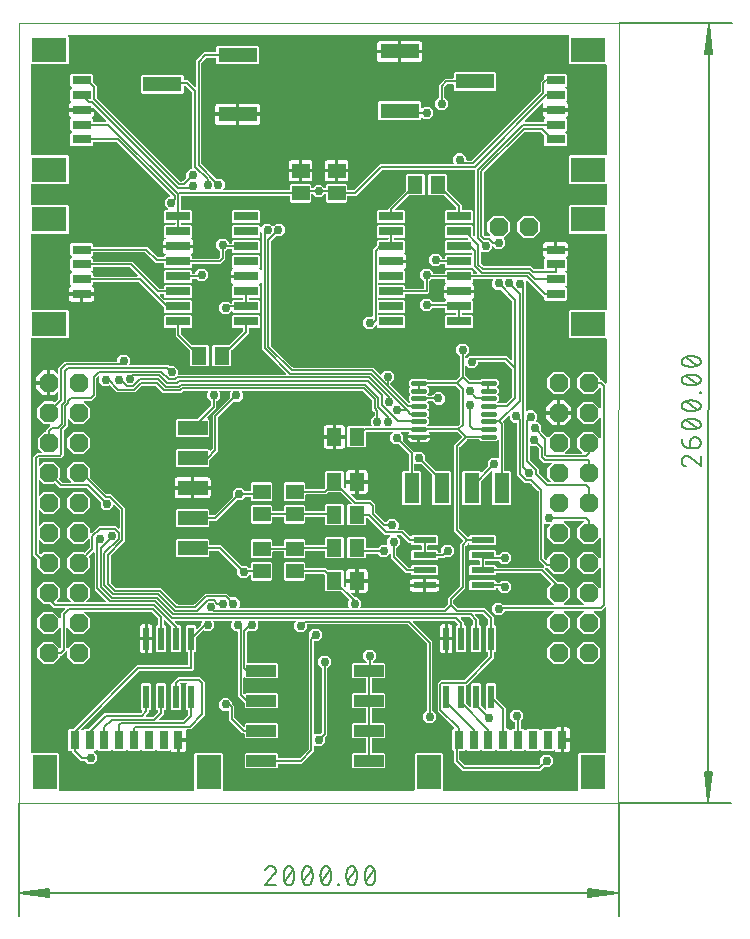
<source format=gbr>
G04 EAGLE Gerber RS-274X export*
G75*
%MOMM*%
%FSLAX34Y34*%
%LPD*%
%INTop Copper*%
%IPPOS*%
%AMOC8*
5,1,8,0,0,1.08239X$1,22.5*%
G01*
%ADD10C,0.000000*%
%ADD11C,0.130000*%
%ADD12C,0.152400*%
%ADD13P,1.732040X8X112.500000*%
%ADD14P,1.732040X8X22.500000*%
%ADD15R,1.500000X1.300000*%
%ADD16R,1.300000X1.500000*%
%ADD17R,0.533400X1.981200*%
%ADD18R,1.600000X0.800000*%
%ADD19R,3.000000X2.100000*%
%ADD20R,0.800000X1.600000*%
%ADD21R,2.100000X3.000000*%
%ADD22R,2.032000X0.762000*%
%ADD23R,3.302000X1.270000*%
%ADD24R,1.981200X0.558800*%
%ADD25R,2.500000X1.000000*%
%ADD26C,0.450000*%
%ADD27R,2.540000X1.270000*%
%ADD28R,1.270000X2.540000*%
%ADD29C,0.756400*%

G36*
X148024Y10164D02*
X148024Y10164D01*
X148043Y10162D01*
X148145Y10184D01*
X148247Y10200D01*
X148264Y10210D01*
X148284Y10214D01*
X148373Y10267D01*
X148464Y10316D01*
X148478Y10330D01*
X148495Y10340D01*
X148562Y10419D01*
X148634Y10494D01*
X148642Y10512D01*
X148655Y10527D01*
X148694Y10623D01*
X148737Y10717D01*
X148739Y10737D01*
X148747Y10755D01*
X148765Y10922D01*
X148765Y41472D01*
X149658Y42365D01*
X171922Y42365D01*
X172815Y41472D01*
X172815Y10922D01*
X172818Y10902D01*
X172816Y10883D01*
X172838Y10781D01*
X172854Y10679D01*
X172864Y10662D01*
X172868Y10642D01*
X172921Y10553D01*
X172970Y10462D01*
X172984Y10448D01*
X172994Y10431D01*
X173073Y10364D01*
X173148Y10292D01*
X173166Y10284D01*
X173181Y10271D01*
X173277Y10232D01*
X173371Y10189D01*
X173391Y10187D01*
X173409Y10179D01*
X173576Y10161D01*
X334424Y10161D01*
X334444Y10164D01*
X334463Y10162D01*
X334565Y10184D01*
X334667Y10200D01*
X334684Y10210D01*
X334704Y10214D01*
X334793Y10267D01*
X334884Y10316D01*
X334898Y10330D01*
X334915Y10340D01*
X334982Y10419D01*
X335054Y10494D01*
X335062Y10512D01*
X335075Y10527D01*
X335114Y10623D01*
X335157Y10717D01*
X335159Y10737D01*
X335167Y10755D01*
X335185Y10922D01*
X335185Y41472D01*
X336078Y42365D01*
X358342Y42365D01*
X359235Y41472D01*
X359235Y10922D01*
X359238Y10902D01*
X359236Y10883D01*
X359258Y10781D01*
X359274Y10679D01*
X359284Y10662D01*
X359288Y10642D01*
X359341Y10553D01*
X359390Y10462D01*
X359404Y10448D01*
X359414Y10431D01*
X359493Y10364D01*
X359568Y10292D01*
X359586Y10284D01*
X359601Y10271D01*
X359697Y10232D01*
X359791Y10189D01*
X359811Y10187D01*
X359829Y10179D01*
X359996Y10161D01*
X473124Y10161D01*
X473144Y10164D01*
X473163Y10162D01*
X473265Y10184D01*
X473367Y10200D01*
X473384Y10210D01*
X473404Y10214D01*
X473493Y10267D01*
X473584Y10316D01*
X473598Y10330D01*
X473615Y10340D01*
X473682Y10419D01*
X473754Y10494D01*
X473762Y10512D01*
X473775Y10527D01*
X473814Y10623D01*
X473857Y10717D01*
X473859Y10737D01*
X473867Y10755D01*
X473885Y10922D01*
X473885Y41472D01*
X474778Y42365D01*
X496895Y42365D01*
X496914Y42368D01*
X496934Y42366D01*
X497035Y42388D01*
X497137Y42404D01*
X497155Y42414D01*
X497174Y42418D01*
X497263Y42471D01*
X497355Y42520D01*
X497368Y42534D01*
X497385Y42544D01*
X497453Y42623D01*
X497524Y42698D01*
X497532Y42716D01*
X497545Y42731D01*
X497584Y42827D01*
X497628Y42921D01*
X497630Y42941D01*
X497637Y42959D01*
X497656Y43126D01*
X497703Y164971D01*
X497691Y165042D01*
X497689Y165113D01*
X497671Y165162D01*
X497663Y165213D01*
X497630Y165277D01*
X497605Y165344D01*
X497572Y165385D01*
X497548Y165431D01*
X497496Y165480D01*
X497451Y165536D01*
X497407Y165565D01*
X497370Y165600D01*
X497305Y165631D01*
X497244Y165669D01*
X497194Y165682D01*
X497147Y165704D01*
X497075Y165712D01*
X497006Y165730D01*
X496954Y165725D01*
X496902Y165731D01*
X496832Y165716D01*
X496760Y165710D01*
X496713Y165690D01*
X496662Y165679D01*
X496600Y165642D01*
X496534Y165614D01*
X496478Y165569D01*
X496451Y165553D01*
X496435Y165535D01*
X496403Y165509D01*
X493707Y162813D01*
X487496Y162813D01*
X487425Y162802D01*
X487354Y162800D01*
X487305Y162782D01*
X487253Y162774D01*
X487190Y162740D01*
X487123Y162715D01*
X487082Y162683D01*
X487036Y162658D01*
X486986Y162606D01*
X486930Y162562D01*
X486902Y162518D01*
X486866Y162480D01*
X486836Y162415D01*
X486797Y162355D01*
X486785Y162304D01*
X486763Y162257D01*
X486755Y162186D01*
X486737Y162116D01*
X486741Y162064D01*
X486736Y162013D01*
X486751Y161942D01*
X486757Y161871D01*
X486777Y161823D01*
X486788Y161772D01*
X486825Y161711D01*
X486853Y161645D01*
X486898Y161589D01*
X486914Y161561D01*
X486932Y161546D01*
X486958Y161514D01*
X492126Y156346D01*
X492126Y148454D01*
X486546Y142874D01*
X478654Y142874D01*
X473074Y148454D01*
X473074Y156346D01*
X478242Y161514D01*
X478284Y161572D01*
X478334Y161624D01*
X478355Y161671D01*
X478386Y161713D01*
X478407Y161782D01*
X478437Y161847D01*
X478443Y161899D01*
X478458Y161949D01*
X478456Y162020D01*
X478464Y162091D01*
X478453Y162142D01*
X478452Y162194D01*
X478427Y162262D01*
X478412Y162332D01*
X478385Y162377D01*
X478367Y162425D01*
X478323Y162481D01*
X478286Y162543D01*
X478246Y162577D01*
X478214Y162617D01*
X478153Y162656D01*
X478099Y162703D01*
X478051Y162722D01*
X478007Y162750D01*
X477937Y162768D01*
X477871Y162795D01*
X477799Y162803D01*
X477768Y162811D01*
X477745Y162809D01*
X477704Y162813D01*
X462096Y162813D01*
X462025Y162802D01*
X461954Y162800D01*
X461905Y162782D01*
X461853Y162774D01*
X461790Y162740D01*
X461723Y162715D01*
X461682Y162683D01*
X461636Y162658D01*
X461586Y162606D01*
X461530Y162562D01*
X461502Y162518D01*
X461466Y162480D01*
X461436Y162415D01*
X461397Y162355D01*
X461385Y162304D01*
X461363Y162257D01*
X461355Y162186D01*
X461337Y162116D01*
X461341Y162064D01*
X461336Y162013D01*
X461351Y161942D01*
X461357Y161871D01*
X461377Y161823D01*
X461388Y161772D01*
X461425Y161711D01*
X461453Y161645D01*
X461498Y161589D01*
X461514Y161561D01*
X461532Y161546D01*
X461558Y161514D01*
X466726Y156346D01*
X466726Y148454D01*
X461146Y142874D01*
X453254Y142874D01*
X447674Y148454D01*
X447674Y156346D01*
X452842Y161514D01*
X452884Y161572D01*
X452934Y161624D01*
X452955Y161671D01*
X452986Y161713D01*
X453007Y161782D01*
X453037Y161847D01*
X453043Y161899D01*
X453058Y161949D01*
X453056Y162020D01*
X453064Y162091D01*
X453053Y162142D01*
X453052Y162194D01*
X453027Y162262D01*
X453012Y162332D01*
X452985Y162377D01*
X452967Y162425D01*
X452923Y162481D01*
X452886Y162543D01*
X452846Y162577D01*
X452814Y162617D01*
X452753Y162656D01*
X452699Y162703D01*
X452651Y162722D01*
X452607Y162750D01*
X452537Y162768D01*
X452471Y162795D01*
X452399Y162803D01*
X452368Y162811D01*
X452345Y162809D01*
X452304Y162813D01*
X412468Y162813D01*
X412448Y162810D01*
X412429Y162812D01*
X412327Y162790D01*
X412225Y162774D01*
X412208Y162764D01*
X412188Y162760D01*
X412099Y162707D01*
X412008Y162658D01*
X411994Y162644D01*
X411977Y162634D01*
X411910Y162555D01*
X411838Y162480D01*
X411830Y162462D01*
X411817Y162447D01*
X411778Y162351D01*
X411735Y162257D01*
X411733Y162237D01*
X411725Y162219D01*
X411707Y162052D01*
X411707Y161914D01*
X408598Y158805D01*
X404202Y158805D01*
X401093Y161914D01*
X401093Y166310D01*
X404202Y169419D01*
X408598Y169419D01*
X410407Y167610D01*
X410481Y167557D01*
X410551Y167497D01*
X410581Y167485D01*
X410607Y167466D01*
X410694Y167439D01*
X410779Y167405D01*
X410820Y167401D01*
X410842Y167394D01*
X410874Y167395D01*
X410945Y167387D01*
X452304Y167387D01*
X452375Y167398D01*
X452446Y167400D01*
X452495Y167418D01*
X452547Y167426D01*
X452610Y167460D01*
X452677Y167485D01*
X452718Y167517D01*
X452764Y167542D01*
X452814Y167594D01*
X452870Y167638D01*
X452898Y167682D01*
X452934Y167720D01*
X452964Y167785D01*
X453003Y167845D01*
X453015Y167896D01*
X453037Y167943D01*
X453045Y168014D01*
X453063Y168084D01*
X453059Y168136D01*
X453064Y168187D01*
X453049Y168258D01*
X453043Y168329D01*
X453023Y168377D01*
X453012Y168428D01*
X452975Y168489D01*
X452947Y168555D01*
X452902Y168611D01*
X452886Y168639D01*
X452868Y168654D01*
X452842Y168686D01*
X447674Y173854D01*
X447674Y181746D01*
X450849Y184920D01*
X450861Y184937D01*
X450876Y184949D01*
X450932Y185036D01*
X450993Y185120D01*
X450998Y185139D01*
X451009Y185156D01*
X451035Y185257D01*
X451065Y185355D01*
X451064Y185375D01*
X451069Y185395D01*
X451061Y185498D01*
X451059Y185601D01*
X451052Y185620D01*
X451050Y185640D01*
X451010Y185735D01*
X450974Y185832D01*
X450962Y185848D01*
X450954Y185866D01*
X450849Y185997D01*
X442506Y194340D01*
X442432Y194393D01*
X442362Y194453D01*
X442332Y194465D01*
X442306Y194484D01*
X442219Y194511D01*
X442134Y194545D01*
X442093Y194549D01*
X442071Y194556D01*
X442039Y194555D01*
X441967Y194563D01*
X405130Y194563D01*
X405110Y194560D01*
X405091Y194562D01*
X404989Y194540D01*
X404887Y194524D01*
X404870Y194514D01*
X404850Y194510D01*
X404761Y194457D01*
X404670Y194408D01*
X404656Y194394D01*
X404639Y194384D01*
X404572Y194305D01*
X404500Y194230D01*
X404492Y194212D01*
X404479Y194197D01*
X404440Y194101D01*
X404397Y194007D01*
X404395Y193987D01*
X404387Y193969D01*
X404369Y193802D01*
X404369Y193424D01*
X403476Y192531D01*
X382400Y192531D01*
X381507Y193424D01*
X381507Y200276D01*
X382400Y201169D01*
X389890Y201169D01*
X389910Y201172D01*
X389929Y201170D01*
X390031Y201192D01*
X390133Y201208D01*
X390150Y201218D01*
X390170Y201222D01*
X390259Y201275D01*
X390350Y201324D01*
X390364Y201338D01*
X390381Y201348D01*
X390448Y201427D01*
X390520Y201502D01*
X390528Y201520D01*
X390541Y201535D01*
X390580Y201631D01*
X390623Y201725D01*
X390625Y201745D01*
X390633Y201763D01*
X390651Y201930D01*
X390651Y204470D01*
X390648Y204490D01*
X390650Y204509D01*
X390628Y204611D01*
X390612Y204713D01*
X390602Y204730D01*
X390598Y204750D01*
X390545Y204839D01*
X390496Y204930D01*
X390482Y204944D01*
X390472Y204961D01*
X390393Y205028D01*
X390318Y205100D01*
X390300Y205108D01*
X390285Y205121D01*
X390189Y205160D01*
X390095Y205203D01*
X390075Y205205D01*
X390057Y205213D01*
X389890Y205231D01*
X382400Y205231D01*
X381507Y206124D01*
X381507Y212976D01*
X382400Y213869D01*
X403476Y213869D01*
X404369Y212976D01*
X404369Y210340D01*
X404370Y210332D01*
X404370Y210330D01*
X404372Y210320D01*
X404370Y210301D01*
X404392Y210199D01*
X404408Y210097D01*
X404418Y210080D01*
X404422Y210060D01*
X404475Y209971D01*
X404524Y209880D01*
X404538Y209866D01*
X404548Y209849D01*
X404627Y209782D01*
X404702Y209710D01*
X404720Y209702D01*
X404735Y209689D01*
X404831Y209650D01*
X404925Y209607D01*
X404945Y209605D01*
X404963Y209597D01*
X405130Y209579D01*
X405947Y209579D01*
X406037Y209593D01*
X406128Y209601D01*
X406157Y209613D01*
X406189Y209618D01*
X406270Y209661D01*
X406354Y209697D01*
X406386Y209723D01*
X406407Y209734D01*
X406429Y209757D01*
X406485Y209802D01*
X409282Y212599D01*
X413678Y212599D01*
X416787Y209490D01*
X416787Y205094D01*
X413678Y201985D01*
X409282Y201985D01*
X406485Y204782D01*
X406411Y204835D01*
X406341Y204895D01*
X406311Y204907D01*
X406285Y204926D01*
X406198Y204953D01*
X406113Y204987D01*
X406072Y204991D01*
X406050Y204998D01*
X406018Y204997D01*
X405947Y205005D01*
X395986Y205005D01*
X395966Y205002D01*
X395947Y205004D01*
X395845Y204982D01*
X395743Y204966D01*
X395726Y204956D01*
X395706Y204952D01*
X395617Y204899D01*
X395526Y204850D01*
X395512Y204836D01*
X395495Y204826D01*
X395428Y204747D01*
X395356Y204672D01*
X395348Y204654D01*
X395335Y204639D01*
X395296Y204543D01*
X395253Y204449D01*
X395251Y204429D01*
X395243Y204411D01*
X395225Y204244D01*
X395225Y201930D01*
X395228Y201910D01*
X395226Y201891D01*
X395248Y201789D01*
X395264Y201687D01*
X395274Y201670D01*
X395278Y201650D01*
X395331Y201561D01*
X395380Y201470D01*
X395394Y201456D01*
X395404Y201439D01*
X395483Y201372D01*
X395558Y201300D01*
X395576Y201292D01*
X395591Y201279D01*
X395687Y201240D01*
X395781Y201197D01*
X395801Y201195D01*
X395819Y201187D01*
X395986Y201169D01*
X403476Y201169D01*
X404369Y200276D01*
X404369Y199898D01*
X404372Y199878D01*
X404370Y199859D01*
X404392Y199757D01*
X404408Y199655D01*
X404418Y199638D01*
X404422Y199618D01*
X404475Y199529D01*
X404524Y199438D01*
X404538Y199424D01*
X404548Y199407D01*
X404627Y199340D01*
X404702Y199268D01*
X404720Y199260D01*
X404735Y199247D01*
X404831Y199208D01*
X404925Y199165D01*
X404945Y199163D01*
X404963Y199155D01*
X405130Y199137D01*
X444453Y199137D01*
X444524Y199148D01*
X444595Y199150D01*
X444644Y199168D01*
X444696Y199176D01*
X444759Y199210D01*
X444826Y199235D01*
X444867Y199267D01*
X444913Y199292D01*
X444963Y199344D01*
X445019Y199388D01*
X445047Y199432D01*
X445083Y199470D01*
X445113Y199535D01*
X445152Y199595D01*
X445164Y199646D01*
X445186Y199693D01*
X445194Y199764D01*
X445212Y199834D01*
X445208Y199886D01*
X445213Y199937D01*
X445198Y200008D01*
X445192Y200079D01*
X445172Y200127D01*
X445161Y200178D01*
X445124Y200239D01*
X445096Y200305D01*
X445051Y200361D01*
X445035Y200389D01*
X445017Y200404D01*
X444991Y200436D01*
X441873Y203554D01*
X440311Y205117D01*
X440311Y263221D01*
X440296Y263312D01*
X440289Y263402D01*
X440276Y263432D01*
X440271Y263464D01*
X440228Y263545D01*
X440193Y263629D01*
X440167Y263661D01*
X440156Y263682D01*
X440133Y263704D01*
X440088Y263760D01*
X432949Y270898D01*
X432875Y270952D01*
X432806Y271011D01*
X432776Y271023D01*
X432749Y271042D01*
X432662Y271069D01*
X432578Y271103D01*
X432537Y271108D01*
X432514Y271114D01*
X432482Y271114D01*
X432411Y271121D01*
X428415Y271121D01*
X421893Y277644D01*
X421893Y321056D01*
X421890Y321076D01*
X421892Y321095D01*
X421870Y321197D01*
X421854Y321299D01*
X421844Y321316D01*
X421840Y321336D01*
X421787Y321425D01*
X421738Y321516D01*
X421724Y321530D01*
X421714Y321547D01*
X421635Y321614D01*
X421560Y321686D01*
X421542Y321694D01*
X421527Y321707D01*
X421431Y321746D01*
X421337Y321789D01*
X421317Y321791D01*
X421299Y321799D01*
X421132Y321817D01*
X418962Y321817D01*
X415853Y324926D01*
X415853Y326962D01*
X415842Y327032D01*
X415840Y327104D01*
X415822Y327153D01*
X415814Y327204D01*
X415780Y327268D01*
X415755Y327335D01*
X415723Y327376D01*
X415698Y327422D01*
X415647Y327471D01*
X415602Y327527D01*
X415558Y327555D01*
X415520Y327591D01*
X415455Y327621D01*
X415395Y327660D01*
X415344Y327673D01*
X415297Y327695D01*
X415226Y327703D01*
X415156Y327720D01*
X415104Y327716D01*
X415053Y327722D01*
X414982Y327707D01*
X414911Y327701D01*
X414863Y327681D01*
X414812Y327670D01*
X414751Y327633D01*
X414685Y327605D01*
X414629Y327560D01*
X414601Y327543D01*
X414586Y327526D01*
X414554Y327500D01*
X410377Y323323D01*
X410366Y323307D01*
X410350Y323295D01*
X410294Y323207D01*
X410234Y323124D01*
X410228Y323105D01*
X410217Y323088D01*
X410192Y322987D01*
X410161Y322888D01*
X410162Y322869D01*
X410157Y322849D01*
X410165Y322746D01*
X410168Y322643D01*
X410175Y322624D01*
X410176Y322604D01*
X410216Y322509D01*
X410252Y322412D01*
X410265Y322396D01*
X410272Y322378D01*
X410377Y322247D01*
X411227Y321397D01*
X411227Y281686D01*
X411230Y281666D01*
X411228Y281647D01*
X411250Y281545D01*
X411266Y281443D01*
X411276Y281426D01*
X411280Y281406D01*
X411333Y281317D01*
X411382Y281226D01*
X411396Y281212D01*
X411406Y281195D01*
X411485Y281128D01*
X411560Y281056D01*
X411578Y281048D01*
X411593Y281035D01*
X411689Y280996D01*
X411783Y280953D01*
X411803Y280951D01*
X411821Y280943D01*
X411988Y280925D01*
X415922Y280925D01*
X416815Y280032D01*
X416815Y253368D01*
X415922Y252475D01*
X401958Y252475D01*
X401065Y253368D01*
X401065Y280142D01*
X401054Y280212D01*
X401052Y280284D01*
X401034Y280333D01*
X401026Y280384D01*
X400992Y280448D01*
X400967Y280515D01*
X400935Y280556D01*
X400910Y280602D01*
X400858Y280651D01*
X400814Y280707D01*
X400770Y280735D01*
X400732Y280771D01*
X400667Y280801D01*
X400607Y280840D01*
X400556Y280853D01*
X400509Y280875D01*
X400438Y280883D01*
X400368Y280900D01*
X400316Y280896D01*
X400265Y280902D01*
X400194Y280887D01*
X400123Y280881D01*
X400075Y280861D01*
X400024Y280850D01*
X399963Y280813D01*
X399897Y280785D01*
X399841Y280740D01*
X399813Y280723D01*
X399798Y280706D01*
X399766Y280680D01*
X391638Y272552D01*
X391593Y272490D01*
X391564Y272459D01*
X391558Y272447D01*
X391525Y272408D01*
X391513Y272378D01*
X391494Y272352D01*
X391467Y272265D01*
X391433Y272180D01*
X391429Y272139D01*
X391422Y272117D01*
X391423Y272085D01*
X391415Y272013D01*
X391415Y253368D01*
X390522Y252475D01*
X376558Y252475D01*
X375665Y253368D01*
X375665Y280032D01*
X376558Y280925D01*
X390522Y280925D01*
X391494Y279952D01*
X391510Y279941D01*
X391523Y279925D01*
X391610Y279869D01*
X391694Y279809D01*
X391713Y279803D01*
X391729Y279792D01*
X391830Y279767D01*
X391929Y279736D01*
X391949Y279737D01*
X391968Y279732D01*
X392071Y279740D01*
X392175Y279743D01*
X392193Y279750D01*
X392213Y279751D01*
X392308Y279792D01*
X392406Y279827D01*
X392421Y279840D01*
X392439Y279848D01*
X392570Y279952D01*
X397342Y284724D01*
X397395Y284798D01*
X397455Y284868D01*
X397467Y284898D01*
X397486Y284924D01*
X397513Y285011D01*
X397547Y285096D01*
X397551Y285137D01*
X397558Y285159D01*
X397557Y285191D01*
X397565Y285263D01*
X397565Y289218D01*
X400674Y292327D01*
X405070Y292327D01*
X405354Y292043D01*
X405412Y292001D01*
X405464Y291952D01*
X405483Y291943D01*
X405494Y291934D01*
X405521Y291923D01*
X405553Y291900D01*
X405622Y291878D01*
X405687Y291848D01*
X405713Y291845D01*
X405722Y291842D01*
X405752Y291838D01*
X405789Y291827D01*
X405841Y291829D01*
X405889Y291823D01*
X405892Y291823D01*
X405900Y291825D01*
X405931Y291821D01*
X405982Y291832D01*
X406034Y291834D01*
X406099Y291857D01*
X406135Y291863D01*
X406142Y291867D01*
X406172Y291873D01*
X406217Y291900D01*
X406265Y291918D01*
X406318Y291960D01*
X406352Y291978D01*
X406359Y291985D01*
X406383Y292000D01*
X406417Y292039D01*
X406457Y292072D01*
X406492Y292125D01*
X406522Y292156D01*
X406527Y292168D01*
X406543Y292187D01*
X406562Y292235D01*
X406590Y292279D01*
X406605Y292336D01*
X406625Y292379D01*
X406627Y292395D01*
X406635Y292415D01*
X406643Y292486D01*
X406651Y292517D01*
X406649Y292540D01*
X406653Y292581D01*
X406653Y306917D01*
X406642Y306988D01*
X406640Y307060D01*
X406622Y307109D01*
X406614Y307160D01*
X406580Y307223D01*
X406555Y307291D01*
X406523Y307331D01*
X406498Y307377D01*
X406446Y307427D01*
X406402Y307483D01*
X406358Y307511D01*
X406320Y307547D01*
X406255Y307577D01*
X406195Y307616D01*
X406144Y307628D01*
X406097Y307650D01*
X406026Y307658D01*
X405956Y307676D01*
X405904Y307672D01*
X405853Y307677D01*
X405782Y307662D01*
X405711Y307657D01*
X405663Y307636D01*
X405612Y307625D01*
X405551Y307588D01*
X405485Y307560D01*
X405429Y307515D01*
X405401Y307499D01*
X405386Y307481D01*
X405354Y307455D01*
X404114Y306215D01*
X391486Y306215D01*
X390221Y307480D01*
X390147Y307533D01*
X390078Y307593D01*
X390048Y307605D01*
X390022Y307624D01*
X389935Y307651D01*
X389850Y307685D01*
X389809Y307689D01*
X389787Y307696D01*
X389754Y307695D01*
X389683Y307703D01*
X380133Y307703D01*
X380042Y307688D01*
X379952Y307681D01*
X379922Y307669D01*
X379890Y307663D01*
X379809Y307621D01*
X379725Y307585D01*
X379693Y307559D01*
X379672Y307548D01*
X379650Y307525D01*
X379594Y307480D01*
X373350Y301236D01*
X373297Y301162D01*
X373237Y301092D01*
X373225Y301062D01*
X373206Y301036D01*
X373179Y300949D01*
X373145Y300864D01*
X373141Y300823D01*
X373134Y300801D01*
X373135Y300769D01*
X373127Y300697D01*
X373127Y232403D01*
X373141Y232312D01*
X373149Y232222D01*
X373161Y232192D01*
X373166Y232160D01*
X373209Y232079D01*
X373245Y231995D01*
X373271Y231963D01*
X373282Y231942D01*
X373305Y231920D01*
X373350Y231864D01*
X380208Y225006D01*
X380266Y224964D01*
X380318Y224915D01*
X380365Y224893D01*
X380407Y224863D01*
X380476Y224842D01*
X380541Y224811D01*
X380593Y224806D01*
X380643Y224790D01*
X380714Y224792D01*
X380785Y224784D01*
X380836Y224795D01*
X380888Y224797D01*
X380956Y224821D01*
X381026Y224836D01*
X381071Y224863D01*
X381119Y224881D01*
X381175Y224926D01*
X381237Y224963D01*
X381271Y225002D01*
X381311Y225035D01*
X381350Y225095D01*
X381397Y225150D01*
X381416Y225198D01*
X381444Y225242D01*
X381462Y225311D01*
X381489Y225378D01*
X381497Y225449D01*
X381505Y225480D01*
X381503Y225504D01*
X381507Y225544D01*
X381507Y225676D01*
X382400Y226569D01*
X403476Y226569D01*
X404369Y225676D01*
X404369Y218824D01*
X403476Y217931D01*
X382400Y217931D01*
X381507Y218824D01*
X381507Y218956D01*
X381496Y219026D01*
X381494Y219098D01*
X381476Y219147D01*
X381468Y219198D01*
X381434Y219262D01*
X381409Y219329D01*
X381377Y219370D01*
X381352Y219416D01*
X381300Y219465D01*
X381256Y219521D01*
X381212Y219549D01*
X381174Y219585D01*
X381109Y219615D01*
X381049Y219654D01*
X380998Y219667D01*
X380951Y219689D01*
X380880Y219697D01*
X380810Y219714D01*
X380758Y219710D01*
X380707Y219716D01*
X380636Y219701D01*
X380565Y219695D01*
X380517Y219675D01*
X380466Y219664D01*
X380405Y219627D01*
X380339Y219599D01*
X380283Y219554D01*
X380255Y219537D01*
X380240Y219520D01*
X380208Y219494D01*
X378430Y217716D01*
X378377Y217642D01*
X378317Y217572D01*
X378305Y217542D01*
X378286Y217516D01*
X378259Y217429D01*
X378225Y217344D01*
X378221Y217303D01*
X378214Y217281D01*
X378215Y217249D01*
X378207Y217177D01*
X378207Y181933D01*
X368270Y171996D01*
X368217Y171922D01*
X368157Y171852D01*
X368145Y171822D01*
X368126Y171796D01*
X368099Y171709D01*
X368065Y171624D01*
X368061Y171583D01*
X368054Y171561D01*
X368055Y171529D01*
X368047Y171457D01*
X368047Y168902D01*
X368061Y168812D01*
X368069Y168721D01*
X368081Y168692D01*
X368086Y168660D01*
X368129Y168579D01*
X368165Y168495D01*
X368191Y168463D01*
X368202Y168442D01*
X368225Y168420D01*
X368270Y168364D01*
X371564Y165070D01*
X371638Y165017D01*
X371708Y164957D01*
X371738Y164945D01*
X371764Y164926D01*
X371851Y164899D01*
X371936Y164865D01*
X371977Y164861D01*
X371999Y164854D01*
X372031Y164855D01*
X372102Y164847D01*
X394647Y164847D01*
X396210Y163284D01*
X400774Y158720D01*
X402337Y157157D01*
X402337Y151130D01*
X402340Y151110D01*
X402338Y151091D01*
X402360Y150989D01*
X402376Y150887D01*
X402386Y150870D01*
X402390Y150850D01*
X402443Y150761D01*
X402492Y150670D01*
X402506Y150656D01*
X402516Y150639D01*
X402595Y150572D01*
X402670Y150500D01*
X402688Y150492D01*
X402703Y150479D01*
X402799Y150440D01*
X402893Y150397D01*
X402913Y150395D01*
X402931Y150387D01*
X403098Y150369D01*
X403349Y150369D01*
X404242Y149476D01*
X404242Y128400D01*
X403349Y127507D01*
X403098Y127507D01*
X403078Y127504D01*
X403059Y127506D01*
X402957Y127484D01*
X402855Y127468D01*
X402838Y127458D01*
X402818Y127454D01*
X402729Y127401D01*
X402638Y127352D01*
X402624Y127338D01*
X402607Y127328D01*
X402540Y127249D01*
X402468Y127174D01*
X402460Y127156D01*
X402447Y127141D01*
X402408Y127045D01*
X402365Y126951D01*
X402363Y126931D01*
X402355Y126913D01*
X402337Y126746D01*
X402337Y122243D01*
X379661Y99567D01*
X379603Y99567D01*
X379583Y99564D01*
X379564Y99566D01*
X379462Y99544D01*
X379360Y99528D01*
X379343Y99518D01*
X379323Y99514D01*
X379234Y99461D01*
X379143Y99412D01*
X379129Y99398D01*
X379112Y99388D01*
X379045Y99309D01*
X378973Y99234D01*
X378965Y99216D01*
X378952Y99201D01*
X378913Y99105D01*
X378870Y99011D01*
X378868Y98991D01*
X378860Y98973D01*
X378842Y98806D01*
X378842Y84448D01*
X378856Y84357D01*
X378864Y84267D01*
X378876Y84237D01*
X378881Y84205D01*
X378924Y84124D01*
X378960Y84040D01*
X378986Y84008D01*
X378997Y83987D01*
X379020Y83965D01*
X379065Y83909D01*
X381859Y81115D01*
X381917Y81073D01*
X381969Y81024D01*
X382016Y81002D01*
X382058Y80972D01*
X382127Y80951D01*
X382192Y80920D01*
X382244Y80915D01*
X382294Y80899D01*
X382365Y80901D01*
X382436Y80893D01*
X382487Y80904D01*
X382539Y80906D01*
X382607Y80930D01*
X382677Y80945D01*
X382722Y80972D01*
X382770Y80990D01*
X382826Y81035D01*
X382888Y81072D01*
X382922Y81111D01*
X382962Y81144D01*
X383001Y81204D01*
X383048Y81259D01*
X383067Y81307D01*
X383095Y81351D01*
X383113Y81420D01*
X383140Y81487D01*
X383148Y81558D01*
X383156Y81589D01*
X383154Y81613D01*
X383158Y81653D01*
X383158Y100200D01*
X384051Y101093D01*
X390649Y101093D01*
X391542Y100200D01*
X391542Y82446D01*
X391556Y82356D01*
X391564Y82265D01*
X391576Y82235D01*
X391581Y82203D01*
X391624Y82123D01*
X391660Y82039D01*
X391686Y82006D01*
X391697Y81986D01*
X391720Y81964D01*
X391765Y81908D01*
X394559Y79114D01*
X394617Y79072D01*
X394669Y79022D01*
X394716Y79000D01*
X394758Y78970D01*
X394827Y78949D01*
X394892Y78919D01*
X394944Y78913D01*
X394994Y78898D01*
X395065Y78900D01*
X395136Y78892D01*
X395187Y78903D01*
X395239Y78904D01*
X395307Y78929D01*
X395377Y78944D01*
X395422Y78971D01*
X395470Y78989D01*
X395526Y79033D01*
X395588Y79070D01*
X395622Y79110D01*
X395662Y79142D01*
X395701Y79203D01*
X395748Y79257D01*
X395767Y79305D01*
X395795Y79349D01*
X395813Y79419D01*
X395840Y79485D01*
X395848Y79557D01*
X395856Y79588D01*
X395854Y79611D01*
X395858Y79652D01*
X395858Y100200D01*
X396751Y101093D01*
X403349Y101093D01*
X404242Y100200D01*
X404242Y89020D01*
X404256Y88929D01*
X404264Y88839D01*
X404276Y88809D01*
X404281Y88777D01*
X404324Y88696D01*
X404360Y88612D01*
X404386Y88580D01*
X404397Y88559D01*
X404420Y88537D01*
X404465Y88481D01*
X412597Y80349D01*
X412597Y63626D01*
X412600Y63606D01*
X412598Y63587D01*
X412620Y63485D01*
X412636Y63383D01*
X412646Y63366D01*
X412650Y63346D01*
X412703Y63257D01*
X412752Y63166D01*
X412766Y63152D01*
X412776Y63135D01*
X412855Y63068D01*
X412930Y62996D01*
X412948Y62988D01*
X412963Y62975D01*
X413059Y62936D01*
X413153Y62893D01*
X413173Y62891D01*
X413191Y62883D01*
X413358Y62865D01*
X414942Y62865D01*
X416022Y61785D01*
X416038Y61773D01*
X416050Y61757D01*
X416138Y61701D01*
X416221Y61641D01*
X416240Y61635D01*
X416257Y61624D01*
X416358Y61599D01*
X416457Y61569D01*
X416476Y61569D01*
X416496Y61564D01*
X416599Y61572D01*
X416702Y61575D01*
X416721Y61582D01*
X416741Y61583D01*
X416836Y61624D01*
X416933Y61659D01*
X416949Y61672D01*
X416967Y61680D01*
X417098Y61785D01*
X418178Y62865D01*
X419762Y62865D01*
X419782Y62868D01*
X419801Y62866D01*
X419903Y62888D01*
X420005Y62904D01*
X420022Y62914D01*
X420042Y62918D01*
X420131Y62971D01*
X420222Y63020D01*
X420236Y63034D01*
X420253Y63044D01*
X420320Y63123D01*
X420392Y63198D01*
X420400Y63216D01*
X420413Y63231D01*
X420452Y63327D01*
X420495Y63421D01*
X420497Y63441D01*
X420505Y63459D01*
X420523Y63626D01*
X420523Y67592D01*
X420520Y67612D01*
X420522Y67631D01*
X420500Y67733D01*
X420484Y67835D01*
X420474Y67852D01*
X420470Y67872D01*
X420417Y67961D01*
X420368Y68052D01*
X420354Y68066D01*
X420344Y68083D01*
X420265Y68150D01*
X420190Y68222D01*
X420172Y68230D01*
X420157Y68243D01*
X420061Y68282D01*
X419967Y68325D01*
X419947Y68327D01*
X419929Y68335D01*
X419762Y68353D01*
X419442Y68353D01*
X416333Y71462D01*
X416333Y75858D01*
X419442Y78967D01*
X423838Y78967D01*
X426947Y75858D01*
X426947Y71462D01*
X425320Y69835D01*
X425267Y69761D01*
X425207Y69691D01*
X425195Y69661D01*
X425176Y69635D01*
X425149Y69548D01*
X425115Y69463D01*
X425111Y69422D01*
X425104Y69400D01*
X425105Y69368D01*
X425097Y69297D01*
X425097Y63626D01*
X425100Y63606D01*
X425098Y63587D01*
X425120Y63485D01*
X425136Y63383D01*
X425146Y63366D01*
X425150Y63346D01*
X425203Y63257D01*
X425252Y63166D01*
X425266Y63152D01*
X425276Y63135D01*
X425355Y63068D01*
X425430Y62996D01*
X425448Y62988D01*
X425463Y62975D01*
X425559Y62936D01*
X425653Y62893D01*
X425673Y62891D01*
X425691Y62883D01*
X425858Y62865D01*
X427442Y62865D01*
X428522Y61785D01*
X428538Y61773D01*
X428550Y61757D01*
X428638Y61701D01*
X428721Y61641D01*
X428740Y61635D01*
X428757Y61624D01*
X428858Y61599D01*
X428957Y61569D01*
X428976Y61569D01*
X428996Y61564D01*
X429099Y61572D01*
X429202Y61575D01*
X429221Y61582D01*
X429241Y61583D01*
X429336Y61624D01*
X429433Y61659D01*
X429449Y61672D01*
X429467Y61680D01*
X429598Y61785D01*
X430678Y62865D01*
X439942Y62865D01*
X441022Y61785D01*
X441038Y61773D01*
X441050Y61757D01*
X441138Y61701D01*
X441221Y61641D01*
X441240Y61635D01*
X441257Y61624D01*
X441358Y61599D01*
X441457Y61569D01*
X441476Y61569D01*
X441496Y61564D01*
X441599Y61572D01*
X441702Y61575D01*
X441721Y61582D01*
X441741Y61583D01*
X441836Y61624D01*
X441933Y61659D01*
X441949Y61672D01*
X441967Y61680D01*
X442098Y61785D01*
X443178Y62865D01*
X452442Y62865D01*
X452891Y62416D01*
X452987Y62346D01*
X453083Y62276D01*
X453087Y62274D01*
X453090Y62272D01*
X453203Y62237D01*
X453317Y62201D01*
X453322Y62201D01*
X453326Y62200D01*
X453444Y62203D01*
X453563Y62205D01*
X453567Y62206D01*
X453571Y62206D01*
X453683Y62247D01*
X453795Y62286D01*
X453799Y62289D01*
X453802Y62290D01*
X453895Y62365D01*
X453989Y62438D01*
X453992Y62442D01*
X453994Y62444D01*
X454002Y62456D01*
X454088Y62573D01*
X454277Y62900D01*
X454750Y63373D01*
X455329Y63708D01*
X455976Y63881D01*
X458787Y63881D01*
X458787Y54102D01*
X458790Y54082D01*
X458788Y54063D01*
X458810Y53961D01*
X458827Y53859D01*
X458836Y53842D01*
X458840Y53822D01*
X458893Y53733D01*
X458942Y53642D01*
X458956Y53628D01*
X458966Y53611D01*
X459045Y53544D01*
X459120Y53473D01*
X459138Y53464D01*
X459153Y53451D01*
X459249Y53412D01*
X459343Y53369D01*
X459363Y53367D01*
X459381Y53359D01*
X459548Y53341D01*
X460311Y53341D01*
X460311Y53339D01*
X459548Y53339D01*
X459528Y53336D01*
X459509Y53338D01*
X459407Y53316D01*
X459305Y53299D01*
X459288Y53290D01*
X459268Y53286D01*
X459179Y53233D01*
X459088Y53184D01*
X459074Y53170D01*
X459057Y53160D01*
X458990Y53081D01*
X458919Y53006D01*
X458910Y52988D01*
X458897Y52973D01*
X458858Y52877D01*
X458815Y52783D01*
X458813Y52763D01*
X458805Y52745D01*
X458787Y52578D01*
X458787Y42799D01*
X455976Y42799D01*
X455329Y42972D01*
X454750Y43307D01*
X454277Y43780D01*
X454088Y44107D01*
X454014Y44197D01*
X453939Y44292D01*
X453935Y44294D01*
X453932Y44297D01*
X453833Y44360D01*
X453732Y44425D01*
X453728Y44426D01*
X453724Y44428D01*
X453609Y44456D01*
X453493Y44485D01*
X453489Y44484D01*
X453485Y44485D01*
X453366Y44475D01*
X453248Y44466D01*
X453244Y44464D01*
X453240Y44464D01*
X453131Y44416D01*
X453022Y44369D01*
X453018Y44366D01*
X453015Y44365D01*
X453005Y44356D01*
X452891Y44264D01*
X452442Y43815D01*
X443178Y43815D01*
X442098Y44895D01*
X442082Y44907D01*
X442070Y44923D01*
X441982Y44979D01*
X441899Y45039D01*
X441880Y45045D01*
X441863Y45056D01*
X441762Y45081D01*
X441663Y45111D01*
X441644Y45111D01*
X441624Y45116D01*
X441521Y45108D01*
X441418Y45105D01*
X441399Y45098D01*
X441379Y45097D01*
X441284Y45056D01*
X441187Y45021D01*
X441171Y45008D01*
X441153Y45000D01*
X441022Y44895D01*
X439942Y43815D01*
X430678Y43815D01*
X429598Y44895D01*
X429582Y44907D01*
X429570Y44923D01*
X429482Y44979D01*
X429399Y45039D01*
X429380Y45045D01*
X429363Y45056D01*
X429262Y45081D01*
X429163Y45111D01*
X429144Y45111D01*
X429124Y45116D01*
X429021Y45108D01*
X428918Y45105D01*
X428899Y45098D01*
X428879Y45097D01*
X428784Y45056D01*
X428687Y45021D01*
X428671Y45008D01*
X428653Y45000D01*
X428522Y44895D01*
X427442Y43815D01*
X418178Y43815D01*
X417098Y44895D01*
X417082Y44907D01*
X417070Y44923D01*
X416982Y44979D01*
X416899Y45039D01*
X416880Y45045D01*
X416863Y45056D01*
X416762Y45081D01*
X416663Y45111D01*
X416644Y45111D01*
X416624Y45116D01*
X416521Y45108D01*
X416418Y45105D01*
X416399Y45098D01*
X416379Y45097D01*
X416284Y45056D01*
X416187Y45021D01*
X416171Y45008D01*
X416153Y45000D01*
X416022Y44895D01*
X414942Y43815D01*
X405678Y43815D01*
X404598Y44895D01*
X404582Y44907D01*
X404570Y44923D01*
X404482Y44979D01*
X404399Y45039D01*
X404380Y45045D01*
X404363Y45056D01*
X404262Y45081D01*
X404163Y45111D01*
X404144Y45111D01*
X404124Y45116D01*
X404021Y45108D01*
X403918Y45105D01*
X403899Y45098D01*
X403879Y45097D01*
X403784Y45056D01*
X403687Y45021D01*
X403671Y45008D01*
X403653Y45000D01*
X403522Y44895D01*
X402442Y43815D01*
X393178Y43815D01*
X392098Y44895D01*
X392082Y44907D01*
X392070Y44923D01*
X391982Y44979D01*
X391899Y45039D01*
X391880Y45045D01*
X391863Y45056D01*
X391762Y45081D01*
X391663Y45111D01*
X391644Y45111D01*
X391624Y45116D01*
X391521Y45108D01*
X391418Y45105D01*
X391399Y45098D01*
X391379Y45097D01*
X391284Y45056D01*
X391187Y45021D01*
X391171Y45008D01*
X391153Y45000D01*
X391022Y44895D01*
X389942Y43815D01*
X380678Y43815D01*
X379598Y44895D01*
X379582Y44907D01*
X379570Y44923D01*
X379482Y44979D01*
X379399Y45039D01*
X379380Y45045D01*
X379363Y45056D01*
X379262Y45081D01*
X379163Y45111D01*
X379144Y45111D01*
X379124Y45116D01*
X379021Y45108D01*
X378918Y45105D01*
X378899Y45098D01*
X378879Y45097D01*
X378784Y45056D01*
X378687Y45021D01*
X378671Y45008D01*
X378653Y45000D01*
X378522Y44895D01*
X377442Y43815D01*
X373888Y43815D01*
X373868Y43812D01*
X373849Y43814D01*
X373747Y43792D01*
X373645Y43776D01*
X373628Y43766D01*
X373608Y43762D01*
X373519Y43709D01*
X373428Y43660D01*
X373414Y43646D01*
X373397Y43636D01*
X373330Y43557D01*
X373258Y43482D01*
X373250Y43464D01*
X373237Y43449D01*
X373198Y43353D01*
X373155Y43259D01*
X373153Y43239D01*
X373145Y43221D01*
X373127Y43054D01*
X373127Y36823D01*
X373141Y36732D01*
X373149Y36642D01*
X373161Y36612D01*
X373166Y36580D01*
X373209Y36499D01*
X373245Y36415D01*
X373271Y36383D01*
X373282Y36362D01*
X373305Y36340D01*
X373318Y36323D01*
X373324Y36314D01*
X373331Y36308D01*
X373350Y36284D01*
X377632Y32002D01*
X377706Y31949D01*
X377776Y31889D01*
X377806Y31877D01*
X377832Y31858D01*
X377919Y31831D01*
X378004Y31797D01*
X378045Y31793D01*
X378067Y31786D01*
X378099Y31787D01*
X378171Y31779D01*
X439709Y31779D01*
X439800Y31793D01*
X439890Y31801D01*
X439920Y31813D01*
X439952Y31818D01*
X440033Y31861D01*
X440117Y31897D01*
X440149Y31923D01*
X440170Y31934D01*
X440192Y31957D01*
X440248Y32002D01*
X441510Y33264D01*
X441563Y33338D01*
X441623Y33408D01*
X441635Y33438D01*
X441654Y33464D01*
X441681Y33551D01*
X441715Y33636D01*
X441719Y33677D01*
X441726Y33699D01*
X441725Y33731D01*
X441733Y33803D01*
X441733Y37758D01*
X444842Y40867D01*
X449238Y40867D01*
X452347Y37758D01*
X452347Y33362D01*
X449238Y30253D01*
X445283Y30253D01*
X445192Y30239D01*
X445102Y30231D01*
X445072Y30219D01*
X445040Y30214D01*
X444959Y30171D01*
X444875Y30135D01*
X444843Y30109D01*
X444822Y30098D01*
X444800Y30075D01*
X444744Y30030D01*
X441919Y27205D01*
X375961Y27205D01*
X368553Y34613D01*
X368553Y43125D01*
X368539Y43215D01*
X368531Y43306D01*
X368519Y43336D01*
X368514Y43368D01*
X368471Y43449D01*
X368435Y43532D01*
X368409Y43565D01*
X368398Y43585D01*
X368375Y43607D01*
X368330Y43663D01*
X367285Y44708D01*
X367285Y61972D01*
X368401Y63088D01*
X368404Y63092D01*
X368435Y63116D01*
X368463Y63160D01*
X368499Y63198D01*
X368529Y63263D01*
X368568Y63323D01*
X368581Y63374D01*
X368603Y63421D01*
X368611Y63492D01*
X368628Y63562D01*
X368624Y63614D01*
X368630Y63665D01*
X368615Y63736D01*
X368609Y63807D01*
X368589Y63855D01*
X368578Y63906D01*
X368541Y63967D01*
X368513Y64033D01*
X368468Y64089D01*
X368451Y64117D01*
X368434Y64132D01*
X368408Y64164D01*
X356273Y76299D01*
X354710Y77862D01*
X354710Y101462D01*
X357389Y104141D01*
X377451Y104141D01*
X377542Y104155D01*
X377632Y104163D01*
X377662Y104175D01*
X377694Y104180D01*
X377775Y104223D01*
X377859Y104259D01*
X377891Y104285D01*
X377912Y104296D01*
X377934Y104319D01*
X377990Y104364D01*
X397540Y123914D01*
X397593Y123988D01*
X397653Y124058D01*
X397665Y124088D01*
X397684Y124114D01*
X397711Y124201D01*
X397745Y124286D01*
X397749Y124327D01*
X397756Y124349D01*
X397755Y124381D01*
X397763Y124453D01*
X397763Y126746D01*
X397760Y126766D01*
X397762Y126785D01*
X397740Y126887D01*
X397724Y126989D01*
X397714Y127006D01*
X397710Y127026D01*
X397657Y127115D01*
X397608Y127206D01*
X397594Y127220D01*
X397584Y127237D01*
X397505Y127304D01*
X397430Y127376D01*
X397412Y127384D01*
X397397Y127397D01*
X397301Y127436D01*
X397207Y127479D01*
X397187Y127481D01*
X397169Y127489D01*
X397002Y127507D01*
X396751Y127507D01*
X395858Y128400D01*
X395858Y149476D01*
X396751Y150369D01*
X397002Y150369D01*
X397022Y150372D01*
X397041Y150370D01*
X397143Y150392D01*
X397245Y150408D01*
X397262Y150418D01*
X397282Y150422D01*
X397371Y150475D01*
X397462Y150524D01*
X397476Y150538D01*
X397493Y150548D01*
X397560Y150627D01*
X397632Y150702D01*
X397640Y150720D01*
X397653Y150735D01*
X397692Y150831D01*
X397735Y150925D01*
X397737Y150945D01*
X397745Y150963D01*
X397763Y151130D01*
X397763Y154947D01*
X397749Y155038D01*
X397741Y155128D01*
X397729Y155158D01*
X397724Y155190D01*
X397681Y155271D01*
X397645Y155355D01*
X397619Y155387D01*
X397608Y155408D01*
X397585Y155430D01*
X397540Y155486D01*
X392976Y160050D01*
X392902Y160103D01*
X392832Y160163D01*
X392802Y160175D01*
X392776Y160194D01*
X392689Y160221D01*
X392604Y160255D01*
X392563Y160259D01*
X392541Y160266D01*
X392509Y160265D01*
X392438Y160273D01*
X387088Y160273D01*
X387018Y160262D01*
X386946Y160260D01*
X386897Y160242D01*
X386846Y160234D01*
X386782Y160200D01*
X386715Y160175D01*
X386674Y160143D01*
X386628Y160118D01*
X386579Y160066D01*
X386523Y160022D01*
X386495Y159978D01*
X386459Y159940D01*
X386429Y159875D01*
X386390Y159815D01*
X386377Y159764D01*
X386355Y159717D01*
X386347Y159646D01*
X386330Y159576D01*
X386334Y159524D01*
X386328Y159473D01*
X386343Y159402D01*
X386349Y159331D01*
X386369Y159283D01*
X386380Y159232D01*
X386417Y159171D01*
X386445Y159105D01*
X386490Y159049D01*
X386507Y159021D01*
X386524Y159006D01*
X386550Y158974D01*
X389637Y155887D01*
X389637Y151130D01*
X389640Y151110D01*
X389638Y151091D01*
X389660Y150989D01*
X389676Y150887D01*
X389686Y150870D01*
X389690Y150850D01*
X389743Y150761D01*
X389792Y150670D01*
X389806Y150656D01*
X389816Y150639D01*
X389895Y150572D01*
X389970Y150500D01*
X389988Y150492D01*
X390003Y150479D01*
X390099Y150440D01*
X390193Y150397D01*
X390213Y150395D01*
X390231Y150387D01*
X390398Y150369D01*
X390649Y150369D01*
X391542Y149476D01*
X391542Y128400D01*
X390649Y127507D01*
X384051Y127507D01*
X383158Y128400D01*
X383158Y149476D01*
X384051Y150369D01*
X384302Y150369D01*
X384322Y150372D01*
X384341Y150370D01*
X384443Y150392D01*
X384545Y150408D01*
X384562Y150418D01*
X384582Y150422D01*
X384671Y150475D01*
X384762Y150524D01*
X384776Y150538D01*
X384793Y150548D01*
X384860Y150627D01*
X384932Y150702D01*
X384940Y150720D01*
X384953Y150735D01*
X384992Y150831D01*
X385035Y150925D01*
X385037Y150945D01*
X385045Y150963D01*
X385063Y151130D01*
X385063Y153677D01*
X385049Y153768D01*
X385041Y153858D01*
X385029Y153888D01*
X385024Y153920D01*
X384981Y154001D01*
X384945Y154085D01*
X384919Y154117D01*
X384908Y154138D01*
X384885Y154160D01*
X384840Y154216D01*
X382054Y157002D01*
X381980Y157055D01*
X381910Y157115D01*
X381880Y157127D01*
X381854Y157146D01*
X381767Y157173D01*
X381682Y157207D01*
X381641Y157211D01*
X381619Y157218D01*
X381587Y157217D01*
X381515Y157225D01*
X374896Y157225D01*
X374826Y157214D01*
X374754Y157212D01*
X374705Y157194D01*
X374654Y157186D01*
X374590Y157152D01*
X374523Y157127D01*
X374482Y157095D01*
X374436Y157070D01*
X374387Y157018D01*
X374331Y156974D01*
X374303Y156930D01*
X374267Y156892D01*
X374237Y156827D01*
X374198Y156767D01*
X374185Y156716D01*
X374163Y156669D01*
X374155Y156598D01*
X374138Y156528D01*
X374142Y156476D01*
X374136Y156425D01*
X374151Y156354D01*
X374157Y156283D01*
X374177Y156235D01*
X374188Y156184D01*
X374225Y156123D01*
X374253Y156057D01*
X374298Y156001D01*
X374315Y155973D01*
X374332Y155958D01*
X374358Y155926D01*
X376937Y153347D01*
X376937Y151130D01*
X376940Y151110D01*
X376938Y151091D01*
X376960Y150989D01*
X376976Y150887D01*
X376986Y150870D01*
X376990Y150850D01*
X377043Y150761D01*
X377092Y150670D01*
X377106Y150656D01*
X377116Y150639D01*
X377195Y150572D01*
X377270Y150500D01*
X377288Y150492D01*
X377303Y150479D01*
X377399Y150440D01*
X377493Y150397D01*
X377513Y150395D01*
X377531Y150387D01*
X377698Y150369D01*
X377949Y150369D01*
X378842Y149476D01*
X378842Y128400D01*
X377949Y127507D01*
X371351Y127507D01*
X370458Y128400D01*
X370458Y149476D01*
X371351Y150369D01*
X371602Y150369D01*
X371622Y150372D01*
X371641Y150370D01*
X371732Y150389D01*
X371744Y150390D01*
X371756Y150394D01*
X371845Y150408D01*
X371862Y150418D01*
X371882Y150422D01*
X371959Y150468D01*
X371975Y150474D01*
X371989Y150485D01*
X372062Y150524D01*
X372076Y150538D01*
X372093Y150548D01*
X372147Y150612D01*
X372167Y150628D01*
X372181Y150648D01*
X372232Y150702D01*
X372240Y150720D01*
X372253Y150735D01*
X372280Y150804D01*
X372300Y150835D01*
X372309Y150869D01*
X372335Y150925D01*
X372337Y150945D01*
X372345Y150963D01*
X372354Y151048D01*
X372361Y151073D01*
X372359Y151092D01*
X372363Y151130D01*
X372363Y151137D01*
X372361Y151154D01*
X372362Y151169D01*
X372348Y151235D01*
X372341Y151318D01*
X372329Y151348D01*
X372324Y151380D01*
X372311Y151403D01*
X372310Y151410D01*
X372291Y151441D01*
X372281Y151461D01*
X372245Y151545D01*
X372219Y151577D01*
X372208Y151598D01*
X372185Y151620D01*
X372140Y151676D01*
X369862Y153954D01*
X369788Y154007D01*
X369718Y154067D01*
X369688Y154079D01*
X369662Y154098D01*
X369575Y154125D01*
X369490Y154159D01*
X369449Y154163D01*
X369427Y154170D01*
X369395Y154169D01*
X369323Y154177D01*
X334510Y154177D01*
X334440Y154166D01*
X334368Y154164D01*
X334319Y154146D01*
X334268Y154138D01*
X334204Y154104D01*
X334137Y154079D01*
X334096Y154047D01*
X334050Y154022D01*
X334001Y153970D01*
X333945Y153926D01*
X333917Y153882D01*
X333881Y153844D01*
X333851Y153779D01*
X333812Y153719D01*
X333799Y153668D01*
X333777Y153621D01*
X333769Y153550D01*
X333752Y153480D01*
X333756Y153428D01*
X333750Y153377D01*
X333765Y153306D01*
X333771Y153235D01*
X333791Y153187D01*
X333802Y153136D01*
X333839Y153075D01*
X333867Y153009D01*
X333912Y152953D01*
X333929Y152925D01*
X333946Y152910D01*
X333972Y152878D01*
X350267Y136583D01*
X350267Y78275D01*
X350281Y78185D01*
X350289Y78094D01*
X350301Y78065D01*
X350306Y78033D01*
X350349Y77952D01*
X350385Y77868D01*
X350411Y77836D01*
X350422Y77815D01*
X350445Y77793D01*
X350490Y77737D01*
X353287Y74940D01*
X353287Y70544D01*
X350178Y67435D01*
X345782Y67435D01*
X342673Y70544D01*
X342673Y74940D01*
X345470Y77737D01*
X345523Y77811D01*
X345583Y77881D01*
X345595Y77911D01*
X345614Y77937D01*
X345641Y78024D01*
X345675Y78109D01*
X345679Y78150D01*
X345686Y78172D01*
X345685Y78204D01*
X345693Y78275D01*
X345693Y134373D01*
X345679Y134464D01*
X345671Y134554D01*
X345659Y134584D01*
X345654Y134616D01*
X345611Y134697D01*
X345575Y134781D01*
X345549Y134813D01*
X345538Y134834D01*
X345515Y134856D01*
X345470Y134912D01*
X329476Y150906D01*
X329402Y150959D01*
X329332Y151019D01*
X329302Y151031D01*
X329276Y151050D01*
X329189Y151077D01*
X329104Y151111D01*
X329063Y151115D01*
X329041Y151122D01*
X329009Y151121D01*
X328937Y151129D01*
X244828Y151129D01*
X244808Y151126D01*
X244789Y151128D01*
X244687Y151106D01*
X244585Y151090D01*
X244568Y151080D01*
X244548Y151076D01*
X244459Y151023D01*
X244368Y150974D01*
X244354Y150960D01*
X244337Y150950D01*
X244270Y150871D01*
X244198Y150796D01*
X244190Y150778D01*
X244177Y150763D01*
X244138Y150667D01*
X244095Y150573D01*
X244093Y150553D01*
X244085Y150535D01*
X244067Y150368D01*
X244067Y147662D01*
X240958Y144553D01*
X236562Y144553D01*
X233453Y147662D01*
X233453Y152058D01*
X234273Y152878D01*
X234315Y152936D01*
X234364Y152988D01*
X234386Y153035D01*
X234416Y153077D01*
X234438Y153146D01*
X234468Y153211D01*
X234473Y153263D01*
X234489Y153313D01*
X234487Y153384D01*
X234495Y153455D01*
X234484Y153506D01*
X234482Y153558D01*
X234458Y153626D01*
X234443Y153696D01*
X234416Y153741D01*
X234398Y153789D01*
X234353Y153845D01*
X234316Y153907D01*
X234277Y153941D01*
X234244Y153981D01*
X234184Y154020D01*
X234129Y154067D01*
X234081Y154086D01*
X234037Y154114D01*
X233968Y154132D01*
X233901Y154159D01*
X233830Y154167D01*
X233799Y154175D01*
X233776Y154173D01*
X233735Y154177D01*
X203283Y154177D01*
X203212Y154166D01*
X203140Y154164D01*
X203091Y154146D01*
X203040Y154138D01*
X202977Y154104D01*
X202909Y154079D01*
X202868Y154047D01*
X202822Y154022D01*
X202773Y153970D01*
X202717Y153926D01*
X202689Y153882D01*
X202653Y153844D01*
X202623Y153779D01*
X202584Y153719D01*
X202571Y153668D01*
X202549Y153621D01*
X202542Y153550D01*
X202524Y153480D01*
X202528Y153428D01*
X202522Y153377D01*
X202538Y153306D01*
X202543Y153235D01*
X202564Y153187D01*
X202575Y153136D01*
X202611Y153075D01*
X202640Y153009D01*
X202684Y152953D01*
X202701Y152925D01*
X202719Y152910D01*
X202744Y152878D01*
X203028Y152594D01*
X203028Y148198D01*
X199919Y145089D01*
X195523Y145089D01*
X195321Y145291D01*
X195305Y145303D01*
X195293Y145318D01*
X195206Y145374D01*
X195122Y145434D01*
X195103Y145440D01*
X195086Y145451D01*
X194986Y145476D01*
X194887Y145507D01*
X194867Y145506D01*
X194847Y145511D01*
X194744Y145503D01*
X194641Y145500D01*
X194622Y145494D01*
X194602Y145492D01*
X194507Y145452D01*
X194410Y145416D01*
X194394Y145404D01*
X194376Y145396D01*
X194245Y145291D01*
X193518Y144564D01*
X193465Y144490D01*
X193405Y144420D01*
X193393Y144390D01*
X193374Y144364D01*
X193347Y144277D01*
X193313Y144192D01*
X193309Y144151D01*
X193302Y144129D01*
X193303Y144097D01*
X193295Y144026D01*
X193295Y119126D01*
X193298Y119106D01*
X193296Y119087D01*
X193318Y118985D01*
X193334Y118883D01*
X193344Y118866D01*
X193348Y118846D01*
X193401Y118757D01*
X193450Y118666D01*
X193464Y118652D01*
X193474Y118635D01*
X193553Y118568D01*
X193628Y118496D01*
X193646Y118488D01*
X193661Y118475D01*
X193757Y118436D01*
X193851Y118393D01*
X193871Y118391D01*
X193889Y118383D01*
X194056Y118365D01*
X218672Y118365D01*
X219565Y117472D01*
X219565Y106208D01*
X218672Y105315D01*
X192408Y105315D01*
X191546Y106177D01*
X191488Y106219D01*
X191436Y106269D01*
X191389Y106291D01*
X191347Y106321D01*
X191278Y106342D01*
X191213Y106372D01*
X191161Y106378D01*
X191111Y106393D01*
X191040Y106391D01*
X190969Y106399D01*
X190918Y106388D01*
X190866Y106387D01*
X190798Y106362D01*
X190728Y106347D01*
X190683Y106320D01*
X190635Y106303D01*
X190579Y106258D01*
X190517Y106221D01*
X190483Y106181D01*
X190443Y106149D01*
X190404Y106089D01*
X190357Y106034D01*
X190338Y105986D01*
X190310Y105942D01*
X190292Y105872D01*
X190265Y105806D01*
X190257Y105735D01*
X190249Y105703D01*
X190251Y105680D01*
X190247Y105639D01*
X190247Y92702D01*
X190261Y92612D01*
X190269Y92521D01*
X190281Y92492D01*
X190286Y92460D01*
X190329Y92379D01*
X190365Y92295D01*
X190391Y92263D01*
X190402Y92242D01*
X190425Y92220D01*
X190470Y92164D01*
X190501Y92133D01*
X190517Y92122D01*
X190529Y92106D01*
X190578Y92075D01*
X190580Y92073D01*
X190583Y92071D01*
X190617Y92050D01*
X190700Y91990D01*
X190719Y91984D01*
X190736Y91973D01*
X190837Y91948D01*
X190935Y91917D01*
X190955Y91918D01*
X190975Y91913D01*
X191078Y91921D01*
X191181Y91924D01*
X191200Y91931D01*
X191220Y91932D01*
X191315Y91973D01*
X191412Y92008D01*
X191428Y92021D01*
X191446Y92029D01*
X191577Y92133D01*
X192408Y92965D01*
X218672Y92965D01*
X219565Y92072D01*
X219565Y80808D01*
X218672Y79915D01*
X192408Y79915D01*
X191515Y80808D01*
X191515Y84336D01*
X191501Y84426D01*
X191493Y84517D01*
X191481Y84546D01*
X191476Y84578D01*
X191433Y84659D01*
X191397Y84743D01*
X191371Y84775D01*
X191360Y84796D01*
X191337Y84818D01*
X191292Y84874D01*
X187236Y88930D01*
X185673Y90493D01*
X185673Y144328D01*
X185670Y144348D01*
X185672Y144367D01*
X185650Y144469D01*
X185634Y144571D01*
X185624Y144588D01*
X185620Y144608D01*
X185567Y144697D01*
X185518Y144788D01*
X185504Y144802D01*
X185494Y144819D01*
X185415Y144886D01*
X185340Y144958D01*
X185322Y144966D01*
X185307Y144979D01*
X185211Y145018D01*
X185117Y145061D01*
X185097Y145063D01*
X185079Y145071D01*
X184912Y145089D01*
X183222Y145089D01*
X180113Y148198D01*
X180113Y152594D01*
X180397Y152878D01*
X180439Y152936D01*
X180488Y152988D01*
X180510Y153035D01*
X180540Y153077D01*
X180562Y153146D01*
X180592Y153211D01*
X180597Y153263D01*
X180613Y153313D01*
X180611Y153384D01*
X180619Y153455D01*
X180608Y153506D01*
X180606Y153558D01*
X180582Y153626D01*
X180567Y153696D01*
X180540Y153741D01*
X180522Y153789D01*
X180477Y153845D01*
X180440Y153907D01*
X180401Y153941D01*
X180368Y153981D01*
X180308Y154020D01*
X180253Y154067D01*
X180205Y154086D01*
X180161Y154114D01*
X180092Y154132D01*
X180025Y154159D01*
X179954Y154167D01*
X179923Y154175D01*
X179900Y154173D01*
X179859Y154177D01*
X165581Y154177D01*
X165511Y154166D01*
X165439Y154164D01*
X165390Y154146D01*
X165339Y154138D01*
X165275Y154104D01*
X165208Y154079D01*
X165167Y154047D01*
X165121Y154022D01*
X165072Y153970D01*
X165016Y153926D01*
X164988Y153882D01*
X164952Y153844D01*
X164922Y153779D01*
X164883Y153719D01*
X164870Y153668D01*
X164848Y153621D01*
X164840Y153550D01*
X164823Y153480D01*
X164827Y153428D01*
X164821Y153377D01*
X164836Y153306D01*
X164842Y153235D01*
X164862Y153187D01*
X164873Y153136D01*
X164910Y153075D01*
X164938Y153009D01*
X164983Y152953D01*
X165000Y152925D01*
X165017Y152910D01*
X165043Y152878D01*
X165327Y152594D01*
X165327Y148198D01*
X162218Y145089D01*
X157822Y145089D01*
X157167Y145744D01*
X157151Y145756D01*
X157138Y145772D01*
X157051Y145828D01*
X156967Y145888D01*
X156948Y145894D01*
X156931Y145905D01*
X156831Y145930D01*
X156732Y145960D01*
X156712Y145960D01*
X156693Y145965D01*
X156590Y145957D01*
X156486Y145954D01*
X156467Y145947D01*
X156448Y145945D01*
X156353Y145905D01*
X156255Y145869D01*
X156239Y145857D01*
X156221Y145849D01*
X156090Y145744D01*
X150465Y140119D01*
X150412Y140045D01*
X150382Y140010D01*
X150373Y140001D01*
X150373Y139999D01*
X150352Y139975D01*
X150340Y139945D01*
X150321Y139919D01*
X150294Y139832D01*
X150291Y139824D01*
X150270Y139778D01*
X150269Y139769D01*
X150260Y139747D01*
X150256Y139706D01*
X150249Y139684D01*
X150250Y139652D01*
X150242Y139581D01*
X150242Y128400D01*
X149349Y127507D01*
X149098Y127507D01*
X149078Y127504D01*
X149059Y127506D01*
X148957Y127484D01*
X148855Y127468D01*
X148838Y127458D01*
X148818Y127454D01*
X148729Y127401D01*
X148638Y127352D01*
X148624Y127338D01*
X148607Y127328D01*
X148540Y127249D01*
X148468Y127174D01*
X148460Y127156D01*
X148447Y127141D01*
X148408Y127045D01*
X148365Y126951D01*
X148363Y126931D01*
X148355Y126913D01*
X148337Y126746D01*
X148337Y113236D01*
X146868Y111767D01*
X102616Y111767D01*
X102526Y111752D01*
X102435Y111745D01*
X102405Y111732D01*
X102373Y111727D01*
X102293Y111684D01*
X102209Y111649D01*
X102177Y111623D01*
X102156Y111612D01*
X102134Y111589D01*
X102078Y111544D01*
X53398Y62864D01*
X53387Y62848D01*
X53371Y62836D01*
X53315Y62748D01*
X53255Y62665D01*
X53249Y62646D01*
X53238Y62629D01*
X53213Y62528D01*
X53182Y62430D01*
X53183Y62410D01*
X53178Y62390D01*
X53186Y62287D01*
X53189Y62184D01*
X53196Y62165D01*
X53197Y62145D01*
X53238Y62050D01*
X53273Y61953D01*
X53286Y61937D01*
X53294Y61919D01*
X53398Y61788D01*
X53402Y61785D01*
X53416Y61774D01*
X53427Y61761D01*
X53428Y61760D01*
X53430Y61757D01*
X53518Y61701D01*
X53601Y61641D01*
X53620Y61635D01*
X53637Y61624D01*
X53738Y61599D01*
X53837Y61569D01*
X53856Y61569D01*
X53876Y61564D01*
X53979Y61572D01*
X54082Y61575D01*
X54101Y61582D01*
X54121Y61583D01*
X54216Y61624D01*
X54313Y61659D01*
X54329Y61672D01*
X54347Y61680D01*
X54478Y61785D01*
X55558Y62865D01*
X59315Y62865D01*
X59406Y62879D01*
X59496Y62887D01*
X59526Y62899D01*
X59558Y62904D01*
X59639Y62947D01*
X59723Y62983D01*
X59755Y63009D01*
X59776Y63020D01*
X59798Y63043D01*
X59854Y63088D01*
X72637Y75871D01*
X102877Y75871D01*
X102968Y75885D01*
X103058Y75892D01*
X103088Y75905D01*
X103120Y75910D01*
X103201Y75953D01*
X103285Y75989D01*
X103317Y76014D01*
X103338Y76025D01*
X103360Y76049D01*
X103416Y76094D01*
X104564Y77242D01*
X104576Y77258D01*
X104591Y77271D01*
X104647Y77358D01*
X104708Y77442D01*
X104714Y77461D01*
X104724Y77478D01*
X104750Y77578D01*
X104780Y77677D01*
X104780Y77697D01*
X104784Y77716D01*
X104776Y77819D01*
X104774Y77923D01*
X104767Y77941D01*
X104765Y77961D01*
X104725Y78056D01*
X104689Y78154D01*
X104677Y78169D01*
X104669Y78188D01*
X104564Y78319D01*
X103758Y79124D01*
X103758Y100200D01*
X104651Y101093D01*
X111249Y101093D01*
X112142Y100200D01*
X112142Y79124D01*
X111249Y78231D01*
X111021Y78231D01*
X111001Y78228D01*
X110981Y78230D01*
X110880Y78208D01*
X110778Y78192D01*
X110761Y78182D01*
X110741Y78178D01*
X110652Y78125D01*
X110561Y78076D01*
X110547Y78062D01*
X110530Y78052D01*
X110463Y77973D01*
X110391Y77898D01*
X110383Y77880D01*
X110370Y77865D01*
X110331Y77769D01*
X110288Y77675D01*
X110286Y77655D01*
X110278Y77637D01*
X110260Y77470D01*
X110260Y76469D01*
X108697Y74907D01*
X107912Y74122D01*
X107870Y74064D01*
X107821Y74012D01*
X107799Y73965D01*
X107769Y73922D01*
X107748Y73854D01*
X107717Y73789D01*
X107712Y73737D01*
X107696Y73687D01*
X107698Y73616D01*
X107690Y73544D01*
X107701Y73493D01*
X107703Y73441D01*
X107727Y73374D01*
X107742Y73304D01*
X107769Y73259D01*
X107787Y73210D01*
X107832Y73154D01*
X107869Y73093D01*
X107908Y73059D01*
X107941Y73018D01*
X108001Y72980D01*
X108056Y72933D01*
X108104Y72913D01*
X108148Y72885D01*
X108217Y72868D01*
X108284Y72841D01*
X108355Y72833D01*
X108386Y72825D01*
X108410Y72827D01*
X108450Y72823D01*
X113723Y72823D01*
X113813Y72837D01*
X113904Y72844D01*
X113934Y72857D01*
X113966Y72862D01*
X114047Y72905D01*
X114131Y72941D01*
X114163Y72966D01*
X114183Y72977D01*
X114206Y73001D01*
X114262Y73046D01*
X118140Y76924D01*
X118193Y76998D01*
X118225Y77035D01*
X118232Y77042D01*
X118232Y77044D01*
X118253Y77068D01*
X118265Y77098D01*
X118284Y77124D01*
X118311Y77211D01*
X118314Y77220D01*
X118335Y77265D01*
X118336Y77274D01*
X118345Y77296D01*
X118349Y77337D01*
X118356Y77359D01*
X118355Y77391D01*
X118363Y77463D01*
X118363Y77470D01*
X118360Y77490D01*
X118362Y77509D01*
X118351Y77561D01*
X118350Y77605D01*
X118334Y77648D01*
X118324Y77713D01*
X118314Y77730D01*
X118310Y77750D01*
X118276Y77806D01*
X118265Y77836D01*
X118244Y77862D01*
X118208Y77930D01*
X118194Y77944D01*
X118184Y77961D01*
X118125Y78011D01*
X118112Y78028D01*
X118092Y78040D01*
X118030Y78100D01*
X118012Y78108D01*
X117997Y78121D01*
X117917Y78153D01*
X117905Y78161D01*
X117889Y78165D01*
X117807Y78203D01*
X117787Y78205D01*
X117769Y78213D01*
X117602Y78231D01*
X117351Y78231D01*
X116458Y79124D01*
X116458Y100200D01*
X117351Y101093D01*
X123949Y101093D01*
X124842Y100200D01*
X124842Y79124D01*
X123949Y78231D01*
X123698Y78231D01*
X123678Y78228D01*
X123659Y78230D01*
X123557Y78208D01*
X123455Y78192D01*
X123438Y78182D01*
X123418Y78178D01*
X123329Y78125D01*
X123238Y78076D01*
X123224Y78062D01*
X123207Y78052D01*
X123140Y77973D01*
X123068Y77898D01*
X123060Y77880D01*
X123047Y77865D01*
X123008Y77769D01*
X122965Y77675D01*
X122963Y77655D01*
X122955Y77637D01*
X122937Y77470D01*
X122937Y75253D01*
X118758Y71074D01*
X118716Y71016D01*
X118667Y70964D01*
X118645Y70917D01*
X118614Y70874D01*
X118593Y70806D01*
X118563Y70741D01*
X118557Y70689D01*
X118542Y70639D01*
X118544Y70568D01*
X118536Y70496D01*
X118547Y70445D01*
X118548Y70393D01*
X118573Y70326D01*
X118588Y70256D01*
X118615Y70211D01*
X118633Y70162D01*
X118678Y70106D01*
X118714Y70045D01*
X118754Y70011D01*
X118787Y69970D01*
X118847Y69932D01*
X118901Y69885D01*
X118950Y69865D01*
X118994Y69837D01*
X119063Y69820D01*
X119130Y69793D01*
X119201Y69785D01*
X119232Y69777D01*
X119255Y69779D01*
X119296Y69775D01*
X138437Y69775D01*
X138528Y69789D01*
X138618Y69796D01*
X138648Y69809D01*
X138680Y69814D01*
X138761Y69857D01*
X138845Y69893D01*
X138877Y69918D01*
X138898Y69929D01*
X138920Y69953D01*
X138976Y69998D01*
X143540Y74562D01*
X143593Y74636D01*
X143653Y74705D01*
X143665Y74736D01*
X143684Y74762D01*
X143711Y74849D01*
X143745Y74934D01*
X143749Y74975D01*
X143756Y74997D01*
X143755Y75029D01*
X143763Y75100D01*
X143763Y77470D01*
X143760Y77490D01*
X143762Y77509D01*
X143740Y77611D01*
X143724Y77713D01*
X143714Y77730D01*
X143710Y77750D01*
X143657Y77839D01*
X143608Y77930D01*
X143594Y77944D01*
X143584Y77961D01*
X143505Y78028D01*
X143430Y78100D01*
X143412Y78108D01*
X143397Y78121D01*
X143301Y78160D01*
X143207Y78203D01*
X143187Y78205D01*
X143169Y78213D01*
X143002Y78231D01*
X142751Y78231D01*
X141858Y79124D01*
X141858Y100200D01*
X142212Y100554D01*
X142254Y100612D01*
X142304Y100664D01*
X142326Y100711D01*
X142356Y100753D01*
X142377Y100822D01*
X142407Y100887D01*
X142413Y100939D01*
X142428Y100989D01*
X142426Y101060D01*
X142434Y101131D01*
X142423Y101182D01*
X142422Y101234D01*
X142397Y101302D01*
X142382Y101372D01*
X142355Y101417D01*
X142338Y101465D01*
X142293Y101521D01*
X142256Y101583D01*
X142216Y101617D01*
X142184Y101657D01*
X142124Y101696D01*
X142069Y101743D01*
X142021Y101762D01*
X141977Y101790D01*
X141908Y101808D01*
X141841Y101835D01*
X141770Y101843D01*
X141738Y101851D01*
X141715Y101849D01*
X141674Y101853D01*
X137726Y101853D01*
X137655Y101842D01*
X137583Y101840D01*
X137534Y101822D01*
X137483Y101814D01*
X137420Y101780D01*
X137352Y101755D01*
X137312Y101723D01*
X137266Y101698D01*
X137216Y101646D01*
X137160Y101602D01*
X137132Y101558D01*
X137096Y101520D01*
X137066Y101455D01*
X137027Y101395D01*
X137015Y101344D01*
X136993Y101297D01*
X136985Y101226D01*
X136967Y101156D01*
X136971Y101104D01*
X136966Y101053D01*
X136981Y100982D01*
X136986Y100911D01*
X137007Y100863D01*
X137018Y100812D01*
X137055Y100751D01*
X137083Y100685D01*
X137128Y100629D01*
X137144Y100601D01*
X137162Y100586D01*
X137188Y100554D01*
X137542Y100200D01*
X137542Y79124D01*
X136649Y78231D01*
X130051Y78231D01*
X129158Y79124D01*
X129158Y100200D01*
X130051Y101093D01*
X130302Y101093D01*
X130322Y101096D01*
X130341Y101094D01*
X130443Y101116D01*
X130545Y101132D01*
X130562Y101142D01*
X130582Y101146D01*
X130671Y101199D01*
X130762Y101248D01*
X130776Y101262D01*
X130793Y101272D01*
X130860Y101351D01*
X130932Y101426D01*
X130940Y101444D01*
X130953Y101459D01*
X130992Y101555D01*
X131035Y101649D01*
X131037Y101669D01*
X131045Y101687D01*
X131063Y101854D01*
X131063Y102547D01*
X134943Y106427D01*
X153614Y106427D01*
X157493Y102547D01*
X157493Y73919D01*
X145727Y62153D01*
X142492Y62153D01*
X142472Y62150D01*
X142453Y62152D01*
X142351Y62130D01*
X142249Y62113D01*
X142232Y62104D01*
X142212Y62100D01*
X142123Y62047D01*
X142032Y61998D01*
X142018Y61984D01*
X142001Y61974D01*
X141934Y61895D01*
X141862Y61820D01*
X141854Y61802D01*
X141841Y61787D01*
X141802Y61690D01*
X141759Y61597D01*
X141757Y61577D01*
X141749Y61559D01*
X141731Y61392D01*
X141731Y54863D01*
X135952Y54863D01*
X135932Y54860D01*
X135913Y54862D01*
X135811Y54840D01*
X135709Y54823D01*
X135692Y54814D01*
X135672Y54810D01*
X135583Y54757D01*
X135492Y54708D01*
X135478Y54694D01*
X135461Y54684D01*
X135394Y54605D01*
X135323Y54530D01*
X135314Y54512D01*
X135301Y54497D01*
X135262Y54401D01*
X135219Y54307D01*
X135217Y54287D01*
X135209Y54269D01*
X135191Y54102D01*
X135191Y53339D01*
X134428Y53339D01*
X134408Y53336D01*
X134389Y53338D01*
X134287Y53316D01*
X134185Y53299D01*
X134168Y53290D01*
X134148Y53286D01*
X134059Y53233D01*
X133968Y53184D01*
X133954Y53170D01*
X133937Y53160D01*
X133870Y53081D01*
X133799Y53006D01*
X133790Y52988D01*
X133777Y52973D01*
X133738Y52877D01*
X133695Y52783D01*
X133693Y52763D01*
X133685Y52745D01*
X133667Y52578D01*
X133667Y42799D01*
X130856Y42799D01*
X130209Y42972D01*
X129630Y43307D01*
X129157Y43780D01*
X128968Y44107D01*
X128894Y44197D01*
X128819Y44292D01*
X128815Y44294D01*
X128812Y44297D01*
X128713Y44360D01*
X128612Y44425D01*
X128608Y44426D01*
X128604Y44428D01*
X128489Y44456D01*
X128373Y44485D01*
X128369Y44484D01*
X128365Y44485D01*
X128246Y44475D01*
X128128Y44466D01*
X128124Y44464D01*
X128120Y44464D01*
X128011Y44416D01*
X127902Y44369D01*
X127898Y44366D01*
X127895Y44365D01*
X127885Y44356D01*
X127771Y44264D01*
X127322Y43815D01*
X118058Y43815D01*
X116978Y44895D01*
X116962Y44907D01*
X116950Y44923D01*
X116862Y44979D01*
X116779Y45039D01*
X116760Y45045D01*
X116743Y45056D01*
X116642Y45081D01*
X116543Y45111D01*
X116524Y45111D01*
X116504Y45116D01*
X116401Y45108D01*
X116298Y45105D01*
X116279Y45098D01*
X116259Y45097D01*
X116164Y45056D01*
X116067Y45021D01*
X116051Y45008D01*
X116033Y45000D01*
X115902Y44895D01*
X114822Y43815D01*
X105558Y43815D01*
X104478Y44895D01*
X104462Y44907D01*
X104450Y44923D01*
X104362Y44979D01*
X104279Y45039D01*
X104260Y45045D01*
X104243Y45056D01*
X104142Y45081D01*
X104043Y45111D01*
X104024Y45111D01*
X104004Y45116D01*
X103901Y45108D01*
X103798Y45105D01*
X103779Y45098D01*
X103759Y45097D01*
X103664Y45056D01*
X103567Y45021D01*
X103551Y45008D01*
X103533Y45000D01*
X103402Y44895D01*
X102322Y43815D01*
X93058Y43815D01*
X91978Y44895D01*
X91962Y44907D01*
X91950Y44923D01*
X91862Y44979D01*
X91779Y45039D01*
X91760Y45045D01*
X91743Y45056D01*
X91642Y45081D01*
X91543Y45111D01*
X91524Y45111D01*
X91504Y45116D01*
X91401Y45108D01*
X91298Y45105D01*
X91279Y45098D01*
X91259Y45097D01*
X91164Y45056D01*
X91067Y45021D01*
X91051Y45008D01*
X91033Y45000D01*
X90902Y44895D01*
X89822Y43815D01*
X80558Y43815D01*
X79478Y44895D01*
X79462Y44907D01*
X79450Y44923D01*
X79362Y44979D01*
X79279Y45039D01*
X79260Y45045D01*
X79243Y45056D01*
X79142Y45081D01*
X79043Y45111D01*
X79024Y45111D01*
X79004Y45116D01*
X78901Y45108D01*
X78798Y45105D01*
X78779Y45098D01*
X78759Y45097D01*
X78664Y45056D01*
X78567Y45021D01*
X78551Y45008D01*
X78533Y45000D01*
X78402Y44895D01*
X77322Y43815D01*
X68058Y43815D01*
X66978Y44895D01*
X66962Y44907D01*
X66950Y44923D01*
X66862Y44979D01*
X66779Y45039D01*
X66760Y45045D01*
X66743Y45056D01*
X66642Y45081D01*
X66543Y45111D01*
X66524Y45111D01*
X66504Y45116D01*
X66401Y45108D01*
X66298Y45105D01*
X66279Y45098D01*
X66259Y45097D01*
X66164Y45056D01*
X66067Y45021D01*
X66051Y45008D01*
X66033Y45000D01*
X65902Y44895D01*
X64822Y43815D01*
X64587Y43815D01*
X64517Y43804D01*
X64445Y43802D01*
X64396Y43784D01*
X64345Y43776D01*
X64281Y43742D01*
X64214Y43717D01*
X64173Y43685D01*
X64127Y43660D01*
X64078Y43608D01*
X64022Y43564D01*
X63994Y43520D01*
X63958Y43482D01*
X63928Y43417D01*
X63889Y43357D01*
X63876Y43306D01*
X63854Y43259D01*
X63846Y43188D01*
X63829Y43118D01*
X63833Y43066D01*
X63827Y43015D01*
X63842Y42944D01*
X63848Y42873D01*
X63868Y42825D01*
X63879Y42774D01*
X63916Y42713D01*
X63944Y42647D01*
X63989Y42591D01*
X64006Y42563D01*
X64023Y42548D01*
X64049Y42516D01*
X66267Y40298D01*
X66267Y35902D01*
X63158Y32793D01*
X58762Y32793D01*
X55965Y35590D01*
X55891Y35643D01*
X55821Y35703D01*
X55791Y35715D01*
X55765Y35734D01*
X55678Y35761D01*
X55593Y35795D01*
X55552Y35799D01*
X55530Y35806D01*
X55498Y35805D01*
X55427Y35813D01*
X52393Y35813D01*
X45403Y42803D01*
X45403Y43054D01*
X45400Y43074D01*
X45402Y43093D01*
X45380Y43195D01*
X45364Y43297D01*
X45354Y43314D01*
X45350Y43334D01*
X45297Y43423D01*
X45248Y43514D01*
X45234Y43528D01*
X45224Y43545D01*
X45145Y43612D01*
X45070Y43684D01*
X45052Y43692D01*
X45037Y43705D01*
X44941Y43744D01*
X44847Y43787D01*
X44827Y43789D01*
X44809Y43797D01*
X44642Y43815D01*
X43058Y43815D01*
X42165Y44708D01*
X42165Y61972D01*
X43058Y62865D01*
X46615Y62865D01*
X46706Y62879D01*
X46796Y62887D01*
X46826Y62899D01*
X46858Y62904D01*
X46939Y62947D01*
X47023Y62983D01*
X47055Y63009D01*
X47076Y63020D01*
X47098Y63043D01*
X47154Y63088D01*
X100406Y116340D01*
X143002Y116340D01*
X143022Y116344D01*
X143041Y116341D01*
X143143Y116363D01*
X143245Y116380D01*
X143262Y116389D01*
X143282Y116394D01*
X143371Y116447D01*
X143462Y116495D01*
X143476Y116510D01*
X143493Y116520D01*
X143560Y116599D01*
X143632Y116674D01*
X143640Y116692D01*
X143653Y116707D01*
X143692Y116803D01*
X143735Y116897D01*
X143737Y116916D01*
X143745Y116935D01*
X143763Y117102D01*
X143763Y126746D01*
X143760Y126766D01*
X143762Y126785D01*
X143740Y126887D01*
X143724Y126989D01*
X143714Y127006D01*
X143710Y127026D01*
X143657Y127115D01*
X143608Y127206D01*
X143594Y127220D01*
X143584Y127237D01*
X143505Y127304D01*
X143430Y127376D01*
X143412Y127384D01*
X143397Y127397D01*
X143301Y127436D01*
X143207Y127479D01*
X143187Y127481D01*
X143169Y127489D01*
X143002Y127507D01*
X142751Y127507D01*
X141858Y128400D01*
X141858Y149476D01*
X142751Y150369D01*
X149349Y150369D01*
X150242Y149476D01*
X150242Y148201D01*
X150253Y148131D01*
X150255Y148059D01*
X150273Y148010D01*
X150281Y147959D01*
X150315Y147895D01*
X150340Y147828D01*
X150372Y147787D01*
X150397Y147741D01*
X150449Y147692D01*
X150493Y147636D01*
X150537Y147608D01*
X150575Y147572D01*
X150640Y147542D01*
X150700Y147503D01*
X150751Y147490D01*
X150798Y147468D01*
X150869Y147460D01*
X150939Y147443D01*
X150991Y147447D01*
X151042Y147441D01*
X151113Y147456D01*
X151184Y147462D01*
X151232Y147482D01*
X151283Y147493D01*
X151344Y147530D01*
X151410Y147558D01*
X151466Y147603D01*
X151494Y147620D01*
X151509Y147637D01*
X151541Y147663D01*
X154490Y150612D01*
X154543Y150686D01*
X154603Y150756D01*
X154615Y150786D01*
X154634Y150812D01*
X154661Y150899D01*
X154695Y150984D01*
X154699Y151025D01*
X154706Y151047D01*
X154705Y151079D01*
X154713Y151151D01*
X154713Y152594D01*
X154997Y152878D01*
X155039Y152936D01*
X155088Y152988D01*
X155110Y153035D01*
X155140Y153077D01*
X155162Y153146D01*
X155192Y153211D01*
X155197Y153263D01*
X155213Y153313D01*
X155211Y153384D01*
X155219Y153455D01*
X155208Y153506D01*
X155206Y153558D01*
X155182Y153626D01*
X155167Y153696D01*
X155140Y153741D01*
X155122Y153789D01*
X155077Y153845D01*
X155040Y153907D01*
X155001Y153941D01*
X154968Y153981D01*
X154908Y154020D01*
X154853Y154067D01*
X154805Y154086D01*
X154761Y154114D01*
X154692Y154132D01*
X154625Y154159D01*
X154554Y154167D01*
X154523Y154175D01*
X154500Y154173D01*
X154459Y154177D01*
X132834Y154177D01*
X132764Y154166D01*
X132692Y154164D01*
X132643Y154146D01*
X132592Y154138D01*
X132528Y154104D01*
X132461Y154079D01*
X132420Y154047D01*
X132374Y154022D01*
X132325Y153970D01*
X132269Y153926D01*
X132241Y153882D01*
X132205Y153844D01*
X132175Y153779D01*
X132136Y153719D01*
X132123Y153668D01*
X132101Y153621D01*
X132093Y153550D01*
X132076Y153480D01*
X132080Y153428D01*
X132074Y153377D01*
X132089Y153306D01*
X132095Y153235D01*
X132115Y153187D01*
X132126Y153136D01*
X132163Y153075D01*
X132191Y153009D01*
X132236Y152953D01*
X132253Y152925D01*
X132270Y152910D01*
X132296Y152878D01*
X134582Y150592D01*
X134656Y150539D01*
X134726Y150479D01*
X134756Y150467D01*
X134782Y150448D01*
X134869Y150421D01*
X134954Y150387D01*
X134995Y150383D01*
X135017Y150376D01*
X135049Y150377D01*
X135121Y150369D01*
X136649Y150369D01*
X137542Y149476D01*
X137542Y128400D01*
X136649Y127507D01*
X130051Y127507D01*
X129158Y128400D01*
X129158Y149232D01*
X129144Y149323D01*
X129136Y149413D01*
X129124Y149443D01*
X129119Y149475D01*
X129076Y149556D01*
X129040Y149640D01*
X129014Y149672D01*
X129003Y149693D01*
X128980Y149715D01*
X128935Y149771D01*
X124236Y154470D01*
X124178Y154512D01*
X124126Y154561D01*
X124079Y154583D01*
X124037Y154613D01*
X123968Y154634D01*
X123903Y154665D01*
X123851Y154670D01*
X123801Y154686D01*
X123730Y154684D01*
X123659Y154692D01*
X123608Y154681D01*
X123556Y154679D01*
X123488Y154655D01*
X123418Y154640D01*
X123373Y154613D01*
X123325Y154595D01*
X123269Y154550D01*
X123207Y154513D01*
X123173Y154474D01*
X123133Y154441D01*
X123094Y154381D01*
X123047Y154326D01*
X123028Y154278D01*
X123000Y154234D01*
X122982Y154165D01*
X122955Y154098D01*
X122947Y154027D01*
X122939Y153996D01*
X122941Y153972D01*
X122937Y153932D01*
X122937Y151130D01*
X122940Y151110D01*
X122938Y151091D01*
X122960Y150989D01*
X122976Y150887D01*
X122986Y150870D01*
X122990Y150850D01*
X123043Y150761D01*
X123092Y150670D01*
X123106Y150656D01*
X123116Y150639D01*
X123195Y150572D01*
X123270Y150500D01*
X123288Y150492D01*
X123303Y150479D01*
X123399Y150440D01*
X123493Y150397D01*
X123513Y150395D01*
X123531Y150387D01*
X123698Y150369D01*
X123949Y150369D01*
X124842Y149476D01*
X124842Y128400D01*
X123949Y127507D01*
X117351Y127507D01*
X116458Y128400D01*
X116458Y149476D01*
X117351Y150369D01*
X117602Y150369D01*
X117622Y150372D01*
X117641Y150370D01*
X117743Y150392D01*
X117845Y150408D01*
X117862Y150418D01*
X117882Y150422D01*
X117971Y150475D01*
X118062Y150524D01*
X118076Y150538D01*
X118093Y150548D01*
X118160Y150627D01*
X118232Y150702D01*
X118240Y150720D01*
X118253Y150735D01*
X118292Y150831D01*
X118335Y150925D01*
X118337Y150945D01*
X118345Y150963D01*
X118363Y151130D01*
X118363Y155717D01*
X118349Y155807D01*
X118341Y155898D01*
X118329Y155928D01*
X118324Y155960D01*
X118281Y156040D01*
X118245Y156124D01*
X118219Y156156D01*
X118208Y156177D01*
X118185Y156199D01*
X118140Y156255D01*
X112628Y161767D01*
X112554Y161820D01*
X112485Y161880D01*
X112455Y161892D01*
X112428Y161911D01*
X112341Y161938D01*
X112257Y161972D01*
X112216Y161976D01*
X112193Y161983D01*
X112161Y161982D01*
X112090Y161990D01*
X56519Y161990D01*
X56448Y161979D01*
X56376Y161977D01*
X56328Y161959D01*
X56276Y161951D01*
X56213Y161917D01*
X56145Y161892D01*
X56105Y161860D01*
X56059Y161835D01*
X56009Y161784D01*
X55953Y161739D01*
X55925Y161695D01*
X55889Y161657D01*
X55859Y161592D01*
X55820Y161532D01*
X55808Y161481D01*
X55786Y161434D01*
X55778Y161363D01*
X55760Y161293D01*
X55764Y161241D01*
X55759Y161190D01*
X55774Y161119D01*
X55780Y161048D01*
X55800Y161000D01*
X55811Y160949D01*
X55848Y160888D01*
X55876Y160822D01*
X55921Y160766D01*
X55937Y160738D01*
X55955Y160723D01*
X55981Y160691D01*
X60326Y156346D01*
X60326Y148454D01*
X54746Y142874D01*
X46854Y142874D01*
X41686Y148042D01*
X41628Y148084D01*
X41576Y148134D01*
X41529Y148155D01*
X41487Y148186D01*
X41418Y148207D01*
X41353Y148237D01*
X41301Y148243D01*
X41251Y148258D01*
X41180Y148256D01*
X41109Y148264D01*
X41058Y148253D01*
X41006Y148252D01*
X40938Y148227D01*
X40868Y148212D01*
X40823Y148185D01*
X40775Y148167D01*
X40719Y148123D01*
X40657Y148086D01*
X40623Y148046D01*
X40583Y148014D01*
X40544Y147953D01*
X40497Y147899D01*
X40478Y147851D01*
X40450Y147807D01*
X40432Y147737D01*
X40405Y147671D01*
X40397Y147599D01*
X40389Y147568D01*
X40391Y147545D01*
X40387Y147504D01*
X40387Y131896D01*
X40398Y131825D01*
X40400Y131754D01*
X40418Y131705D01*
X40426Y131653D01*
X40460Y131590D01*
X40485Y131523D01*
X40517Y131482D01*
X40542Y131436D01*
X40594Y131386D01*
X40638Y131330D01*
X40682Y131302D01*
X40720Y131266D01*
X40785Y131236D01*
X40845Y131197D01*
X40896Y131185D01*
X40943Y131163D01*
X41014Y131155D01*
X41084Y131137D01*
X41136Y131141D01*
X41187Y131136D01*
X41258Y131151D01*
X41329Y131157D01*
X41377Y131177D01*
X41428Y131188D01*
X41489Y131225D01*
X41555Y131253D01*
X41611Y131298D01*
X41639Y131314D01*
X41654Y131332D01*
X41686Y131358D01*
X46854Y136526D01*
X54746Y136526D01*
X60326Y130946D01*
X60326Y123054D01*
X54746Y117474D01*
X46854Y117474D01*
X41274Y123054D01*
X41274Y127643D01*
X41263Y127713D01*
X41261Y127785D01*
X41243Y127834D01*
X41235Y127885D01*
X41201Y127949D01*
X41176Y128016D01*
X41144Y128057D01*
X41119Y128103D01*
X41067Y128152D01*
X41023Y128208D01*
X40979Y128236D01*
X40941Y128272D01*
X40876Y128302D01*
X40816Y128341D01*
X40765Y128354D01*
X40718Y128376D01*
X40647Y128384D01*
X40577Y128401D01*
X40525Y128397D01*
X40474Y128403D01*
X40403Y128388D01*
X40332Y128382D01*
X40284Y128362D01*
X40233Y128351D01*
X40172Y128314D01*
X40106Y128286D01*
X40050Y128241D01*
X40022Y128224D01*
X40007Y128207D01*
X39975Y128181D01*
X38824Y127030D01*
X36507Y124713D01*
X35687Y124713D01*
X35667Y124710D01*
X35648Y124712D01*
X35546Y124690D01*
X35444Y124674D01*
X35427Y124664D01*
X35407Y124660D01*
X35318Y124607D01*
X35227Y124558D01*
X35213Y124544D01*
X35196Y124534D01*
X35129Y124455D01*
X35057Y124380D01*
X35049Y124362D01*
X35036Y124347D01*
X34997Y124251D01*
X34954Y124157D01*
X34952Y124137D01*
X34944Y124119D01*
X34926Y123952D01*
X34926Y123054D01*
X29346Y117474D01*
X21454Y117474D01*
X15874Y123054D01*
X15874Y130946D01*
X21454Y136526D01*
X29346Y136526D01*
X34514Y131358D01*
X34572Y131316D01*
X34624Y131266D01*
X34671Y131245D01*
X34713Y131214D01*
X34782Y131193D01*
X34847Y131163D01*
X34899Y131157D01*
X34949Y131142D01*
X35020Y131144D01*
X35091Y131136D01*
X35142Y131147D01*
X35194Y131148D01*
X35262Y131173D01*
X35332Y131188D01*
X35377Y131215D01*
X35425Y131233D01*
X35481Y131277D01*
X35543Y131314D01*
X35577Y131354D01*
X35617Y131386D01*
X35656Y131447D01*
X35703Y131501D01*
X35722Y131549D01*
X35750Y131593D01*
X35768Y131663D01*
X35795Y131729D01*
X35803Y131801D01*
X35811Y131832D01*
X35809Y131855D01*
X35813Y131896D01*
X35813Y147504D01*
X35802Y147575D01*
X35800Y147646D01*
X35782Y147695D01*
X35774Y147747D01*
X35740Y147810D01*
X35715Y147877D01*
X35683Y147918D01*
X35658Y147964D01*
X35606Y148014D01*
X35562Y148070D01*
X35518Y148098D01*
X35480Y148134D01*
X35415Y148164D01*
X35355Y148203D01*
X35304Y148215D01*
X35257Y148237D01*
X35186Y148245D01*
X35116Y148263D01*
X35064Y148259D01*
X35013Y148264D01*
X34942Y148249D01*
X34871Y148243D01*
X34823Y148223D01*
X34772Y148212D01*
X34711Y148175D01*
X34645Y148147D01*
X34589Y148102D01*
X34561Y148086D01*
X34546Y148068D01*
X34514Y148042D01*
X29346Y142874D01*
X21454Y142874D01*
X15874Y148454D01*
X15874Y156346D01*
X21454Y161926D01*
X29346Y161926D01*
X34514Y156758D01*
X34572Y156716D01*
X34624Y156666D01*
X34671Y156645D01*
X34713Y156614D01*
X34782Y156593D01*
X34847Y156563D01*
X34899Y156557D01*
X34949Y156542D01*
X35020Y156544D01*
X35091Y156536D01*
X35142Y156547D01*
X35194Y156548D01*
X35262Y156573D01*
X35332Y156588D01*
X35377Y156615D01*
X35425Y156633D01*
X35481Y156677D01*
X35543Y156714D01*
X35577Y156754D01*
X35617Y156786D01*
X35656Y156847D01*
X35703Y156901D01*
X35722Y156949D01*
X35750Y156993D01*
X35768Y157063D01*
X35795Y157129D01*
X35803Y157201D01*
X35811Y157232D01*
X35809Y157255D01*
X35813Y157296D01*
X35813Y160967D01*
X37376Y162530D01*
X38900Y164054D01*
X38942Y164112D01*
X38991Y164164D01*
X39013Y164211D01*
X39043Y164253D01*
X39064Y164322D01*
X39095Y164387D01*
X39100Y164439D01*
X39116Y164489D01*
X39114Y164560D01*
X39122Y164631D01*
X39111Y164682D01*
X39109Y164734D01*
X39085Y164802D01*
X39070Y164872D01*
X39043Y164917D01*
X39025Y164965D01*
X38980Y165021D01*
X38943Y165083D01*
X38904Y165117D01*
X38871Y165157D01*
X38811Y165196D01*
X38756Y165243D01*
X38708Y165262D01*
X38664Y165290D01*
X38595Y165308D01*
X38528Y165335D01*
X38457Y165343D01*
X38426Y165351D01*
X38402Y165349D01*
X38362Y165353D01*
X29533Y165353D01*
X26835Y168051D01*
X26761Y168104D01*
X26691Y168164D01*
X26661Y168176D01*
X26635Y168195D01*
X26548Y168222D01*
X26463Y168256D01*
X26422Y168260D01*
X26400Y168267D01*
X26368Y168266D01*
X26296Y168274D01*
X21454Y168274D01*
X15874Y173854D01*
X15874Y181746D01*
X21454Y187326D01*
X29346Y187326D01*
X34926Y181746D01*
X34926Y173854D01*
X32298Y171226D01*
X32256Y171168D01*
X32206Y171116D01*
X32185Y171069D01*
X32154Y171027D01*
X32133Y170958D01*
X32103Y170893D01*
X32097Y170841D01*
X32082Y170791D01*
X32084Y170720D01*
X32076Y170649D01*
X32087Y170598D01*
X32088Y170546D01*
X32113Y170478D01*
X32128Y170408D01*
X32155Y170363D01*
X32173Y170315D01*
X32217Y170259D01*
X32254Y170197D01*
X32294Y170163D01*
X32326Y170123D01*
X32387Y170084D01*
X32441Y170037D01*
X32489Y170018D01*
X32533Y169990D01*
X32603Y169972D01*
X32669Y169945D01*
X32741Y169937D01*
X32772Y169929D01*
X32795Y169931D01*
X32836Y169927D01*
X43364Y169927D01*
X43435Y169938D01*
X43506Y169940D01*
X43555Y169958D01*
X43607Y169966D01*
X43670Y170000D01*
X43737Y170025D01*
X43778Y170057D01*
X43824Y170082D01*
X43874Y170134D01*
X43930Y170178D01*
X43958Y170222D01*
X43994Y170260D01*
X44024Y170325D01*
X44063Y170385D01*
X44075Y170436D01*
X44097Y170483D01*
X44105Y170554D01*
X44123Y170624D01*
X44119Y170676D01*
X44124Y170727D01*
X44109Y170798D01*
X44103Y170869D01*
X44083Y170917D01*
X44072Y170968D01*
X44035Y171029D01*
X44007Y171095D01*
X43962Y171151D01*
X43946Y171179D01*
X43928Y171194D01*
X43902Y171226D01*
X41274Y173854D01*
X41274Y181746D01*
X46854Y187326D01*
X54746Y187326D01*
X60326Y181746D01*
X60326Y173854D01*
X57571Y171099D01*
X57529Y171041D01*
X57479Y170989D01*
X57458Y170942D01*
X57427Y170900D01*
X57406Y170831D01*
X57376Y170766D01*
X57370Y170714D01*
X57355Y170664D01*
X57357Y170593D01*
X57349Y170522D01*
X57360Y170471D01*
X57361Y170419D01*
X57386Y170351D01*
X57401Y170281D01*
X57428Y170236D01*
X57446Y170188D01*
X57490Y170132D01*
X57527Y170070D01*
X57567Y170036D01*
X57599Y169996D01*
X57660Y169957D01*
X57714Y169910D01*
X57762Y169891D01*
X57806Y169863D01*
X57876Y169845D01*
X57942Y169818D01*
X58014Y169810D01*
X58045Y169802D01*
X58068Y169804D01*
X58109Y169800D01*
X73167Y169800D01*
X73238Y169811D01*
X73309Y169813D01*
X73358Y169831D01*
X73410Y169839D01*
X73473Y169873D01*
X73540Y169898D01*
X73581Y169930D01*
X73627Y169955D01*
X73676Y170007D01*
X73732Y170051D01*
X73761Y170095D01*
X73796Y170133D01*
X73827Y170198D01*
X73865Y170258D01*
X73878Y170309D01*
X73900Y170356D01*
X73908Y170427D01*
X73926Y170497D01*
X73921Y170549D01*
X73927Y170600D01*
X73912Y170671D01*
X73906Y170742D01*
X73886Y170790D01*
X73875Y170841D01*
X73838Y170902D01*
X73810Y170968D01*
X73765Y171024D01*
X73749Y171052D01*
X73731Y171067D01*
X73705Y171099D01*
X64233Y180571D01*
X64233Y211562D01*
X64222Y211632D01*
X64220Y211704D01*
X64202Y211753D01*
X64194Y211804D01*
X64160Y211868D01*
X64135Y211935D01*
X64103Y211976D01*
X64078Y212022D01*
X64026Y212071D01*
X63982Y212127D01*
X63938Y212155D01*
X63900Y212191D01*
X63835Y212221D01*
X63775Y212260D01*
X63724Y212273D01*
X63677Y212295D01*
X63606Y212303D01*
X63536Y212320D01*
X63484Y212316D01*
X63433Y212322D01*
X63362Y212307D01*
X63291Y212301D01*
X63243Y212281D01*
X63192Y212270D01*
X63131Y212233D01*
X63065Y212205D01*
X63009Y212160D01*
X62981Y212143D01*
X62966Y212126D01*
X62934Y212100D01*
X59691Y208857D01*
X59679Y208841D01*
X59664Y208828D01*
X59608Y208741D01*
X59547Y208657D01*
X59542Y208638D01*
X59531Y208621D01*
X59506Y208521D01*
X59475Y208422D01*
X59476Y208402D01*
X59471Y208383D01*
X59479Y208280D01*
X59481Y208176D01*
X59488Y208158D01*
X59490Y208138D01*
X59530Y208043D01*
X59566Y207945D01*
X59578Y207930D01*
X59586Y207911D01*
X59691Y207780D01*
X60326Y207146D01*
X60326Y199254D01*
X54746Y193674D01*
X46854Y193674D01*
X41274Y199254D01*
X41274Y207146D01*
X46854Y212726D01*
X54746Y212726D01*
X55380Y212091D01*
X55397Y212079D01*
X55409Y212064D01*
X55486Y212014D01*
X55500Y212002D01*
X55509Y211999D01*
X55580Y211947D01*
X55599Y211942D01*
X55616Y211931D01*
X55716Y211905D01*
X55815Y211875D01*
X55835Y211876D01*
X55855Y211871D01*
X55957Y211879D01*
X56061Y211881D01*
X56080Y211888D01*
X56100Y211890D01*
X56195Y211930D01*
X56292Y211966D01*
X56308Y211978D01*
X56326Y211986D01*
X56400Y212045D01*
X56403Y212047D01*
X56406Y212050D01*
X56457Y212091D01*
X60002Y215636D01*
X60055Y215710D01*
X60115Y215780D01*
X60127Y215810D01*
X60146Y215836D01*
X60173Y215923D01*
X60207Y216008D01*
X60211Y216049D01*
X60218Y216071D01*
X60217Y216103D01*
X60225Y216175D01*
X60225Y222716D01*
X60214Y222787D01*
X60212Y222858D01*
X60194Y222907D01*
X60186Y222959D01*
X60152Y223022D01*
X60127Y223089D01*
X60095Y223130D01*
X60070Y223176D01*
X60018Y223226D01*
X59974Y223282D01*
X59930Y223310D01*
X59892Y223346D01*
X59827Y223376D01*
X59767Y223415D01*
X59716Y223427D01*
X59669Y223449D01*
X59598Y223457D01*
X59528Y223475D01*
X59476Y223471D01*
X59425Y223476D01*
X59354Y223461D01*
X59283Y223455D01*
X59235Y223435D01*
X59184Y223424D01*
X59123Y223387D01*
X59057Y223359D01*
X59001Y223314D01*
X58973Y223298D01*
X58958Y223280D01*
X58926Y223254D01*
X54746Y219074D01*
X46854Y219074D01*
X41274Y224654D01*
X41274Y232546D01*
X46854Y238126D01*
X54746Y238126D01*
X60326Y232546D01*
X60326Y228919D01*
X60337Y228848D01*
X60339Y228776D01*
X60357Y228728D01*
X60365Y228676D01*
X60399Y228613D01*
X60424Y228545D01*
X60456Y228505D01*
X60481Y228459D01*
X60533Y228409D01*
X60577Y228353D01*
X60621Y228325D01*
X60659Y228289D01*
X60724Y228259D01*
X60784Y228220D01*
X60835Y228208D01*
X60882Y228186D01*
X60953Y228178D01*
X61023Y228160D01*
X61075Y228164D01*
X61126Y228159D01*
X61197Y228174D01*
X61268Y228180D01*
X61316Y228200D01*
X61367Y228211D01*
X61428Y228248D01*
X61494Y228276D01*
X61550Y228321D01*
X61578Y228337D01*
X61593Y228355D01*
X61625Y228381D01*
X61788Y228543D01*
X67659Y234415D01*
X82201Y234415D01*
X83763Y232852D01*
X84270Y232346D01*
X84328Y232304D01*
X84380Y232254D01*
X84427Y232233D01*
X84469Y232202D01*
X84538Y232181D01*
X84603Y232151D01*
X84655Y232145D01*
X84705Y232130D01*
X84776Y232132D01*
X84847Y232124D01*
X84898Y232135D01*
X84950Y232136D01*
X85018Y232161D01*
X85088Y232176D01*
X85133Y232203D01*
X85181Y232221D01*
X85237Y232265D01*
X85299Y232302D01*
X85333Y232342D01*
X85373Y232374D01*
X85412Y232435D01*
X85459Y232489D01*
X85478Y232538D01*
X85506Y232581D01*
X85524Y232651D01*
X85551Y232717D01*
X85559Y232789D01*
X85567Y232820D01*
X85565Y232843D01*
X85569Y232884D01*
X85569Y247123D01*
X85555Y247213D01*
X85547Y247304D01*
X85535Y247334D01*
X85530Y247366D01*
X85487Y247446D01*
X85451Y247530D01*
X85425Y247562D01*
X85414Y247583D01*
X85391Y247605D01*
X85346Y247661D01*
X81254Y251753D01*
X81196Y251795D01*
X81144Y251845D01*
X81097Y251866D01*
X81055Y251897D01*
X80986Y251918D01*
X80921Y251948D01*
X80869Y251954D01*
X80819Y251969D01*
X80748Y251967D01*
X80677Y251975D01*
X80626Y251964D01*
X80574Y251963D01*
X80506Y251938D01*
X80436Y251923D01*
X80391Y251896D01*
X80343Y251878D01*
X80287Y251834D01*
X80225Y251797D01*
X80191Y251757D01*
X80151Y251725D01*
X80112Y251664D01*
X80065Y251610D01*
X80046Y251562D01*
X80018Y251518D01*
X80000Y251448D01*
X79973Y251382D01*
X79965Y251310D01*
X79957Y251279D01*
X79959Y251256D01*
X79955Y251215D01*
X79955Y250814D01*
X76846Y247705D01*
X72450Y247705D01*
X69341Y250814D01*
X69341Y254769D01*
X69327Y254860D01*
X69319Y254950D01*
X69307Y254980D01*
X69302Y255012D01*
X69259Y255093D01*
X69223Y255177D01*
X69197Y255209D01*
X69186Y255230D01*
X69163Y255252D01*
X69118Y255308D01*
X58196Y266230D01*
X58122Y266283D01*
X58053Y266342D01*
X58023Y266355D01*
X57996Y266373D01*
X57909Y266400D01*
X57825Y266434D01*
X57784Y266439D01*
X57761Y266446D01*
X57729Y266445D01*
X57658Y266453D01*
X35248Y266453D01*
X33685Y268015D01*
X31131Y270570D01*
X31115Y270582D01*
X31102Y270597D01*
X31015Y270653D01*
X30931Y270714D01*
X30912Y270719D01*
X30895Y270730D01*
X30795Y270755D01*
X30696Y270786D01*
X30676Y270785D01*
X30657Y270790D01*
X30554Y270782D01*
X30450Y270780D01*
X30431Y270773D01*
X30411Y270771D01*
X30317Y270731D01*
X30219Y270695D01*
X30203Y270683D01*
X30185Y270675D01*
X30054Y270570D01*
X29419Y269935D01*
X21528Y269935D01*
X18199Y273264D01*
X18141Y273306D01*
X18089Y273356D01*
X18041Y273377D01*
X17999Y273408D01*
X17931Y273429D01*
X17866Y273459D01*
X17814Y273465D01*
X17764Y273480D01*
X17692Y273478D01*
X17621Y273486D01*
X17570Y273475D01*
X17518Y273474D01*
X17451Y273449D01*
X17381Y273434D01*
X17336Y273407D01*
X17287Y273389D01*
X17231Y273345D01*
X17170Y273308D01*
X17136Y273268D01*
X17095Y273236D01*
X17056Y273175D01*
X17010Y273121D01*
X16990Y273073D01*
X16962Y273029D01*
X16945Y272959D01*
X16918Y272893D01*
X16910Y272821D01*
X16902Y272790D01*
X16904Y272767D01*
X16899Y272726D01*
X16899Y260809D01*
X16911Y260738D01*
X16913Y260666D01*
X16931Y260617D01*
X16939Y260566D01*
X16973Y260502D01*
X16997Y260435D01*
X17030Y260394D01*
X17054Y260348D01*
X17106Y260299D01*
X17151Y260243D01*
X17195Y260215D01*
X17233Y260179D01*
X17298Y260149D01*
X17358Y260110D01*
X17408Y260097D01*
X17456Y260075D01*
X17527Y260068D01*
X17596Y260050D01*
X17648Y260054D01*
X17700Y260048D01*
X17770Y260064D01*
X17842Y260069D01*
X17889Y260090D01*
X17940Y260101D01*
X18002Y260137D01*
X18068Y260165D01*
X18124Y260210D01*
X18152Y260227D01*
X18167Y260245D01*
X18199Y260270D01*
X21454Y263526D01*
X29346Y263526D01*
X34926Y257946D01*
X34926Y250054D01*
X29346Y244474D01*
X21454Y244474D01*
X18199Y247730D01*
X18141Y247772D01*
X18089Y247821D01*
X18041Y247843D01*
X17999Y247873D01*
X17931Y247894D01*
X17866Y247925D01*
X17814Y247930D01*
X17764Y247946D01*
X17692Y247944D01*
X17621Y247952D01*
X17570Y247941D01*
X17518Y247939D01*
X17451Y247915D01*
X17381Y247899D01*
X17336Y247873D01*
X17287Y247855D01*
X17231Y247810D01*
X17170Y247773D01*
X17136Y247734D01*
X17095Y247701D01*
X17056Y247641D01*
X17010Y247586D01*
X16990Y247538D01*
X16962Y247494D01*
X16945Y247425D01*
X16918Y247358D01*
X16910Y247287D01*
X16902Y247256D01*
X16904Y247232D01*
X16899Y247191D01*
X16899Y235409D01*
X16911Y235338D01*
X16913Y235266D01*
X16931Y235217D01*
X16939Y235166D01*
X16973Y235102D01*
X16997Y235035D01*
X17030Y234994D01*
X17054Y234948D01*
X17106Y234899D01*
X17151Y234843D01*
X17195Y234815D01*
X17233Y234779D01*
X17298Y234749D01*
X17358Y234710D01*
X17408Y234697D01*
X17456Y234675D01*
X17527Y234668D01*
X17596Y234650D01*
X17648Y234654D01*
X17700Y234648D01*
X17770Y234664D01*
X17842Y234669D01*
X17889Y234690D01*
X17940Y234701D01*
X18002Y234737D01*
X18068Y234765D01*
X18124Y234810D01*
X18152Y234827D01*
X18167Y234845D01*
X18199Y234870D01*
X21454Y238126D01*
X29346Y238126D01*
X34926Y232546D01*
X34926Y224654D01*
X29346Y219074D01*
X21454Y219074D01*
X18199Y222330D01*
X18141Y222372D01*
X18089Y222421D01*
X18069Y222430D01*
X18059Y222439D01*
X18031Y222450D01*
X17999Y222473D01*
X17931Y222494D01*
X17866Y222525D01*
X17839Y222527D01*
X17830Y222531D01*
X17801Y222534D01*
X17764Y222546D01*
X17711Y222544D01*
X17664Y222549D01*
X17661Y222549D01*
X17653Y222548D01*
X17621Y222552D01*
X17570Y222541D01*
X17518Y222539D01*
X17453Y222516D01*
X17418Y222510D01*
X17411Y222506D01*
X17381Y222499D01*
X17336Y222473D01*
X17287Y222455D01*
X17235Y222413D01*
X17200Y222395D01*
X17194Y222388D01*
X17170Y222373D01*
X17136Y222334D01*
X17095Y222301D01*
X17061Y222247D01*
X17031Y222216D01*
X17026Y222205D01*
X17010Y222186D01*
X16990Y222138D01*
X16962Y222094D01*
X16948Y222037D01*
X16927Y221993D01*
X16926Y221978D01*
X16918Y221958D01*
X16910Y221887D01*
X16902Y221856D01*
X16904Y221832D01*
X16899Y221791D01*
X16899Y212082D01*
X16914Y211992D01*
X16921Y211901D01*
X16934Y211872D01*
X16939Y211840D01*
X16982Y211759D01*
X17018Y211675D01*
X17043Y211643D01*
X17054Y211622D01*
X17078Y211600D01*
X17122Y211544D01*
X18159Y210507D01*
X18175Y210496D01*
X18188Y210480D01*
X18275Y210424D01*
X18359Y210364D01*
X18378Y210358D01*
X18395Y210347D01*
X18495Y210322D01*
X18594Y210291D01*
X18614Y210292D01*
X18633Y210287D01*
X18736Y210295D01*
X18840Y210298D01*
X18859Y210305D01*
X18879Y210306D01*
X18973Y210346D01*
X19071Y210382D01*
X19087Y210395D01*
X19105Y210402D01*
X19236Y210507D01*
X21454Y212726D01*
X29346Y212726D01*
X34926Y207146D01*
X34926Y199254D01*
X29346Y193674D01*
X21454Y193674D01*
X15874Y199254D01*
X15874Y206009D01*
X15860Y206099D01*
X15852Y206190D01*
X15840Y206220D01*
X15835Y206252D01*
X15792Y206333D01*
X15756Y206416D01*
X15730Y206449D01*
X15719Y206469D01*
X15696Y206491D01*
X15651Y206547D01*
X13888Y208310D01*
X12326Y209873D01*
X12326Y293047D01*
X13888Y294610D01*
X15449Y296170D01*
X18741Y296170D01*
X18812Y296181D01*
X18884Y296183D01*
X18933Y296201D01*
X18984Y296210D01*
X19047Y296243D01*
X19115Y296268D01*
X19155Y296300D01*
X19201Y296325D01*
X19251Y296377D01*
X19307Y296421D01*
X19335Y296465D01*
X19371Y296503D01*
X19401Y296568D01*
X19440Y296628D01*
X19452Y296679D01*
X19474Y296726D01*
X19482Y296797D01*
X19500Y296867D01*
X19496Y296919D01*
X19501Y296971D01*
X19486Y297041D01*
X19481Y297112D01*
X19460Y297160D01*
X19449Y297211D01*
X19412Y297273D01*
X19384Y297338D01*
X19340Y297394D01*
X19323Y297422D01*
X19305Y297437D01*
X19280Y297469D01*
X15983Y300765D01*
X15983Y308657D01*
X21564Y314237D01*
X22352Y314237D01*
X22372Y314240D01*
X22391Y314238D01*
X22493Y314260D01*
X22595Y314277D01*
X22612Y314286D01*
X22632Y314290D01*
X22721Y314343D01*
X22812Y314392D01*
X22826Y314406D01*
X22843Y314416D01*
X22910Y314495D01*
X22982Y314570D01*
X22990Y314588D01*
X23003Y314603D01*
X23042Y314699D01*
X23085Y314793D01*
X23087Y314813D01*
X23095Y314831D01*
X23113Y314998D01*
X23113Y315907D01*
X26670Y319464D01*
X26712Y319522D01*
X26761Y319574D01*
X26783Y319621D01*
X26813Y319663D01*
X26834Y319732D01*
X26865Y319797D01*
X26870Y319849D01*
X26886Y319898D01*
X26884Y319970D01*
X26892Y320041D01*
X26881Y320092D01*
X26879Y320144D01*
X26855Y320212D01*
X26839Y320282D01*
X26813Y320326D01*
X26795Y320375D01*
X26750Y320431D01*
X26713Y320493D01*
X26674Y320527D01*
X26641Y320567D01*
X26581Y320606D01*
X26526Y320653D01*
X26478Y320672D01*
X26434Y320700D01*
X26365Y320718D01*
X26298Y320745D01*
X26227Y320753D01*
X26196Y320760D01*
X26172Y320759D01*
X26131Y320763D01*
X21541Y320763D01*
X15961Y326343D01*
X15961Y334235D01*
X21541Y339815D01*
X29432Y339815D01*
X30067Y339180D01*
X30083Y339168D01*
X30095Y339153D01*
X30183Y339097D01*
X30267Y339036D01*
X30286Y339030D01*
X30302Y339020D01*
X30403Y338994D01*
X30502Y338964D01*
X30522Y338964D01*
X30541Y338960D01*
X30644Y338968D01*
X30748Y338970D01*
X30766Y338977D01*
X30786Y338979D01*
X30881Y339019D01*
X30979Y339055D01*
X30994Y339067D01*
X31012Y339075D01*
X31143Y339180D01*
X33424Y341461D01*
X33477Y341535D01*
X33537Y341604D01*
X33549Y341634D01*
X33568Y341661D01*
X33595Y341747D01*
X33629Y341832D01*
X33633Y341873D01*
X33640Y341896D01*
X33639Y341928D01*
X33647Y341999D01*
X33647Y347101D01*
X33636Y347172D01*
X33634Y347244D01*
X33616Y347293D01*
X33608Y347344D01*
X33574Y347407D01*
X33549Y347475D01*
X33517Y347515D01*
X33492Y347561D01*
X33440Y347611D01*
X33396Y347667D01*
X33352Y347695D01*
X33314Y347731D01*
X33249Y347761D01*
X33189Y347800D01*
X33138Y347812D01*
X33091Y347834D01*
X33020Y347842D01*
X32950Y347860D01*
X32898Y347856D01*
X32847Y347861D01*
X32776Y347846D01*
X32705Y347841D01*
X32657Y347820D01*
X32606Y347809D01*
X32545Y347772D01*
X32479Y347744D01*
X32423Y347700D01*
X32395Y347683D01*
X32380Y347665D01*
X32348Y347640D01*
X29767Y345058D01*
X26923Y345058D01*
X26923Y354838D01*
X26920Y354858D01*
X26922Y354877D01*
X26900Y354979D01*
X26883Y355081D01*
X26874Y355098D01*
X26870Y355118D01*
X26817Y355207D01*
X26768Y355298D01*
X26754Y355312D01*
X26744Y355329D01*
X26665Y355396D01*
X26590Y355467D01*
X26572Y355476D01*
X26557Y355489D01*
X26461Y355527D01*
X26367Y355571D01*
X26347Y355573D01*
X26329Y355581D01*
X26162Y355599D01*
X25399Y355599D01*
X25399Y355601D01*
X26162Y355601D01*
X26182Y355604D01*
X26201Y355602D01*
X26303Y355624D01*
X26405Y355641D01*
X26422Y355650D01*
X26442Y355654D01*
X26531Y355707D01*
X26622Y355756D01*
X26636Y355770D01*
X26653Y355780D01*
X26720Y355859D01*
X26791Y355934D01*
X26800Y355952D01*
X26813Y355967D01*
X26852Y356063D01*
X26895Y356157D01*
X26897Y356177D01*
X26905Y356195D01*
X26923Y356362D01*
X26923Y366142D01*
X29767Y366142D01*
X32348Y363560D01*
X32406Y363519D01*
X32458Y363469D01*
X32505Y363447D01*
X32547Y363417D01*
X32616Y363396D01*
X32681Y363366D01*
X32733Y363360D01*
X32783Y363345D01*
X32854Y363346D01*
X32925Y363339D01*
X32976Y363350D01*
X33028Y363351D01*
X33096Y363376D01*
X33166Y363391D01*
X33211Y363418D01*
X33259Y363435D01*
X33315Y363480D01*
X33377Y363517D01*
X33411Y363557D01*
X33451Y363589D01*
X33490Y363649D01*
X33537Y363704D01*
X33556Y363752D01*
X33584Y363796D01*
X33602Y363865D01*
X33629Y363932D01*
X33637Y364003D01*
X33645Y364035D01*
X33643Y364058D01*
X33647Y364099D01*
X33647Y367970D01*
X39178Y373501D01*
X82832Y373501D01*
X82852Y373504D01*
X82871Y373502D01*
X82973Y373524D01*
X83075Y373540D01*
X83092Y373550D01*
X83112Y373554D01*
X83201Y373607D01*
X83292Y373656D01*
X83306Y373670D01*
X83323Y373680D01*
X83390Y373759D01*
X83462Y373834D01*
X83470Y373852D01*
X83483Y373867D01*
X83522Y373963D01*
X83565Y374057D01*
X83567Y374077D01*
X83575Y374095D01*
X83593Y374262D01*
X83593Y376432D01*
X86702Y379541D01*
X91098Y379541D01*
X94207Y376432D01*
X94207Y372036D01*
X93923Y371752D01*
X93881Y371694D01*
X93832Y371642D01*
X93810Y371595D01*
X93780Y371553D01*
X93758Y371484D01*
X93728Y371419D01*
X93723Y371367D01*
X93707Y371317D01*
X93709Y371246D01*
X93701Y371175D01*
X93712Y371124D01*
X93714Y371072D01*
X93738Y371004D01*
X93753Y370934D01*
X93780Y370889D01*
X93798Y370841D01*
X93843Y370785D01*
X93880Y370723D01*
X93919Y370689D01*
X93952Y370649D01*
X94012Y370610D01*
X94067Y370563D01*
X94115Y370544D01*
X94159Y370516D01*
X94228Y370498D01*
X94295Y370471D01*
X94366Y370463D01*
X94397Y370455D01*
X94420Y370457D01*
X94461Y370453D01*
X126903Y370453D01*
X127244Y370112D01*
X127318Y370059D01*
X127388Y369999D01*
X127418Y369987D01*
X127444Y369968D01*
X127531Y369941D01*
X127616Y369907D01*
X127657Y369903D01*
X127679Y369896D01*
X127711Y369897D01*
X127783Y369889D01*
X131738Y369889D01*
X134847Y366780D01*
X134847Y363220D01*
X134850Y363200D01*
X134848Y363181D01*
X134870Y363079D01*
X134886Y362977D01*
X134896Y362960D01*
X134900Y362940D01*
X134953Y362851D01*
X135002Y362760D01*
X135016Y362746D01*
X135026Y362729D01*
X135105Y362662D01*
X135180Y362590D01*
X135198Y362582D01*
X135213Y362569D01*
X135309Y362530D01*
X135403Y362487D01*
X135423Y362485D01*
X135441Y362477D01*
X135608Y362459D01*
X225567Y362459D01*
X225638Y362470D01*
X225709Y362472D01*
X225758Y362490D01*
X225810Y362498D01*
X225873Y362532D01*
X225940Y362557D01*
X225981Y362589D01*
X226027Y362614D01*
X226076Y362666D01*
X226132Y362710D01*
X226161Y362754D01*
X226196Y362792D01*
X226227Y362857D01*
X226265Y362917D01*
X226278Y362968D01*
X226300Y363015D01*
X226308Y363086D01*
X226326Y363156D01*
X226321Y363208D01*
X226327Y363259D01*
X226312Y363330D01*
X226306Y363401D01*
X226286Y363449D01*
X226275Y363500D01*
X226238Y363561D01*
X226210Y363627D01*
X226165Y363683D01*
X226149Y363711D01*
X226131Y363726D01*
X226105Y363758D01*
X205993Y383870D01*
X205993Y439830D01*
X205982Y439901D01*
X205980Y439973D01*
X205962Y440022D01*
X205954Y440073D01*
X205920Y440136D01*
X205895Y440204D01*
X205863Y440244D01*
X205838Y440290D01*
X205786Y440340D01*
X205742Y440396D01*
X205698Y440424D01*
X205660Y440460D01*
X205595Y440490D01*
X205535Y440529D01*
X205484Y440542D01*
X205437Y440563D01*
X205366Y440571D01*
X205296Y440589D01*
X205244Y440585D01*
X205193Y440591D01*
X205122Y440575D01*
X205051Y440570D01*
X205003Y440549D01*
X204952Y440538D01*
X204891Y440501D01*
X204825Y440473D01*
X204769Y440429D01*
X204741Y440412D01*
X204726Y440394D01*
X204694Y440369D01*
X204252Y439927D01*
X203609Y439556D01*
X203558Y439537D01*
X203536Y439519D01*
X203510Y439508D01*
X203440Y439443D01*
X203366Y439383D01*
X203351Y439360D01*
X203330Y439341D01*
X203284Y439257D01*
X203233Y439176D01*
X203226Y439149D01*
X203213Y439124D01*
X203196Y439031D01*
X203173Y438938D01*
X203175Y438910D01*
X203170Y438882D01*
X203184Y438788D01*
X203192Y438693D01*
X203203Y438667D01*
X203207Y438639D01*
X203251Y438554D01*
X203288Y438466D01*
X203310Y438439D01*
X203320Y438420D01*
X203343Y438397D01*
X203393Y438335D01*
X204217Y437512D01*
X204217Y428628D01*
X203324Y427735D01*
X195580Y427735D01*
X195560Y427732D01*
X195541Y427734D01*
X195439Y427712D01*
X195337Y427696D01*
X195320Y427686D01*
X195300Y427682D01*
X195211Y427629D01*
X195120Y427580D01*
X195106Y427566D01*
X195089Y427556D01*
X195022Y427477D01*
X194950Y427402D01*
X194942Y427384D01*
X194929Y427369D01*
X194890Y427272D01*
X194847Y427179D01*
X194845Y427159D01*
X194837Y427141D01*
X194819Y426974D01*
X194819Y426466D01*
X194822Y426446D01*
X194820Y426427D01*
X194842Y426325D01*
X194858Y426223D01*
X194868Y426206D01*
X194872Y426186D01*
X194925Y426097D01*
X194974Y426006D01*
X194988Y425992D01*
X194998Y425975D01*
X195077Y425908D01*
X195152Y425836D01*
X195170Y425828D01*
X195185Y425815D01*
X195281Y425776D01*
X195375Y425733D01*
X195395Y425731D01*
X195413Y425723D01*
X195580Y425705D01*
X203324Y425705D01*
X204217Y424812D01*
X204217Y415928D01*
X203324Y415035D01*
X181740Y415035D01*
X180759Y416017D01*
X180742Y416029D01*
X180730Y416044D01*
X180643Y416100D01*
X180559Y416161D01*
X180540Y416167D01*
X180523Y416177D01*
X180423Y416203D01*
X180324Y416233D01*
X180304Y416233D01*
X180285Y416237D01*
X180182Y416229D01*
X180078Y416227D01*
X180059Y416220D01*
X180039Y416218D01*
X179944Y416178D01*
X179847Y416142D01*
X179831Y416130D01*
X179813Y416122D01*
X179682Y416017D01*
X177458Y413793D01*
X173062Y413793D01*
X169953Y416902D01*
X169953Y421298D01*
X173062Y424407D01*
X177458Y424407D01*
X178985Y422880D01*
X179059Y422827D01*
X179129Y422767D01*
X179159Y422755D01*
X179185Y422736D01*
X179272Y422709D01*
X179357Y422675D01*
X179398Y422671D01*
X179420Y422664D01*
X179452Y422665D01*
X179523Y422657D01*
X180086Y422657D01*
X180106Y422660D01*
X180125Y422658D01*
X180227Y422680D01*
X180329Y422696D01*
X180346Y422706D01*
X180366Y422710D01*
X180455Y422763D01*
X180546Y422812D01*
X180560Y422826D01*
X180577Y422836D01*
X180644Y422915D01*
X180716Y422990D01*
X180724Y423008D01*
X180737Y423023D01*
X180776Y423119D01*
X180819Y423213D01*
X180821Y423233D01*
X180829Y423251D01*
X180847Y423418D01*
X180847Y424812D01*
X181740Y425705D01*
X189484Y425705D01*
X189504Y425708D01*
X189523Y425706D01*
X189625Y425728D01*
X189727Y425744D01*
X189744Y425754D01*
X189764Y425758D01*
X189853Y425811D01*
X189944Y425860D01*
X189958Y425874D01*
X189975Y425884D01*
X190042Y425963D01*
X190114Y426038D01*
X190122Y426056D01*
X190135Y426071D01*
X190174Y426167D01*
X190217Y426261D01*
X190219Y426281D01*
X190227Y426299D01*
X190245Y426466D01*
X190245Y426974D01*
X190242Y426994D01*
X190244Y427013D01*
X190222Y427115D01*
X190206Y427217D01*
X190196Y427234D01*
X190192Y427254D01*
X190139Y427343D01*
X190090Y427434D01*
X190076Y427448D01*
X190066Y427465D01*
X189987Y427532D01*
X189912Y427604D01*
X189894Y427612D01*
X189879Y427625D01*
X189783Y427664D01*
X189689Y427707D01*
X189669Y427709D01*
X189651Y427717D01*
X189484Y427735D01*
X181740Y427735D01*
X180847Y428628D01*
X180847Y437512D01*
X181671Y438335D01*
X181727Y438413D01*
X181788Y438486D01*
X181798Y438512D01*
X181815Y438535D01*
X181843Y438626D01*
X181877Y438715D01*
X181879Y438743D01*
X181887Y438770D01*
X181884Y438866D01*
X181889Y438961D01*
X181881Y438988D01*
X181881Y439016D01*
X181848Y439106D01*
X181822Y439198D01*
X181806Y439221D01*
X181796Y439247D01*
X181736Y439322D01*
X181682Y439400D01*
X181660Y439417D01*
X181642Y439439D01*
X181562Y439491D01*
X181486Y439548D01*
X181453Y439561D01*
X181436Y439572D01*
X181420Y439576D01*
X180812Y439927D01*
X180339Y440400D01*
X180004Y440979D01*
X179831Y441626D01*
X179831Y444247D01*
X191770Y444247D01*
X191790Y444250D01*
X191809Y444248D01*
X191911Y444270D01*
X192013Y444287D01*
X192030Y444296D01*
X192050Y444300D01*
X192139Y444353D01*
X192230Y444402D01*
X192244Y444416D01*
X192261Y444426D01*
X192328Y444505D01*
X192399Y444580D01*
X192408Y444598D01*
X192421Y444613D01*
X192460Y444709D01*
X192503Y444803D01*
X192505Y444823D01*
X192513Y444841D01*
X192531Y445008D01*
X192531Y446532D01*
X192528Y446552D01*
X192530Y446571D01*
X192508Y446673D01*
X192491Y446775D01*
X192482Y446792D01*
X192478Y446812D01*
X192425Y446901D01*
X192376Y446992D01*
X192362Y447006D01*
X192352Y447023D01*
X192273Y447090D01*
X192198Y447161D01*
X192180Y447170D01*
X192165Y447183D01*
X192069Y447222D01*
X191975Y447265D01*
X191955Y447267D01*
X191937Y447275D01*
X191770Y447293D01*
X179831Y447293D01*
X179831Y449914D01*
X180004Y450561D01*
X180339Y451140D01*
X180812Y451613D01*
X181455Y451984D01*
X181506Y452003D01*
X181528Y452021D01*
X181554Y452032D01*
X181624Y452097D01*
X181698Y452157D01*
X181713Y452180D01*
X181734Y452199D01*
X181780Y452283D01*
X181831Y452364D01*
X181838Y452391D01*
X181851Y452416D01*
X181868Y452509D01*
X181891Y452602D01*
X181889Y452630D01*
X181894Y452658D01*
X181880Y452752D01*
X181872Y452847D01*
X181861Y452873D01*
X181857Y452901D01*
X181813Y452986D01*
X181776Y453074D01*
X181754Y453101D01*
X181744Y453120D01*
X181721Y453143D01*
X181671Y453205D01*
X180847Y454028D01*
X180847Y462912D01*
X181740Y463805D01*
X203324Y463805D01*
X204217Y462912D01*
X204217Y454028D01*
X203393Y453205D01*
X203337Y453127D01*
X203276Y453054D01*
X203266Y453028D01*
X203249Y453005D01*
X203221Y452913D01*
X203187Y452825D01*
X203185Y452797D01*
X203177Y452770D01*
X203180Y452674D01*
X203175Y452579D01*
X203183Y452552D01*
X203183Y452524D01*
X203216Y452434D01*
X203242Y452342D01*
X203258Y452319D01*
X203268Y452293D01*
X203328Y452218D01*
X203382Y452140D01*
X203404Y452123D01*
X203422Y452101D01*
X203502Y452049D01*
X203578Y451992D01*
X203611Y451979D01*
X203628Y451968D01*
X203644Y451964D01*
X204252Y451613D01*
X204694Y451171D01*
X204752Y451129D01*
X204804Y451080D01*
X204851Y451058D01*
X204893Y451028D01*
X204962Y451007D01*
X205027Y450977D01*
X205079Y450971D01*
X205129Y450955D01*
X205200Y450957D01*
X205271Y450949D01*
X205322Y450961D01*
X205374Y450962D01*
X205442Y450986D01*
X205512Y451002D01*
X205557Y451028D01*
X205605Y451046D01*
X205661Y451091D01*
X205723Y451128D01*
X205757Y451167D01*
X205797Y451200D01*
X205836Y451260D01*
X205883Y451315D01*
X205902Y451363D01*
X205930Y451407D01*
X205948Y451476D01*
X205975Y451543D01*
X205983Y451614D01*
X205991Y451645D01*
X205989Y451669D01*
X205993Y451710D01*
X205993Y482147D01*
X205991Y482162D01*
X205992Y482175D01*
X205978Y482239D01*
X205971Y482327D01*
X205959Y482357D01*
X205954Y482389D01*
X205940Y482414D01*
X205940Y482416D01*
X205937Y482421D01*
X205911Y482470D01*
X205875Y482554D01*
X205849Y482586D01*
X205838Y482607D01*
X205815Y482629D01*
X205770Y482685D01*
X205516Y482939D01*
X205458Y482981D01*
X205406Y483030D01*
X205359Y483052D01*
X205317Y483082D01*
X205248Y483104D01*
X205183Y483134D01*
X205131Y483139D01*
X205081Y483155D01*
X205010Y483153D01*
X204939Y483161D01*
X204888Y483150D01*
X204836Y483148D01*
X204768Y483124D01*
X204698Y483109D01*
X204653Y483082D01*
X204605Y483064D01*
X204549Y483019D01*
X204487Y482982D01*
X204453Y482943D01*
X204413Y482910D01*
X204374Y482850D01*
X204327Y482795D01*
X204308Y482747D01*
X204280Y482703D01*
X204262Y482634D01*
X204235Y482567D01*
X204227Y482496D01*
X204219Y482465D01*
X204221Y482442D01*
X204217Y482401D01*
X204217Y479428D01*
X203324Y478535D01*
X181740Y478535D01*
X180847Y479428D01*
X180847Y488312D01*
X181740Y489205D01*
X203324Y489205D01*
X204217Y488312D01*
X204217Y487879D01*
X204228Y487809D01*
X204230Y487737D01*
X204248Y487688D01*
X204256Y487637D01*
X204290Y487573D01*
X204315Y487506D01*
X204347Y487465D01*
X204372Y487419D01*
X204424Y487370D01*
X204468Y487314D01*
X204512Y487286D01*
X204550Y487250D01*
X204615Y487220D01*
X204675Y487181D01*
X204726Y487168D01*
X204773Y487146D01*
X204844Y487138D01*
X204914Y487121D01*
X204966Y487125D01*
X205017Y487119D01*
X205088Y487134D01*
X205159Y487140D01*
X205207Y487160D01*
X205258Y487171D01*
X205319Y487208D01*
X205385Y487236D01*
X205441Y487281D01*
X205469Y487298D01*
X205484Y487315D01*
X205516Y487341D01*
X208622Y490447D01*
X213018Y490447D01*
X214826Y488639D01*
X214842Y488628D01*
X214854Y488612D01*
X214942Y488556D01*
X215025Y488496D01*
X215044Y488490D01*
X215061Y488479D01*
X215162Y488454D01*
X215261Y488423D01*
X215280Y488424D01*
X215300Y488419D01*
X215403Y488427D01*
X215506Y488430D01*
X215525Y488436D01*
X215545Y488438D01*
X215640Y488478D01*
X215737Y488514D01*
X215753Y488527D01*
X215771Y488534D01*
X215902Y488639D01*
X217710Y490447D01*
X222106Y490447D01*
X225215Y487338D01*
X225215Y482942D01*
X222106Y479833D01*
X218151Y479833D01*
X218060Y479819D01*
X217970Y479811D01*
X217940Y479799D01*
X217908Y479794D01*
X217827Y479751D01*
X217743Y479715D01*
X217711Y479689D01*
X217690Y479678D01*
X217668Y479655D01*
X217612Y479610D01*
X213838Y475836D01*
X213785Y475762D01*
X213725Y475692D01*
X213713Y475662D01*
X213694Y475636D01*
X213667Y475549D01*
X213647Y475498D01*
X213643Y475489D01*
X213643Y475488D01*
X213633Y475464D01*
X213629Y475423D01*
X213622Y475401D01*
X213623Y475369D01*
X213615Y475297D01*
X213615Y387343D01*
X213629Y387252D01*
X213637Y387162D01*
X213649Y387132D01*
X213654Y387100D01*
X213697Y387019D01*
X213733Y386935D01*
X213759Y386903D01*
X213770Y386882D01*
X213793Y386860D01*
X213838Y386804D01*
X231864Y368778D01*
X231938Y368725D01*
X232008Y368665D01*
X232038Y368653D01*
X232064Y368634D01*
X232151Y368607D01*
X232236Y368573D01*
X232277Y368569D01*
X232299Y368562D01*
X232331Y368563D01*
X232403Y368555D01*
X300159Y368555D01*
X305936Y362778D01*
X305952Y362766D01*
X305965Y362750D01*
X306052Y362694D01*
X306136Y362634D01*
X306155Y362628D01*
X306172Y362617D01*
X306272Y362592D01*
X306371Y362562D01*
X306391Y362562D01*
X306410Y362557D01*
X306513Y362565D01*
X306617Y362568D01*
X306636Y362575D01*
X306656Y362577D01*
X306750Y362617D01*
X306848Y362653D01*
X306864Y362665D01*
X306882Y362673D01*
X307013Y362778D01*
X310222Y365987D01*
X314618Y365987D01*
X317727Y362878D01*
X317727Y358482D01*
X314930Y355685D01*
X314877Y355611D01*
X314817Y355541D01*
X314805Y355511D01*
X314786Y355485D01*
X314759Y355398D01*
X314725Y355313D01*
X314721Y355272D01*
X314714Y355250D01*
X314715Y355218D01*
X314707Y355147D01*
X314707Y354323D01*
X314721Y354232D01*
X314729Y354142D01*
X314741Y354112D01*
X314746Y354080D01*
X314789Y353999D01*
X314825Y353915D01*
X314851Y353883D01*
X314862Y353862D01*
X314885Y353840D01*
X314930Y353784D01*
X330180Y338534D01*
X330196Y338523D01*
X330208Y338507D01*
X330296Y338451D01*
X330379Y338391D01*
X330398Y338385D01*
X330415Y338374D01*
X330516Y338349D01*
X330614Y338318D01*
X330634Y338319D01*
X330654Y338314D01*
X330757Y338322D01*
X330860Y338325D01*
X330879Y338332D01*
X330899Y338333D01*
X330994Y338374D01*
X331091Y338409D01*
X331107Y338422D01*
X331125Y338430D01*
X331256Y338534D01*
X331423Y338702D01*
X331435Y338718D01*
X331451Y338730D01*
X331507Y338818D01*
X331567Y338901D01*
X331573Y338920D01*
X331584Y338937D01*
X331609Y339038D01*
X331639Y339137D01*
X331639Y339156D01*
X331644Y339176D01*
X331636Y339279D01*
X331633Y339382D01*
X331626Y339401D01*
X331625Y339421D01*
X331584Y339516D01*
X331549Y339613D01*
X331536Y339629D01*
X331528Y339647D01*
X331423Y339778D01*
X330275Y340926D01*
X330275Y344054D01*
X331423Y345202D01*
X331435Y345218D01*
X331451Y345230D01*
X331507Y345318D01*
X331567Y345401D01*
X331573Y345420D01*
X331584Y345437D01*
X331609Y345538D01*
X331639Y345637D01*
X331639Y345656D01*
X331644Y345676D01*
X331636Y345779D01*
X331633Y345882D01*
X331626Y345901D01*
X331625Y345921D01*
X331584Y346016D01*
X331549Y346113D01*
X331536Y346129D01*
X331528Y346147D01*
X331423Y346278D01*
X330275Y347426D01*
X330275Y350554D01*
X331423Y351702D01*
X331435Y351718D01*
X331451Y351730D01*
X331507Y351818D01*
X331567Y351901D01*
X331573Y351920D01*
X331584Y351937D01*
X331609Y352038D01*
X331639Y352137D01*
X331639Y352156D01*
X331644Y352176D01*
X331636Y352279D01*
X331633Y352382D01*
X331626Y352401D01*
X331625Y352421D01*
X331584Y352516D01*
X331549Y352613D01*
X331536Y352629D01*
X331528Y352647D01*
X331423Y352778D01*
X330275Y353926D01*
X330275Y357054D01*
X332486Y359265D01*
X345114Y359265D01*
X346379Y358000D01*
X346453Y357947D01*
X346522Y357887D01*
X346552Y357875D01*
X346578Y357856D01*
X346665Y357829D01*
X346750Y357795D01*
X346791Y357791D01*
X346813Y357784D01*
X346846Y357785D01*
X346917Y357777D01*
X369687Y357777D01*
X369778Y357791D01*
X369868Y357799D01*
X369898Y357811D01*
X369930Y357816D01*
X370011Y357859D01*
X370095Y357895D01*
X370127Y357921D01*
X370148Y357932D01*
X370170Y357955D01*
X370226Y358000D01*
X373410Y361184D01*
X373463Y361258D01*
X373523Y361328D01*
X373535Y361358D01*
X373554Y361384D01*
X373581Y361471D01*
X373615Y361556D01*
X373619Y361597D01*
X373626Y361619D01*
X373625Y361651D01*
X373633Y361722D01*
X373633Y378007D01*
X373619Y378097D01*
X373611Y378188D01*
X373599Y378217D01*
X373594Y378249D01*
X373551Y378330D01*
X373515Y378414D01*
X373489Y378446D01*
X373478Y378467D01*
X373455Y378489D01*
X373410Y378545D01*
X370613Y381342D01*
X370613Y385738D01*
X373722Y388847D01*
X378118Y388847D01*
X381227Y385738D01*
X381227Y381342D01*
X378430Y378545D01*
X378377Y378471D01*
X378317Y378401D01*
X378305Y378371D01*
X378286Y378345D01*
X378259Y378258D01*
X378225Y378173D01*
X378221Y378132D01*
X378214Y378110D01*
X378215Y378078D01*
X378207Y378007D01*
X378207Y377389D01*
X378218Y377319D01*
X378220Y377247D01*
X378238Y377198D01*
X378246Y377147D01*
X378280Y377083D01*
X378305Y377016D01*
X378337Y376975D01*
X378362Y376929D01*
X378414Y376880D01*
X378458Y376824D01*
X378502Y376796D01*
X378540Y376760D01*
X378605Y376730D01*
X378665Y376691D01*
X378716Y376678D01*
X378763Y376656D01*
X378834Y376648D01*
X378904Y376631D01*
X378956Y376635D01*
X379007Y376629D01*
X379078Y376644D01*
X379149Y376650D01*
X379197Y376670D01*
X379248Y376681D01*
X379309Y376718D01*
X379375Y376746D01*
X379431Y376791D01*
X379459Y376808D01*
X379474Y376825D01*
X379506Y376851D01*
X381342Y378687D01*
X385738Y378687D01*
X385995Y378430D01*
X386069Y378377D01*
X386139Y378317D01*
X386169Y378305D01*
X386195Y378286D01*
X386282Y378259D01*
X386367Y378225D01*
X386408Y378221D01*
X386430Y378214D01*
X386462Y378215D01*
X386533Y378207D01*
X413749Y378207D01*
X415312Y376644D01*
X416836Y375120D01*
X416894Y375078D01*
X416946Y375029D01*
X416993Y375007D01*
X417035Y374977D01*
X417104Y374956D01*
X417169Y374925D01*
X417221Y374920D01*
X417271Y374904D01*
X417342Y374906D01*
X417413Y374898D01*
X417464Y374909D01*
X417516Y374911D01*
X417584Y374935D01*
X417654Y374950D01*
X417699Y374977D01*
X417747Y374995D01*
X417803Y375040D01*
X417865Y375077D01*
X417899Y375116D01*
X417939Y375149D01*
X417978Y375209D01*
X418025Y375264D01*
X418044Y375312D01*
X418072Y375356D01*
X418090Y375425D01*
X418117Y375492D01*
X418125Y375563D01*
X418133Y375594D01*
X418131Y375618D01*
X418135Y375658D01*
X418135Y424418D01*
X418121Y424508D01*
X418113Y424599D01*
X418101Y424628D01*
X418096Y424660D01*
X418053Y424741D01*
X418017Y424825D01*
X417991Y424857D01*
X417980Y424878D01*
X417957Y424900D01*
X417912Y424956D01*
X408696Y434172D01*
X408622Y434225D01*
X408552Y434285D01*
X408522Y434297D01*
X408496Y434316D01*
X408409Y434343D01*
X408324Y434377D01*
X408283Y434381D01*
X408261Y434388D01*
X408229Y434387D01*
X408157Y434395D01*
X404202Y434395D01*
X401093Y437504D01*
X401093Y441900D01*
X401377Y442184D01*
X401419Y442242D01*
X401468Y442294D01*
X401490Y442341D01*
X401520Y442383D01*
X401542Y442452D01*
X401572Y442517D01*
X401577Y442569D01*
X401593Y442619D01*
X401591Y442690D01*
X401599Y442761D01*
X401588Y442812D01*
X401586Y442864D01*
X401562Y442932D01*
X401547Y443002D01*
X401520Y443047D01*
X401502Y443095D01*
X401457Y443151D01*
X401420Y443213D01*
X401381Y443247D01*
X401348Y443287D01*
X401288Y443326D01*
X401233Y443373D01*
X401185Y443392D01*
X401141Y443420D01*
X401072Y443438D01*
X401005Y443465D01*
X400934Y443473D01*
X400903Y443481D01*
X400880Y443479D01*
X400839Y443483D01*
X385318Y443483D01*
X385298Y443480D01*
X385279Y443482D01*
X385177Y443460D01*
X385075Y443444D01*
X385058Y443434D01*
X385038Y443430D01*
X384949Y443377D01*
X384858Y443328D01*
X384844Y443314D01*
X384827Y443304D01*
X384760Y443225D01*
X384688Y443150D01*
X384680Y443132D01*
X384667Y443117D01*
X384628Y443021D01*
X384585Y442927D01*
X384583Y442907D01*
X384575Y442889D01*
X384557Y442722D01*
X384557Y441328D01*
X383733Y440505D01*
X383677Y440427D01*
X383616Y440354D01*
X383606Y440328D01*
X383589Y440305D01*
X383561Y440213D01*
X383527Y440125D01*
X383525Y440097D01*
X383517Y440070D01*
X383520Y439974D01*
X383515Y439879D01*
X383523Y439852D01*
X383523Y439824D01*
X383556Y439734D01*
X383582Y439642D01*
X383598Y439619D01*
X383608Y439593D01*
X383668Y439518D01*
X383722Y439440D01*
X383744Y439423D01*
X383762Y439401D01*
X383842Y439349D01*
X383918Y439292D01*
X383951Y439279D01*
X383968Y439268D01*
X383984Y439264D01*
X384592Y438913D01*
X385065Y438440D01*
X385400Y437861D01*
X385573Y437214D01*
X385573Y434593D01*
X373634Y434593D01*
X373614Y434590D01*
X373595Y434592D01*
X373493Y434570D01*
X373391Y434553D01*
X373374Y434544D01*
X373354Y434540D01*
X373265Y434487D01*
X373174Y434438D01*
X373160Y434424D01*
X373143Y434414D01*
X373076Y434335D01*
X373005Y434260D01*
X372996Y434242D01*
X372983Y434227D01*
X372944Y434131D01*
X372901Y434037D01*
X372899Y434017D01*
X372891Y433999D01*
X372873Y433832D01*
X372873Y432308D01*
X372876Y432288D01*
X372874Y432269D01*
X372896Y432167D01*
X372913Y432065D01*
X372922Y432048D01*
X372926Y432028D01*
X372979Y431939D01*
X373028Y431848D01*
X373042Y431834D01*
X373052Y431817D01*
X373131Y431750D01*
X373206Y431679D01*
X373224Y431670D01*
X373239Y431657D01*
X373335Y431618D01*
X373429Y431575D01*
X373449Y431573D01*
X373467Y431565D01*
X373634Y431547D01*
X385573Y431547D01*
X385573Y428925D01*
X385400Y428279D01*
X385065Y427700D01*
X384592Y427227D01*
X383949Y426856D01*
X383898Y426837D01*
X383876Y426819D01*
X383850Y426808D01*
X383780Y426743D01*
X383706Y426683D01*
X383691Y426660D01*
X383670Y426640D01*
X383624Y426557D01*
X383573Y426476D01*
X383566Y426449D01*
X383552Y426424D01*
X383536Y426330D01*
X383513Y426238D01*
X383515Y426210D01*
X383510Y426182D01*
X383524Y426087D01*
X383532Y425993D01*
X383543Y425967D01*
X383547Y425939D01*
X383591Y425854D01*
X383628Y425766D01*
X383650Y425739D01*
X383660Y425720D01*
X383683Y425697D01*
X383733Y425635D01*
X384557Y424812D01*
X384557Y415928D01*
X383664Y415035D01*
X375920Y415035D01*
X375900Y415032D01*
X375881Y415034D01*
X375779Y415012D01*
X375677Y414996D01*
X375660Y414986D01*
X375640Y414982D01*
X375551Y414929D01*
X375460Y414880D01*
X375446Y414866D01*
X375429Y414856D01*
X375362Y414777D01*
X375290Y414702D01*
X375282Y414684D01*
X375269Y414669D01*
X375230Y414573D01*
X375187Y414479D01*
X375185Y414459D01*
X375177Y414441D01*
X375159Y414274D01*
X375159Y413766D01*
X375162Y413746D01*
X375160Y413727D01*
X375182Y413625D01*
X375198Y413523D01*
X375208Y413506D01*
X375212Y413486D01*
X375265Y413397D01*
X375314Y413306D01*
X375328Y413292D01*
X375338Y413275D01*
X375417Y413208D01*
X375492Y413136D01*
X375510Y413128D01*
X375525Y413115D01*
X375621Y413076D01*
X375715Y413033D01*
X375735Y413031D01*
X375753Y413023D01*
X375920Y413005D01*
X383664Y413005D01*
X384557Y412112D01*
X384557Y403228D01*
X383664Y402335D01*
X362080Y402335D01*
X361187Y403228D01*
X361187Y412112D01*
X362080Y413005D01*
X369824Y413005D01*
X369844Y413008D01*
X369863Y413006D01*
X369965Y413028D01*
X370067Y413044D01*
X370084Y413054D01*
X370104Y413058D01*
X370193Y413111D01*
X370284Y413160D01*
X370298Y413174D01*
X370315Y413184D01*
X370382Y413263D01*
X370454Y413338D01*
X370462Y413356D01*
X370475Y413371D01*
X370514Y413467D01*
X370557Y413561D01*
X370559Y413581D01*
X370567Y413599D01*
X370585Y413766D01*
X370585Y414274D01*
X370582Y414294D01*
X370584Y414313D01*
X370562Y414415D01*
X370546Y414517D01*
X370536Y414534D01*
X370532Y414554D01*
X370479Y414643D01*
X370430Y414734D01*
X370416Y414748D01*
X370406Y414765D01*
X370327Y414832D01*
X370252Y414904D01*
X370234Y414912D01*
X370219Y414925D01*
X370123Y414964D01*
X370029Y415007D01*
X370009Y415009D01*
X369991Y415017D01*
X369824Y415035D01*
X362080Y415035D01*
X361187Y415928D01*
X361187Y418592D01*
X361184Y418612D01*
X361186Y418631D01*
X361164Y418733D01*
X361148Y418835D01*
X361138Y418852D01*
X361134Y418872D01*
X361081Y418961D01*
X361032Y419052D01*
X361018Y419066D01*
X361008Y419083D01*
X360929Y419150D01*
X360854Y419222D01*
X360836Y419230D01*
X360821Y419243D01*
X360725Y419282D01*
X360631Y419325D01*
X360611Y419327D01*
X360593Y419335D01*
X360426Y419353D01*
X350973Y419353D01*
X350883Y419339D01*
X350792Y419331D01*
X350763Y419319D01*
X350731Y419314D01*
X350650Y419271D01*
X350566Y419235D01*
X350534Y419209D01*
X350513Y419198D01*
X350491Y419175D01*
X350435Y419130D01*
X347638Y416333D01*
X343242Y416333D01*
X340133Y419442D01*
X340133Y423838D01*
X343242Y426947D01*
X347638Y426947D01*
X350435Y424150D01*
X350509Y424097D01*
X350579Y424037D01*
X350609Y424025D01*
X350635Y424006D01*
X350722Y423979D01*
X350807Y423945D01*
X350848Y423941D01*
X350870Y423934D01*
X350902Y423935D01*
X350973Y423927D01*
X360426Y423927D01*
X360446Y423930D01*
X360465Y423928D01*
X360567Y423950D01*
X360669Y423966D01*
X360686Y423976D01*
X360706Y423980D01*
X360795Y424033D01*
X360886Y424082D01*
X360900Y424096D01*
X360917Y424106D01*
X360984Y424185D01*
X361056Y424260D01*
X361064Y424278D01*
X361077Y424293D01*
X361116Y424389D01*
X361159Y424483D01*
X361161Y424503D01*
X361169Y424521D01*
X361187Y424688D01*
X361187Y424812D01*
X362011Y425635D01*
X362067Y425713D01*
X362128Y425786D01*
X362138Y425812D01*
X362155Y425835D01*
X362183Y425926D01*
X362217Y426015D01*
X362219Y426043D01*
X362227Y426070D01*
X362224Y426165D01*
X362229Y426261D01*
X362221Y426288D01*
X362221Y426316D01*
X362188Y426406D01*
X362162Y426497D01*
X362146Y426521D01*
X362136Y426547D01*
X362076Y426622D01*
X362022Y426700D01*
X362000Y426717D01*
X361982Y426739D01*
X361902Y426791D01*
X361826Y426848D01*
X361793Y426861D01*
X361775Y426872D01*
X361760Y426876D01*
X361152Y427227D01*
X360679Y427700D01*
X360344Y428279D01*
X360171Y428926D01*
X360171Y431547D01*
X372110Y431547D01*
X372130Y431550D01*
X372149Y431548D01*
X372251Y431570D01*
X372353Y431587D01*
X372370Y431596D01*
X372390Y431600D01*
X372479Y431653D01*
X372570Y431702D01*
X372584Y431716D01*
X372601Y431726D01*
X372668Y431805D01*
X372739Y431880D01*
X372748Y431898D01*
X372761Y431913D01*
X372800Y432009D01*
X372843Y432103D01*
X372845Y432123D01*
X372853Y432141D01*
X372871Y432308D01*
X372871Y433832D01*
X372868Y433852D01*
X372870Y433871D01*
X372848Y433973D01*
X372831Y434075D01*
X372822Y434092D01*
X372818Y434112D01*
X372765Y434201D01*
X372716Y434292D01*
X372702Y434306D01*
X372692Y434323D01*
X372613Y434390D01*
X372538Y434461D01*
X372520Y434470D01*
X372505Y434483D01*
X372409Y434522D01*
X372315Y434565D01*
X372295Y434567D01*
X372277Y434575D01*
X372110Y434593D01*
X360171Y434593D01*
X360171Y437214D01*
X360344Y437861D01*
X360679Y438440D01*
X361152Y438913D01*
X361795Y439284D01*
X361846Y439303D01*
X361868Y439321D01*
X361894Y439332D01*
X361964Y439397D01*
X362038Y439457D01*
X362053Y439480D01*
X362074Y439499D01*
X362120Y439583D01*
X362171Y439664D01*
X362178Y439691D01*
X362191Y439716D01*
X362208Y439809D01*
X362231Y439902D01*
X362229Y439930D01*
X362234Y439958D01*
X362220Y440052D01*
X362212Y440147D01*
X362201Y440173D01*
X362197Y440201D01*
X362153Y440286D01*
X362116Y440374D01*
X362094Y440401D01*
X362084Y440420D01*
X362061Y440443D01*
X362011Y440505D01*
X361187Y441328D01*
X361187Y442722D01*
X361184Y442742D01*
X361186Y442761D01*
X361164Y442863D01*
X361148Y442965D01*
X361138Y442982D01*
X361134Y443002D01*
X361081Y443091D01*
X361032Y443182D01*
X361018Y443196D01*
X361008Y443213D01*
X360929Y443280D01*
X360854Y443352D01*
X360836Y443360D01*
X360821Y443373D01*
X360725Y443412D01*
X360631Y443455D01*
X360611Y443457D01*
X360593Y443465D01*
X360426Y443483D01*
X349703Y443483D01*
X349613Y443469D01*
X349522Y443461D01*
X349493Y443449D01*
X349461Y443444D01*
X349380Y443401D01*
X349296Y443365D01*
X349264Y443339D01*
X349243Y443328D01*
X349221Y443305D01*
X349165Y443260D01*
X347950Y442045D01*
X347897Y441971D01*
X347837Y441901D01*
X347825Y441871D01*
X347806Y441845D01*
X347779Y441758D01*
X347745Y441673D01*
X347741Y441632D01*
X347734Y441610D01*
X347735Y441578D01*
X347727Y441507D01*
X347727Y432499D01*
X346011Y430783D01*
X327914Y430783D01*
X327894Y430780D01*
X327875Y430782D01*
X327773Y430760D01*
X327671Y430744D01*
X327654Y430734D01*
X327634Y430730D01*
X327545Y430677D01*
X327454Y430628D01*
X327440Y430614D01*
X327423Y430604D01*
X327356Y430525D01*
X327284Y430450D01*
X327276Y430432D01*
X327263Y430417D01*
X327224Y430321D01*
X327181Y430227D01*
X327179Y430207D01*
X327171Y430189D01*
X327153Y430022D01*
X327153Y428628D01*
X326260Y427735D01*
X305308Y427735D01*
X305288Y427732D01*
X305269Y427734D01*
X305167Y427712D01*
X305065Y427696D01*
X305048Y427686D01*
X305028Y427682D01*
X304939Y427629D01*
X304848Y427580D01*
X304834Y427566D01*
X304817Y427556D01*
X304750Y427477D01*
X304678Y427402D01*
X304670Y427384D01*
X304657Y427369D01*
X304618Y427272D01*
X304575Y427179D01*
X304573Y427159D01*
X304565Y427141D01*
X304547Y426974D01*
X304547Y426466D01*
X304550Y426446D01*
X304548Y426427D01*
X304570Y426325D01*
X304586Y426223D01*
X304596Y426206D01*
X304600Y426186D01*
X304653Y426097D01*
X304702Y426006D01*
X304716Y425992D01*
X304726Y425975D01*
X304805Y425908D01*
X304880Y425836D01*
X304898Y425828D01*
X304913Y425815D01*
X305009Y425776D01*
X305103Y425733D01*
X305123Y425731D01*
X305141Y425723D01*
X305308Y425705D01*
X326260Y425705D01*
X327153Y424812D01*
X327153Y415928D01*
X326260Y415035D01*
X305308Y415035D01*
X305288Y415032D01*
X305269Y415034D01*
X305167Y415012D01*
X305065Y414996D01*
X305048Y414986D01*
X305028Y414982D01*
X304939Y414929D01*
X304848Y414880D01*
X304834Y414866D01*
X304817Y414856D01*
X304750Y414777D01*
X304678Y414702D01*
X304670Y414684D01*
X304657Y414669D01*
X304618Y414573D01*
X304575Y414479D01*
X304573Y414459D01*
X304565Y414441D01*
X304547Y414274D01*
X304547Y413766D01*
X304550Y413746D01*
X304548Y413727D01*
X304570Y413625D01*
X304586Y413523D01*
X304596Y413506D01*
X304600Y413486D01*
X304653Y413397D01*
X304702Y413306D01*
X304716Y413292D01*
X304726Y413275D01*
X304805Y413208D01*
X304880Y413136D01*
X304898Y413128D01*
X304913Y413115D01*
X305009Y413076D01*
X305103Y413033D01*
X305123Y413031D01*
X305141Y413023D01*
X305308Y413005D01*
X326260Y413005D01*
X327153Y412112D01*
X327153Y403228D01*
X326260Y402335D01*
X304676Y402335D01*
X303783Y403228D01*
X303783Y403661D01*
X303772Y403731D01*
X303770Y403803D01*
X303752Y403852D01*
X303744Y403903D01*
X303710Y403967D01*
X303685Y404034D01*
X303653Y404075D01*
X303628Y404121D01*
X303576Y404170D01*
X303532Y404226D01*
X303488Y404254D01*
X303450Y404290D01*
X303385Y404320D01*
X303325Y404359D01*
X303274Y404372D01*
X303227Y404394D01*
X303156Y404402D01*
X303086Y404419D01*
X303034Y404415D01*
X302983Y404421D01*
X302912Y404406D01*
X302841Y404400D01*
X302793Y404380D01*
X302742Y404369D01*
X302681Y404332D01*
X302615Y404304D01*
X302559Y404259D01*
X302531Y404242D01*
X302516Y404225D01*
X302484Y404199D01*
X299378Y401093D01*
X294982Y401093D01*
X291873Y404202D01*
X291873Y408598D01*
X294982Y411707D01*
X299212Y411707D01*
X299232Y411710D01*
X299251Y411708D01*
X299353Y411730D01*
X299455Y411746D01*
X299472Y411756D01*
X299492Y411760D01*
X299581Y411813D01*
X299672Y411862D01*
X299686Y411876D01*
X299703Y411886D01*
X299770Y411965D01*
X299842Y412040D01*
X299850Y412058D01*
X299863Y412073D01*
X299902Y412169D01*
X299945Y412263D01*
X299947Y412283D01*
X299955Y412301D01*
X299973Y412468D01*
X299973Y468307D01*
X303560Y471894D01*
X303613Y471968D01*
X303673Y472038D01*
X303685Y472068D01*
X303704Y472094D01*
X303731Y472181D01*
X303765Y472266D01*
X303769Y472307D01*
X303776Y472329D01*
X303775Y472361D01*
X303783Y472433D01*
X303783Y475612D01*
X304676Y476505D01*
X312420Y476505D01*
X312440Y476508D01*
X312459Y476506D01*
X312561Y476528D01*
X312663Y476544D01*
X312680Y476554D01*
X312700Y476558D01*
X312789Y476611D01*
X312880Y476660D01*
X312894Y476674D01*
X312911Y476684D01*
X312978Y476763D01*
X313050Y476838D01*
X313058Y476856D01*
X313071Y476871D01*
X313110Y476967D01*
X313153Y477061D01*
X313155Y477081D01*
X313163Y477099D01*
X313181Y477266D01*
X313181Y477774D01*
X313178Y477794D01*
X313180Y477813D01*
X313158Y477915D01*
X313142Y478017D01*
X313132Y478034D01*
X313128Y478054D01*
X313075Y478143D01*
X313026Y478234D01*
X313012Y478248D01*
X313002Y478265D01*
X312923Y478332D01*
X312848Y478404D01*
X312830Y478412D01*
X312815Y478425D01*
X312719Y478464D01*
X312625Y478507D01*
X312605Y478509D01*
X312587Y478517D01*
X312420Y478535D01*
X304676Y478535D01*
X303783Y479428D01*
X303783Y488312D01*
X304676Y489205D01*
X326260Y489205D01*
X327153Y488312D01*
X327153Y479428D01*
X326260Y478535D01*
X318516Y478535D01*
X318496Y478532D01*
X318477Y478534D01*
X318375Y478512D01*
X318273Y478496D01*
X318256Y478486D01*
X318236Y478482D01*
X318147Y478429D01*
X318056Y478380D01*
X318042Y478366D01*
X318025Y478356D01*
X317958Y478277D01*
X317886Y478202D01*
X317878Y478184D01*
X317865Y478169D01*
X317826Y478073D01*
X317783Y477979D01*
X317781Y477959D01*
X317773Y477941D01*
X317755Y477774D01*
X317755Y477266D01*
X317758Y477246D01*
X317756Y477227D01*
X317778Y477125D01*
X317794Y477023D01*
X317804Y477006D01*
X317808Y476986D01*
X317861Y476897D01*
X317910Y476806D01*
X317924Y476792D01*
X317934Y476775D01*
X318013Y476708D01*
X318088Y476636D01*
X318106Y476628D01*
X318121Y476615D01*
X318217Y476576D01*
X318311Y476533D01*
X318331Y476531D01*
X318349Y476523D01*
X318516Y476505D01*
X326260Y476505D01*
X327153Y475612D01*
X327153Y466728D01*
X326329Y465905D01*
X326284Y465842D01*
X326260Y465816D01*
X326254Y465804D01*
X326212Y465754D01*
X326202Y465728D01*
X326185Y465705D01*
X326157Y465614D01*
X326123Y465525D01*
X326121Y465497D01*
X326113Y465470D01*
X326116Y465374D01*
X326111Y465279D01*
X326119Y465252D01*
X326119Y465224D01*
X326152Y465134D01*
X326178Y465042D01*
X326194Y465019D01*
X326204Y464993D01*
X326264Y464918D01*
X326318Y464840D01*
X326340Y464823D01*
X326358Y464801D01*
X326438Y464749D01*
X326514Y464692D01*
X326547Y464679D01*
X326564Y464668D01*
X326580Y464664D01*
X327188Y464313D01*
X327661Y463840D01*
X327996Y463261D01*
X328169Y462614D01*
X328169Y459993D01*
X316230Y459993D01*
X316210Y459990D01*
X316191Y459992D01*
X316089Y459970D01*
X315987Y459953D01*
X315970Y459944D01*
X315950Y459940D01*
X315861Y459887D01*
X315770Y459838D01*
X315756Y459824D01*
X315739Y459814D01*
X315672Y459735D01*
X315601Y459660D01*
X315592Y459642D01*
X315579Y459627D01*
X315540Y459531D01*
X315497Y459437D01*
X315495Y459417D01*
X315487Y459399D01*
X315469Y459232D01*
X315469Y457708D01*
X315472Y457688D01*
X315470Y457669D01*
X315492Y457567D01*
X315509Y457465D01*
X315518Y457448D01*
X315522Y457428D01*
X315575Y457339D01*
X315624Y457248D01*
X315638Y457234D01*
X315648Y457217D01*
X315727Y457150D01*
X315802Y457079D01*
X315820Y457070D01*
X315835Y457057D01*
X315931Y457018D01*
X316025Y456975D01*
X316045Y456973D01*
X316063Y456965D01*
X316230Y456947D01*
X328169Y456947D01*
X328169Y454325D01*
X327996Y453679D01*
X327661Y453100D01*
X327188Y452627D01*
X326545Y452256D01*
X326494Y452237D01*
X326472Y452219D01*
X326446Y452208D01*
X326376Y452143D01*
X326302Y452083D01*
X326287Y452060D01*
X326266Y452041D01*
X326220Y451957D01*
X326169Y451876D01*
X326162Y451849D01*
X326149Y451824D01*
X326132Y451731D01*
X326109Y451638D01*
X326111Y451610D01*
X326106Y451582D01*
X326120Y451488D01*
X326128Y451393D01*
X326139Y451367D01*
X326143Y451339D01*
X326187Y451254D01*
X326224Y451166D01*
X326246Y451139D01*
X326256Y451120D01*
X326279Y451097D01*
X326329Y451035D01*
X327153Y450212D01*
X327153Y441328D01*
X326260Y440435D01*
X305308Y440435D01*
X305288Y440432D01*
X305269Y440434D01*
X305167Y440412D01*
X305065Y440396D01*
X305048Y440386D01*
X305028Y440382D01*
X304939Y440329D01*
X304848Y440280D01*
X304834Y440266D01*
X304817Y440256D01*
X304750Y440177D01*
X304678Y440102D01*
X304670Y440084D01*
X304657Y440069D01*
X304618Y439973D01*
X304575Y439879D01*
X304573Y439859D01*
X304565Y439841D01*
X304547Y439674D01*
X304547Y439166D01*
X304550Y439146D01*
X304548Y439127D01*
X304570Y439025D01*
X304586Y438923D01*
X304596Y438906D01*
X304600Y438886D01*
X304653Y438797D01*
X304702Y438706D01*
X304716Y438692D01*
X304726Y438675D01*
X304805Y438608D01*
X304880Y438536D01*
X304898Y438528D01*
X304913Y438515D01*
X305009Y438476D01*
X305103Y438433D01*
X305123Y438431D01*
X305141Y438423D01*
X305308Y438405D01*
X326260Y438405D01*
X327153Y437512D01*
X327153Y436118D01*
X327156Y436098D01*
X327154Y436079D01*
X327176Y435977D01*
X327192Y435875D01*
X327202Y435858D01*
X327206Y435838D01*
X327259Y435749D01*
X327308Y435658D01*
X327322Y435644D01*
X327332Y435627D01*
X327411Y435560D01*
X327486Y435488D01*
X327504Y435480D01*
X327519Y435467D01*
X327615Y435428D01*
X327709Y435385D01*
X327729Y435383D01*
X327747Y435375D01*
X327914Y435357D01*
X342392Y435357D01*
X342412Y435360D01*
X342431Y435358D01*
X342533Y435380D01*
X342635Y435396D01*
X342652Y435406D01*
X342672Y435410D01*
X342761Y435463D01*
X342852Y435512D01*
X342866Y435526D01*
X342883Y435536D01*
X342950Y435615D01*
X343022Y435690D01*
X343030Y435708D01*
X343043Y435723D01*
X343082Y435819D01*
X343125Y435913D01*
X343127Y435933D01*
X343135Y435951D01*
X343153Y436118D01*
X343153Y441507D01*
X343139Y441597D01*
X343131Y441688D01*
X343119Y441717D01*
X343114Y441749D01*
X343071Y441830D01*
X343035Y441914D01*
X343009Y441946D01*
X342998Y441967D01*
X342975Y441989D01*
X342930Y442045D01*
X340133Y444842D01*
X340133Y449238D01*
X343242Y452347D01*
X347638Y452347D01*
X350747Y449238D01*
X350747Y448818D01*
X350750Y448798D01*
X350748Y448779D01*
X350770Y448677D01*
X350786Y448575D01*
X350796Y448558D01*
X350800Y448538D01*
X350853Y448449D01*
X350902Y448358D01*
X350916Y448344D01*
X350926Y448327D01*
X351005Y448260D01*
X351080Y448188D01*
X351098Y448180D01*
X351113Y448167D01*
X351209Y448128D01*
X351303Y448085D01*
X351323Y448083D01*
X351341Y448075D01*
X351508Y448057D01*
X360426Y448057D01*
X360446Y448060D01*
X360465Y448058D01*
X360567Y448080D01*
X360669Y448096D01*
X360686Y448106D01*
X360706Y448110D01*
X360795Y448163D01*
X360886Y448212D01*
X360900Y448226D01*
X360917Y448236D01*
X360984Y448315D01*
X361056Y448390D01*
X361064Y448408D01*
X361077Y448423D01*
X361116Y448519D01*
X361159Y448613D01*
X361161Y448633D01*
X361169Y448651D01*
X361187Y448818D01*
X361187Y450212D01*
X362080Y451105D01*
X383664Y451105D01*
X384557Y450212D01*
X384557Y448818D01*
X384560Y448798D01*
X384558Y448779D01*
X384580Y448677D01*
X384596Y448575D01*
X384606Y448558D01*
X384610Y448538D01*
X384663Y448449D01*
X384712Y448358D01*
X384726Y448344D01*
X384736Y448327D01*
X384815Y448260D01*
X384890Y448188D01*
X384908Y448180D01*
X384923Y448167D01*
X385019Y448128D01*
X385113Y448085D01*
X385133Y448083D01*
X385151Y448075D01*
X385318Y448057D01*
X387612Y448057D01*
X387682Y448068D01*
X387754Y448070D01*
X387803Y448088D01*
X387854Y448096D01*
X387918Y448130D01*
X387985Y448155D01*
X388026Y448187D01*
X388072Y448212D01*
X388121Y448264D01*
X388177Y448308D01*
X388205Y448352D01*
X388241Y448390D01*
X388271Y448455D01*
X388310Y448515D01*
X388323Y448566D01*
X388345Y448613D01*
X388353Y448684D01*
X388370Y448754D01*
X388366Y448806D01*
X388372Y448857D01*
X388357Y448928D01*
X388351Y448999D01*
X388331Y449047D01*
X388320Y449098D01*
X388283Y449159D01*
X388255Y449225D01*
X388210Y449281D01*
X388193Y449309D01*
X388176Y449324D01*
X388150Y449356D01*
X384555Y452951D01*
X384539Y452962D01*
X384527Y452978D01*
X384439Y453034D01*
X384356Y453094D01*
X384337Y453100D01*
X384320Y453111D01*
X384219Y453136D01*
X384121Y453167D01*
X384101Y453166D01*
X384081Y453171D01*
X383978Y453163D01*
X383875Y453160D01*
X383856Y453153D01*
X383836Y453152D01*
X383797Y453135D01*
X362080Y453135D01*
X361187Y454028D01*
X361187Y455422D01*
X361184Y455442D01*
X361186Y455461D01*
X361164Y455563D01*
X361148Y455665D01*
X361138Y455682D01*
X361134Y455702D01*
X361081Y455791D01*
X361032Y455882D01*
X361018Y455896D01*
X361008Y455913D01*
X360929Y455980D01*
X360854Y456052D01*
X360836Y456060D01*
X360821Y456073D01*
X360725Y456112D01*
X360631Y456155D01*
X360611Y456157D01*
X360593Y456165D01*
X360426Y456183D01*
X357323Y456183D01*
X357233Y456169D01*
X357142Y456161D01*
X357113Y456149D01*
X357081Y456144D01*
X357000Y456101D01*
X356916Y456065D01*
X356884Y456039D01*
X356863Y456028D01*
X356841Y456005D01*
X356785Y455960D01*
X355258Y454433D01*
X350862Y454433D01*
X347753Y457542D01*
X347753Y461938D01*
X350862Y465047D01*
X355258Y465047D01*
X358367Y461938D01*
X358367Y461518D01*
X358370Y461498D01*
X358368Y461479D01*
X358390Y461377D01*
X358406Y461275D01*
X358416Y461258D01*
X358420Y461238D01*
X358473Y461149D01*
X358522Y461058D01*
X358536Y461044D01*
X358546Y461027D01*
X358625Y460960D01*
X358700Y460888D01*
X358718Y460880D01*
X358733Y460867D01*
X358829Y460828D01*
X358923Y460785D01*
X358943Y460783D01*
X358961Y460775D01*
X359128Y460757D01*
X360426Y460757D01*
X360446Y460760D01*
X360465Y460758D01*
X360567Y460780D01*
X360669Y460796D01*
X360686Y460806D01*
X360706Y460810D01*
X360795Y460863D01*
X360886Y460912D01*
X360900Y460926D01*
X360917Y460936D01*
X360984Y461015D01*
X361056Y461090D01*
X361064Y461108D01*
X361077Y461123D01*
X361116Y461219D01*
X361159Y461313D01*
X361161Y461333D01*
X361169Y461351D01*
X361187Y461518D01*
X361187Y462912D01*
X362080Y463805D01*
X383240Y463805D01*
X383260Y463808D01*
X383280Y463806D01*
X383381Y463828D01*
X383483Y463844D01*
X383501Y463854D01*
X383520Y463858D01*
X383609Y463911D01*
X383700Y463960D01*
X383714Y463974D01*
X383731Y463984D01*
X383799Y464063D01*
X383870Y464138D01*
X383878Y464156D01*
X383891Y464171D01*
X383930Y464267D01*
X383973Y464361D01*
X383976Y464381D01*
X383983Y464399D01*
X384002Y464566D01*
X384002Y465074D01*
X383998Y465094D01*
X384001Y465113D01*
X383979Y465215D01*
X383962Y465317D01*
X383953Y465334D01*
X383948Y465354D01*
X383895Y465443D01*
X383847Y465534D01*
X383832Y465548D01*
X383822Y465565D01*
X383743Y465632D01*
X383668Y465704D01*
X383650Y465712D01*
X383635Y465725D01*
X383539Y465764D01*
X383445Y465807D01*
X383426Y465809D01*
X383407Y465817D01*
X383240Y465835D01*
X362080Y465835D01*
X361187Y466728D01*
X361187Y475612D01*
X362080Y476505D01*
X380032Y476505D01*
X380103Y476516D01*
X380175Y476518D01*
X380224Y476536D01*
X380275Y476544D01*
X380338Y476578D01*
X380406Y476603D01*
X380447Y476635D01*
X380492Y476660D01*
X380542Y476711D01*
X380598Y476756D01*
X380626Y476800D01*
X380662Y476838D01*
X380692Y476903D01*
X380731Y476963D01*
X380744Y477014D01*
X380765Y477061D01*
X380773Y477132D01*
X380791Y477202D01*
X380787Y477254D01*
X380793Y477305D01*
X380777Y477376D01*
X380772Y477447D01*
X380751Y477495D01*
X380740Y477546D01*
X380703Y477607D01*
X380675Y477673D01*
X380631Y477729D01*
X380614Y477757D01*
X380596Y477772D01*
X380571Y477804D01*
X380063Y478312D01*
X379989Y478365D01*
X379919Y478425D01*
X379889Y478437D01*
X379863Y478456D01*
X379776Y478483D01*
X379691Y478517D01*
X379650Y478521D01*
X379628Y478528D01*
X379596Y478527D01*
X379524Y478535D01*
X362080Y478535D01*
X361187Y479428D01*
X361187Y488312D01*
X362080Y489205D01*
X383664Y489205D01*
X384557Y488312D01*
X384557Y480601D01*
X384559Y480586D01*
X384558Y480574D01*
X384572Y480510D01*
X384579Y480420D01*
X384591Y480391D01*
X384596Y480359D01*
X384639Y480278D01*
X384675Y480194D01*
X384701Y480162D01*
X384712Y480141D01*
X384735Y480119D01*
X384780Y480063D01*
X385034Y479809D01*
X385092Y479767D01*
X385144Y479718D01*
X385191Y479696D01*
X385233Y479665D01*
X385302Y479644D01*
X385367Y479614D01*
X385419Y479608D01*
X385469Y479593D01*
X385540Y479595D01*
X385611Y479587D01*
X385662Y479598D01*
X385714Y479599D01*
X385782Y479624D01*
X385852Y479639D01*
X385896Y479666D01*
X385945Y479684D01*
X386001Y479729D01*
X386063Y479765D01*
X386097Y479805D01*
X386137Y479838D01*
X386176Y479898D01*
X386223Y479952D01*
X386242Y480001D01*
X386270Y480045D01*
X386288Y480114D01*
X386315Y480181D01*
X386323Y480252D01*
X386331Y480283D01*
X386329Y480306D01*
X386333Y480347D01*
X386333Y535432D01*
X386331Y535448D01*
X386332Y535463D01*
X386332Y535466D01*
X386332Y535471D01*
X386310Y535573D01*
X386294Y535675D01*
X386284Y535692D01*
X386280Y535712D01*
X386227Y535801D01*
X386178Y535892D01*
X386164Y535906D01*
X386154Y535923D01*
X386075Y535990D01*
X386000Y536062D01*
X385982Y536070D01*
X385967Y536083D01*
X385871Y536122D01*
X385777Y536165D01*
X385757Y536167D01*
X385739Y536175D01*
X385572Y536193D01*
X307942Y536193D01*
X307852Y536179D01*
X307761Y536171D01*
X307732Y536159D01*
X307700Y536154D01*
X307619Y536111D01*
X307535Y536075D01*
X307503Y536049D01*
X307482Y536038D01*
X307474Y536030D01*
X307458Y536014D01*
X307404Y535970D01*
X286990Y515556D01*
X285427Y513993D01*
X279026Y513993D01*
X279006Y513990D01*
X278987Y513992D01*
X278885Y513970D01*
X278783Y513954D01*
X278766Y513944D01*
X278746Y513940D01*
X278657Y513887D01*
X278566Y513838D01*
X278552Y513824D01*
X278535Y513814D01*
X278468Y513735D01*
X278396Y513660D01*
X278388Y513642D01*
X278375Y513627D01*
X278336Y513531D01*
X278293Y513437D01*
X278291Y513417D01*
X278283Y513399D01*
X278265Y513232D01*
X278265Y509148D01*
X277372Y508255D01*
X261108Y508255D01*
X260215Y509148D01*
X260215Y515033D01*
X260204Y515103D01*
X260202Y515175D01*
X260184Y515224D01*
X260176Y515275D01*
X260142Y515339D01*
X260117Y515406D01*
X260085Y515447D01*
X260060Y515493D01*
X260008Y515542D01*
X259964Y515598D01*
X259920Y515626D01*
X259882Y515662D01*
X259817Y515692D01*
X259757Y515731D01*
X259706Y515744D01*
X259659Y515766D01*
X259588Y515774D01*
X259518Y515791D01*
X259466Y515787D01*
X259415Y515793D01*
X259344Y515778D01*
X259273Y515772D01*
X259225Y515752D01*
X259174Y515741D01*
X259113Y515704D01*
X259047Y515676D01*
X258991Y515631D01*
X258963Y515614D01*
X258948Y515597D01*
X258916Y515571D01*
X256198Y512853D01*
X251802Y512853D01*
X249084Y515571D01*
X249026Y515613D01*
X248974Y515662D01*
X248927Y515684D01*
X248885Y515714D01*
X248816Y515736D01*
X248751Y515766D01*
X248699Y515771D01*
X248649Y515787D01*
X248578Y515785D01*
X248507Y515793D01*
X248456Y515782D01*
X248404Y515780D01*
X248336Y515756D01*
X248266Y515741D01*
X248221Y515714D01*
X248173Y515696D01*
X248117Y515651D01*
X248055Y515614D01*
X248021Y515575D01*
X247981Y515542D01*
X247942Y515482D01*
X247895Y515427D01*
X247876Y515379D01*
X247848Y515335D01*
X247830Y515266D01*
X247803Y515199D01*
X247795Y515128D01*
X247787Y515097D01*
X247789Y515074D01*
X247785Y515033D01*
X247785Y509148D01*
X246892Y508255D01*
X230628Y508255D01*
X229735Y509148D01*
X229735Y513232D01*
X229732Y513252D01*
X229734Y513271D01*
X229712Y513373D01*
X229696Y513475D01*
X229686Y513492D01*
X229682Y513512D01*
X229629Y513601D01*
X229580Y513692D01*
X229566Y513706D01*
X229556Y513723D01*
X229477Y513790D01*
X229402Y513862D01*
X229384Y513870D01*
X229369Y513883D01*
X229273Y513922D01*
X229179Y513965D01*
X229159Y513967D01*
X229141Y513975D01*
X228974Y513993D01*
X138176Y513993D01*
X138156Y513990D01*
X138137Y513992D01*
X138035Y513970D01*
X137933Y513954D01*
X137916Y513944D01*
X137896Y513940D01*
X137807Y513887D01*
X137716Y513838D01*
X137702Y513824D01*
X137685Y513814D01*
X137618Y513735D01*
X137546Y513660D01*
X137538Y513642D01*
X137525Y513627D01*
X137486Y513531D01*
X137443Y513437D01*
X137441Y513417D01*
X137433Y513399D01*
X137415Y513232D01*
X137415Y502666D01*
X137416Y502656D01*
X137416Y502650D01*
X137417Y502642D01*
X137416Y502627D01*
X137438Y502525D01*
X137454Y502423D01*
X137464Y502406D01*
X137468Y502386D01*
X137521Y502297D01*
X137570Y502206D01*
X137584Y502192D01*
X137594Y502175D01*
X137673Y502108D01*
X137748Y502036D01*
X137766Y502028D01*
X137781Y502015D01*
X137877Y501976D01*
X137971Y501933D01*
X137991Y501931D01*
X138009Y501923D01*
X138176Y501905D01*
X145920Y501905D01*
X146813Y501012D01*
X146813Y492128D01*
X145920Y491235D01*
X138176Y491235D01*
X138156Y491232D01*
X138137Y491234D01*
X138035Y491212D01*
X137933Y491196D01*
X137916Y491186D01*
X137896Y491182D01*
X137807Y491129D01*
X137716Y491080D01*
X137702Y491066D01*
X137685Y491056D01*
X137618Y490977D01*
X137546Y490902D01*
X137538Y490884D01*
X137525Y490869D01*
X137486Y490773D01*
X137443Y490679D01*
X137441Y490659D01*
X137433Y490641D01*
X137415Y490474D01*
X137415Y489966D01*
X137418Y489946D01*
X137416Y489927D01*
X137438Y489825D01*
X137454Y489723D01*
X137464Y489706D01*
X137468Y489686D01*
X137521Y489597D01*
X137570Y489506D01*
X137584Y489492D01*
X137594Y489475D01*
X137673Y489408D01*
X137748Y489336D01*
X137766Y489328D01*
X137781Y489315D01*
X137877Y489276D01*
X137971Y489233D01*
X137991Y489231D01*
X138009Y489223D01*
X138176Y489205D01*
X145920Y489205D01*
X146813Y488312D01*
X146813Y479428D01*
X145989Y478605D01*
X145933Y478527D01*
X145872Y478454D01*
X145862Y478428D01*
X145845Y478405D01*
X145817Y478313D01*
X145783Y478225D01*
X145781Y478197D01*
X145773Y478170D01*
X145776Y478074D01*
X145771Y477979D01*
X145779Y477952D01*
X145779Y477924D01*
X145812Y477834D01*
X145838Y477742D01*
X145854Y477719D01*
X145864Y477693D01*
X145924Y477618D01*
X145978Y477540D01*
X146000Y477523D01*
X146018Y477501D01*
X146098Y477449D01*
X146174Y477392D01*
X146207Y477379D01*
X146224Y477368D01*
X146240Y477364D01*
X146848Y477013D01*
X147321Y476540D01*
X147656Y475961D01*
X147829Y475314D01*
X147829Y472693D01*
X135890Y472693D01*
X135870Y472690D01*
X135851Y472692D01*
X135749Y472670D01*
X135647Y472653D01*
X135630Y472644D01*
X135610Y472640D01*
X135521Y472587D01*
X135430Y472538D01*
X135416Y472524D01*
X135399Y472514D01*
X135332Y472435D01*
X135261Y472360D01*
X135252Y472342D01*
X135239Y472327D01*
X135200Y472231D01*
X135157Y472137D01*
X135155Y472117D01*
X135147Y472099D01*
X135129Y471932D01*
X135129Y470408D01*
X135132Y470388D01*
X135130Y470369D01*
X135152Y470267D01*
X135169Y470165D01*
X135178Y470148D01*
X135182Y470128D01*
X135235Y470039D01*
X135284Y469948D01*
X135298Y469934D01*
X135308Y469917D01*
X135387Y469850D01*
X135462Y469779D01*
X135480Y469770D01*
X135495Y469757D01*
X135591Y469718D01*
X135685Y469675D01*
X135705Y469673D01*
X135723Y469665D01*
X135890Y469647D01*
X147829Y469647D01*
X147829Y467025D01*
X147656Y466379D01*
X147321Y465800D01*
X146848Y465327D01*
X146205Y464956D01*
X146154Y464937D01*
X146132Y464919D01*
X146106Y464908D01*
X146036Y464843D01*
X145962Y464783D01*
X145947Y464760D01*
X145926Y464741D01*
X145880Y464656D01*
X145829Y464576D01*
X145822Y464549D01*
X145809Y464524D01*
X145792Y464431D01*
X145769Y464338D01*
X145771Y464310D01*
X145766Y464282D01*
X145780Y464188D01*
X145788Y464093D01*
X145799Y464067D01*
X145803Y464039D01*
X145847Y463954D01*
X145884Y463866D01*
X145906Y463839D01*
X145916Y463820D01*
X145939Y463797D01*
X145989Y463735D01*
X146813Y462912D01*
X146813Y461518D01*
X146816Y461498D01*
X146814Y461479D01*
X146836Y461377D01*
X146852Y461275D01*
X146862Y461258D01*
X146866Y461238D01*
X146919Y461149D01*
X146968Y461058D01*
X146982Y461044D01*
X146992Y461027D01*
X147071Y460960D01*
X147146Y460888D01*
X147164Y460880D01*
X147179Y460867D01*
X147275Y460828D01*
X147369Y460785D01*
X147389Y460783D01*
X147407Y460775D01*
X147574Y460757D01*
X168917Y460757D01*
X169008Y460771D01*
X169098Y460779D01*
X169128Y460791D01*
X169160Y460796D01*
X169241Y460839D01*
X169325Y460875D01*
X169357Y460901D01*
X169378Y460912D01*
X169400Y460935D01*
X169456Y460980D01*
X170210Y461734D01*
X170263Y461808D01*
X170323Y461878D01*
X170335Y461908D01*
X170354Y461934D01*
X170381Y462021D01*
X170415Y462106D01*
X170419Y462147D01*
X170426Y462169D01*
X170425Y462201D01*
X170433Y462273D01*
X170433Y466907D01*
X170427Y466943D01*
X170428Y466950D01*
X170420Y466986D01*
X170419Y466997D01*
X170411Y467088D01*
X170399Y467117D01*
X170394Y467149D01*
X170379Y467177D01*
X170376Y467191D01*
X170347Y467238D01*
X170315Y467314D01*
X170289Y467346D01*
X170278Y467367D01*
X170260Y467384D01*
X170250Y467402D01*
X170235Y467415D01*
X170210Y467445D01*
X167413Y470242D01*
X167413Y474638D01*
X170522Y477747D01*
X174918Y477747D01*
X178027Y474638D01*
X178027Y474218D01*
X178030Y474198D01*
X178028Y474179D01*
X178050Y474077D01*
X178066Y473975D01*
X178076Y473958D01*
X178080Y473938D01*
X178133Y473849D01*
X178182Y473758D01*
X178196Y473744D01*
X178206Y473727D01*
X178285Y473660D01*
X178360Y473588D01*
X178378Y473580D01*
X178393Y473567D01*
X178489Y473528D01*
X178583Y473485D01*
X178603Y473483D01*
X178621Y473475D01*
X178788Y473457D01*
X180086Y473457D01*
X180106Y473460D01*
X180125Y473458D01*
X180227Y473480D01*
X180329Y473496D01*
X180346Y473506D01*
X180366Y473510D01*
X180455Y473563D01*
X180546Y473612D01*
X180560Y473626D01*
X180577Y473636D01*
X180644Y473715D01*
X180716Y473790D01*
X180724Y473808D01*
X180737Y473823D01*
X180776Y473919D01*
X180819Y474013D01*
X180821Y474033D01*
X180829Y474051D01*
X180847Y474218D01*
X180847Y475612D01*
X181740Y476505D01*
X203324Y476505D01*
X204217Y475612D01*
X204217Y466728D01*
X203324Y465835D01*
X181740Y465835D01*
X180847Y466728D01*
X180847Y468122D01*
X180844Y468142D01*
X180846Y468161D01*
X180824Y468263D01*
X180808Y468365D01*
X180798Y468382D01*
X180794Y468402D01*
X180741Y468491D01*
X180692Y468582D01*
X180678Y468596D01*
X180668Y468613D01*
X180589Y468680D01*
X180514Y468752D01*
X180496Y468760D01*
X180481Y468773D01*
X180385Y468812D01*
X180291Y468855D01*
X180271Y468857D01*
X180253Y468865D01*
X180086Y468883D01*
X176983Y468883D01*
X176893Y468869D01*
X176802Y468861D01*
X176773Y468849D01*
X176741Y468844D01*
X176660Y468801D01*
X176576Y468765D01*
X176544Y468739D01*
X176523Y468728D01*
X176501Y468705D01*
X176445Y468660D01*
X175230Y467445D01*
X175187Y467386D01*
X175143Y467339D01*
X175135Y467322D01*
X175117Y467301D01*
X175105Y467271D01*
X175086Y467245D01*
X175061Y467162D01*
X175039Y467116D01*
X175038Y467104D01*
X175025Y467073D01*
X175021Y467032D01*
X175014Y467010D01*
X175015Y466978D01*
X175007Y466907D01*
X175007Y460063D01*
X171127Y456183D01*
X147574Y456183D01*
X147554Y456180D01*
X147535Y456182D01*
X147433Y456160D01*
X147331Y456144D01*
X147314Y456134D01*
X147294Y456130D01*
X147205Y456077D01*
X147114Y456028D01*
X147100Y456014D01*
X147083Y456004D01*
X147016Y455925D01*
X146944Y455850D01*
X146936Y455832D01*
X146923Y455817D01*
X146884Y455721D01*
X146841Y455627D01*
X146839Y455607D01*
X146831Y455589D01*
X146813Y455422D01*
X146813Y454028D01*
X145920Y453135D01*
X124336Y453135D01*
X123443Y454028D01*
X123443Y456692D01*
X123440Y456712D01*
X123442Y456731D01*
X123420Y456833D01*
X123404Y456935D01*
X123394Y456952D01*
X123390Y456972D01*
X123337Y457061D01*
X123288Y457152D01*
X123274Y457166D01*
X123264Y457183D01*
X123185Y457250D01*
X123110Y457322D01*
X123092Y457330D01*
X123077Y457343D01*
X122981Y457382D01*
X122887Y457425D01*
X122867Y457427D01*
X122849Y457435D01*
X122682Y457453D01*
X115893Y457453D01*
X107526Y465820D01*
X107452Y465873D01*
X107382Y465933D01*
X107352Y465945D01*
X107326Y465964D01*
X107239Y465991D01*
X107154Y466025D01*
X107113Y466029D01*
X107091Y466036D01*
X107059Y466035D01*
X106987Y466043D01*
X63626Y466043D01*
X63606Y466040D01*
X63587Y466042D01*
X63485Y466020D01*
X63383Y466004D01*
X63366Y465994D01*
X63346Y465990D01*
X63257Y465937D01*
X63166Y465888D01*
X63152Y465874D01*
X63135Y465864D01*
X63068Y465785D01*
X62996Y465710D01*
X62988Y465692D01*
X62975Y465677D01*
X62936Y465581D01*
X62893Y465487D01*
X62891Y465467D01*
X62883Y465449D01*
X62865Y465282D01*
X62865Y463698D01*
X61785Y462618D01*
X61773Y462602D01*
X61757Y462590D01*
X61701Y462502D01*
X61641Y462419D01*
X61635Y462400D01*
X61624Y462383D01*
X61599Y462282D01*
X61569Y462183D01*
X61569Y462164D01*
X61564Y462144D01*
X61572Y462041D01*
X61575Y461938D01*
X61582Y461919D01*
X61583Y461899D01*
X61624Y461804D01*
X61659Y461707D01*
X61672Y461691D01*
X61680Y461673D01*
X61785Y461542D01*
X62865Y460462D01*
X62865Y458878D01*
X62868Y458858D01*
X62866Y458839D01*
X62888Y458737D01*
X62904Y458635D01*
X62914Y458618D01*
X62918Y458598D01*
X62971Y458509D01*
X63020Y458418D01*
X63034Y458404D01*
X63044Y458387D01*
X63123Y458320D01*
X63198Y458248D01*
X63216Y458240D01*
X63231Y458227D01*
X63327Y458188D01*
X63421Y458145D01*
X63441Y458143D01*
X63459Y458135D01*
X63626Y458117D01*
X96297Y458117D01*
X118834Y435580D01*
X118908Y435527D01*
X118978Y435467D01*
X119008Y435455D01*
X119034Y435436D01*
X119121Y435409D01*
X119206Y435375D01*
X119247Y435371D01*
X119269Y435364D01*
X119301Y435365D01*
X119373Y435357D01*
X122682Y435357D01*
X122702Y435360D01*
X122721Y435358D01*
X122823Y435380D01*
X122925Y435396D01*
X122942Y435406D01*
X122962Y435410D01*
X123051Y435463D01*
X123142Y435512D01*
X123156Y435526D01*
X123173Y435536D01*
X123240Y435615D01*
X123312Y435690D01*
X123320Y435708D01*
X123333Y435723D01*
X123372Y435819D01*
X123415Y435913D01*
X123417Y435933D01*
X123425Y435951D01*
X123443Y436118D01*
X123443Y437512D01*
X124336Y438405D01*
X145920Y438405D01*
X146813Y437512D01*
X146813Y428628D01*
X145920Y427735D01*
X124336Y427735D01*
X123443Y428628D01*
X123443Y430022D01*
X123440Y430042D01*
X123442Y430061D01*
X123420Y430163D01*
X123404Y430265D01*
X123394Y430282D01*
X123390Y430302D01*
X123337Y430391D01*
X123288Y430482D01*
X123274Y430496D01*
X123264Y430513D01*
X123185Y430580D01*
X123110Y430652D01*
X123092Y430660D01*
X123077Y430673D01*
X122981Y430712D01*
X122887Y430755D01*
X122867Y430757D01*
X122849Y430765D01*
X122682Y430783D01*
X120388Y430783D01*
X120318Y430772D01*
X120246Y430770D01*
X120197Y430752D01*
X120146Y430744D01*
X120082Y430710D01*
X120015Y430685D01*
X119974Y430653D01*
X119928Y430628D01*
X119879Y430576D01*
X119823Y430532D01*
X119795Y430488D01*
X119759Y430450D01*
X119729Y430385D01*
X119690Y430325D01*
X119677Y430274D01*
X119655Y430227D01*
X119647Y430156D01*
X119630Y430086D01*
X119634Y430034D01*
X119628Y429983D01*
X119643Y429912D01*
X119649Y429841D01*
X119669Y429793D01*
X119680Y429742D01*
X119717Y429681D01*
X119745Y429615D01*
X119790Y429559D01*
X119807Y429531D01*
X119824Y429516D01*
X119850Y429484D01*
X123445Y425889D01*
X123461Y425878D01*
X123473Y425862D01*
X123561Y425806D01*
X123644Y425746D01*
X123663Y425740D01*
X123680Y425729D01*
X123781Y425704D01*
X123879Y425673D01*
X123899Y425674D01*
X123919Y425669D01*
X124022Y425677D01*
X124125Y425680D01*
X124144Y425687D01*
X124164Y425688D01*
X124203Y425705D01*
X145920Y425705D01*
X146813Y424812D01*
X146813Y415928D01*
X145920Y415035D01*
X124336Y415035D01*
X123443Y415928D01*
X123443Y419107D01*
X123429Y419198D01*
X123421Y419288D01*
X123409Y419318D01*
X123404Y419350D01*
X123361Y419431D01*
X123325Y419515D01*
X123299Y419547D01*
X123288Y419568D01*
X123265Y419590D01*
X123220Y419646D01*
X102046Y440820D01*
X101972Y440873D01*
X101902Y440933D01*
X101872Y440945D01*
X101846Y440964D01*
X101759Y440991D01*
X101674Y441025D01*
X101633Y441029D01*
X101611Y441036D01*
X101579Y441035D01*
X101507Y441043D01*
X63626Y441043D01*
X63606Y441040D01*
X63587Y441042D01*
X63485Y441020D01*
X63383Y441004D01*
X63366Y440994D01*
X63346Y440990D01*
X63257Y440937D01*
X63166Y440888D01*
X63152Y440874D01*
X63135Y440864D01*
X63068Y440785D01*
X62996Y440710D01*
X62988Y440692D01*
X62975Y440677D01*
X62936Y440581D01*
X62893Y440487D01*
X62891Y440467D01*
X62883Y440449D01*
X62865Y440282D01*
X62865Y438698D01*
X62416Y438249D01*
X62346Y438153D01*
X62276Y438057D01*
X62274Y438053D01*
X62272Y438050D01*
X62237Y437937D01*
X62201Y437823D01*
X62201Y437818D01*
X62200Y437814D01*
X62203Y437696D01*
X62205Y437577D01*
X62206Y437573D01*
X62206Y437569D01*
X62247Y437457D01*
X62286Y437345D01*
X62289Y437341D01*
X62290Y437338D01*
X62365Y437245D01*
X62438Y437151D01*
X62442Y437148D01*
X62444Y437146D01*
X62456Y437138D01*
X62573Y437052D01*
X62900Y436863D01*
X63373Y436390D01*
X63708Y435811D01*
X63881Y435164D01*
X63881Y432353D01*
X54102Y432353D01*
X54082Y432350D01*
X54063Y432352D01*
X53961Y432330D01*
X53859Y432313D01*
X53842Y432304D01*
X53822Y432300D01*
X53733Y432247D01*
X53642Y432198D01*
X53628Y432184D01*
X53611Y432174D01*
X53544Y432095D01*
X53473Y432020D01*
X53464Y432002D01*
X53451Y431987D01*
X53412Y431891D01*
X53369Y431797D01*
X53367Y431777D01*
X53359Y431759D01*
X53341Y431592D01*
X53341Y430829D01*
X53339Y430829D01*
X53339Y431592D01*
X53336Y431612D01*
X53338Y431631D01*
X53316Y431733D01*
X53299Y431835D01*
X53290Y431852D01*
X53286Y431872D01*
X53233Y431961D01*
X53184Y432052D01*
X53170Y432066D01*
X53160Y432083D01*
X53081Y432150D01*
X53006Y432221D01*
X52988Y432230D01*
X52973Y432243D01*
X52877Y432282D01*
X52783Y432325D01*
X52763Y432327D01*
X52745Y432335D01*
X52578Y432353D01*
X42799Y432353D01*
X42799Y435164D01*
X42972Y435811D01*
X43307Y436390D01*
X43780Y436863D01*
X44107Y437052D01*
X44198Y437126D01*
X44292Y437201D01*
X44294Y437205D01*
X44297Y437208D01*
X44360Y437307D01*
X44425Y437408D01*
X44426Y437412D01*
X44428Y437416D01*
X44456Y437531D01*
X44485Y437647D01*
X44484Y437651D01*
X44485Y437655D01*
X44475Y437774D01*
X44466Y437892D01*
X44464Y437896D01*
X44464Y437900D01*
X44416Y438009D01*
X44369Y438118D01*
X44366Y438122D01*
X44365Y438125D01*
X44356Y438135D01*
X44264Y438249D01*
X43815Y438698D01*
X43815Y447962D01*
X44895Y449042D01*
X44907Y449058D01*
X44923Y449070D01*
X44979Y449158D01*
X45039Y449241D01*
X45045Y449260D01*
X45056Y449277D01*
X45081Y449378D01*
X45111Y449477D01*
X45111Y449496D01*
X45116Y449516D01*
X45108Y449619D01*
X45105Y449722D01*
X45098Y449741D01*
X45097Y449761D01*
X45056Y449856D01*
X45021Y449953D01*
X45008Y449969D01*
X45000Y449987D01*
X44895Y450118D01*
X43815Y451198D01*
X43815Y460462D01*
X44895Y461542D01*
X44907Y461558D01*
X44923Y461570D01*
X44979Y461658D01*
X45039Y461741D01*
X45045Y461760D01*
X45056Y461777D01*
X45081Y461878D01*
X45111Y461977D01*
X45111Y461996D01*
X45116Y462016D01*
X45108Y462119D01*
X45105Y462222D01*
X45098Y462241D01*
X45097Y462261D01*
X45056Y462356D01*
X45021Y462453D01*
X45008Y462469D01*
X45000Y462487D01*
X44895Y462618D01*
X43815Y463698D01*
X43815Y472962D01*
X44708Y473855D01*
X61972Y473855D01*
X62865Y472962D01*
X62865Y471378D01*
X62868Y471358D01*
X62866Y471339D01*
X62888Y471237D01*
X62904Y471135D01*
X62914Y471118D01*
X62918Y471098D01*
X62971Y471009D01*
X63020Y470918D01*
X63034Y470904D01*
X63044Y470887D01*
X63123Y470820D01*
X63198Y470748D01*
X63216Y470740D01*
X63231Y470727D01*
X63327Y470688D01*
X63421Y470645D01*
X63441Y470643D01*
X63459Y470635D01*
X63626Y470617D01*
X109197Y470617D01*
X117564Y462250D01*
X117638Y462197D01*
X117708Y462137D01*
X117738Y462125D01*
X117764Y462106D01*
X117851Y462079D01*
X117936Y462045D01*
X117977Y462041D01*
X117999Y462034D01*
X118031Y462035D01*
X118103Y462027D01*
X122682Y462027D01*
X122702Y462030D01*
X122721Y462028D01*
X122823Y462050D01*
X122925Y462066D01*
X122942Y462076D01*
X122962Y462080D01*
X123051Y462133D01*
X123142Y462182D01*
X123156Y462196D01*
X123173Y462206D01*
X123240Y462285D01*
X123312Y462360D01*
X123320Y462378D01*
X123333Y462393D01*
X123372Y462489D01*
X123415Y462583D01*
X123417Y462603D01*
X123425Y462621D01*
X123443Y462788D01*
X123443Y462912D01*
X124267Y463735D01*
X124323Y463813D01*
X124384Y463886D01*
X124394Y463912D01*
X124411Y463935D01*
X124439Y464026D01*
X124473Y464115D01*
X124475Y464143D01*
X124483Y464170D01*
X124480Y464266D01*
X124485Y464361D01*
X124477Y464388D01*
X124477Y464416D01*
X124444Y464506D01*
X124418Y464598D01*
X124402Y464621D01*
X124392Y464647D01*
X124332Y464722D01*
X124278Y464800D01*
X124256Y464817D01*
X124238Y464839D01*
X124158Y464891D01*
X124082Y464948D01*
X124049Y464961D01*
X124032Y464972D01*
X124016Y464976D01*
X123408Y465327D01*
X122935Y465800D01*
X122600Y466379D01*
X122427Y467026D01*
X122427Y469647D01*
X134366Y469647D01*
X134386Y469650D01*
X134405Y469648D01*
X134507Y469670D01*
X134609Y469687D01*
X134626Y469696D01*
X134646Y469700D01*
X134735Y469753D01*
X134826Y469802D01*
X134840Y469816D01*
X134857Y469826D01*
X134924Y469905D01*
X134995Y469980D01*
X135004Y469998D01*
X135017Y470013D01*
X135056Y470109D01*
X135099Y470203D01*
X135101Y470223D01*
X135109Y470241D01*
X135127Y470408D01*
X135127Y471932D01*
X135124Y471952D01*
X135126Y471971D01*
X135104Y472073D01*
X135087Y472175D01*
X135078Y472192D01*
X135074Y472212D01*
X135021Y472301D01*
X134972Y472392D01*
X134958Y472406D01*
X134948Y472423D01*
X134869Y472490D01*
X134794Y472561D01*
X134776Y472570D01*
X134761Y472583D01*
X134665Y472622D01*
X134571Y472665D01*
X134551Y472667D01*
X134533Y472675D01*
X134366Y472693D01*
X122427Y472693D01*
X122427Y475314D01*
X122600Y475961D01*
X122935Y476540D01*
X123408Y477013D01*
X124051Y477384D01*
X124102Y477403D01*
X124124Y477421D01*
X124150Y477432D01*
X124220Y477497D01*
X124294Y477557D01*
X124309Y477580D01*
X124330Y477599D01*
X124376Y477683D01*
X124427Y477764D01*
X124434Y477791D01*
X124447Y477816D01*
X124464Y477909D01*
X124487Y478002D01*
X124485Y478030D01*
X124490Y478058D01*
X124476Y478152D01*
X124468Y478247D01*
X124457Y478273D01*
X124453Y478301D01*
X124409Y478386D01*
X124372Y478474D01*
X124350Y478501D01*
X124340Y478520D01*
X124317Y478543D01*
X124267Y478605D01*
X123443Y479428D01*
X123443Y488312D01*
X124336Y489205D01*
X132080Y489205D01*
X132100Y489208D01*
X132119Y489206D01*
X132221Y489228D01*
X132323Y489244D01*
X132340Y489254D01*
X132360Y489258D01*
X132449Y489311D01*
X132540Y489360D01*
X132554Y489374D01*
X132571Y489384D01*
X132638Y489463D01*
X132710Y489538D01*
X132718Y489556D01*
X132731Y489571D01*
X132770Y489667D01*
X132813Y489761D01*
X132815Y489781D01*
X132823Y489799D01*
X132841Y489966D01*
X132841Y490474D01*
X132838Y490494D01*
X132840Y490513D01*
X132818Y490615D01*
X132802Y490717D01*
X132792Y490734D01*
X132788Y490754D01*
X132735Y490843D01*
X132686Y490934D01*
X132672Y490948D01*
X132662Y490965D01*
X132583Y491032D01*
X132508Y491104D01*
X132490Y491112D01*
X132475Y491125D01*
X132379Y491164D01*
X132285Y491207D01*
X132265Y491209D01*
X132247Y491217D01*
X132080Y491235D01*
X124336Y491235D01*
X123443Y492128D01*
X123443Y501012D01*
X124336Y501905D01*
X125813Y501905D01*
X125883Y501916D01*
X125955Y501918D01*
X126004Y501936D01*
X126055Y501944D01*
X126119Y501978D01*
X126186Y502003D01*
X126227Y502035D01*
X126273Y502060D01*
X126322Y502112D01*
X126378Y502156D01*
X126406Y502200D01*
X126442Y502238D01*
X126472Y502303D01*
X126511Y502363D01*
X126524Y502414D01*
X126546Y502461D01*
X126554Y502532D01*
X126571Y502602D01*
X126567Y502654D01*
X126573Y502705D01*
X126558Y502776D01*
X126552Y502847D01*
X126532Y502895D01*
X126521Y502946D01*
X126484Y503007D01*
X126456Y503073D01*
X126411Y503129D01*
X126394Y503157D01*
X126377Y503172D01*
X126373Y503176D01*
X126371Y503180D01*
X126368Y503183D01*
X126351Y503204D01*
X123753Y505802D01*
X123753Y510198D01*
X126862Y513307D01*
X127551Y513307D01*
X127622Y513318D01*
X127693Y513320D01*
X127742Y513338D01*
X127794Y513346D01*
X127857Y513380D01*
X127924Y513405D01*
X127965Y513437D01*
X128011Y513462D01*
X128060Y513514D01*
X128116Y513558D01*
X128145Y513602D01*
X128180Y513640D01*
X128211Y513705D01*
X128249Y513765D01*
X128262Y513816D01*
X128284Y513863D01*
X128292Y513934D01*
X128310Y514004D01*
X128305Y514056D01*
X128311Y514107D01*
X128296Y514178D01*
X128290Y514249D01*
X128270Y514297D01*
X128259Y514348D01*
X128222Y514409D01*
X128194Y514475D01*
X128149Y514531D01*
X128133Y514559D01*
X128115Y514574D01*
X128089Y514606D01*
X83465Y559230D01*
X83391Y559283D01*
X83322Y559343D01*
X83292Y559355D01*
X83265Y559374D01*
X83179Y559401D01*
X83094Y559435D01*
X83053Y559439D01*
X83030Y559446D01*
X82998Y559445D01*
X82927Y559453D01*
X63626Y559453D01*
X63606Y559450D01*
X63587Y559452D01*
X63485Y559430D01*
X63383Y559414D01*
X63366Y559404D01*
X63346Y559400D01*
X63257Y559347D01*
X63166Y559298D01*
X63152Y559284D01*
X63135Y559274D01*
X63068Y559195D01*
X62996Y559120D01*
X62988Y559102D01*
X62975Y559087D01*
X62936Y558991D01*
X62893Y558897D01*
X62891Y558877D01*
X62883Y558859D01*
X62865Y558692D01*
X62865Y557108D01*
X61972Y556215D01*
X44708Y556215D01*
X43815Y557108D01*
X43815Y566372D01*
X44895Y567452D01*
X44907Y567468D01*
X44923Y567480D01*
X44979Y567568D01*
X45039Y567651D01*
X45045Y567670D01*
X45056Y567687D01*
X45081Y567788D01*
X45111Y567887D01*
X45111Y567906D01*
X45116Y567926D01*
X45108Y568029D01*
X45105Y568132D01*
X45098Y568151D01*
X45097Y568171D01*
X45056Y568266D01*
X45021Y568363D01*
X45008Y568379D01*
X45000Y568397D01*
X44895Y568528D01*
X43815Y569608D01*
X43815Y578872D01*
X44264Y579321D01*
X44334Y579417D01*
X44404Y579513D01*
X44406Y579517D01*
X44408Y579520D01*
X44443Y579633D01*
X44479Y579747D01*
X44479Y579752D01*
X44480Y579756D01*
X44477Y579874D01*
X44475Y579993D01*
X44474Y579997D01*
X44474Y580001D01*
X44433Y580113D01*
X44394Y580225D01*
X44391Y580229D01*
X44390Y580232D01*
X44315Y580325D01*
X44242Y580419D01*
X44238Y580422D01*
X44236Y580424D01*
X44224Y580432D01*
X44107Y580518D01*
X43780Y580707D01*
X43307Y581180D01*
X42972Y581759D01*
X42799Y582406D01*
X42799Y585217D01*
X52578Y585217D01*
X52598Y585220D01*
X52617Y585218D01*
X52719Y585240D01*
X52821Y585257D01*
X52838Y585266D01*
X52858Y585270D01*
X52947Y585323D01*
X53038Y585372D01*
X53052Y585386D01*
X53069Y585396D01*
X53136Y585475D01*
X53207Y585550D01*
X53216Y585568D01*
X53229Y585583D01*
X53268Y585679D01*
X53311Y585773D01*
X53313Y585793D01*
X53321Y585811D01*
X53339Y585978D01*
X53339Y587502D01*
X53336Y587522D01*
X53338Y587541D01*
X53316Y587643D01*
X53299Y587745D01*
X53290Y587762D01*
X53286Y587782D01*
X53233Y587871D01*
X53184Y587962D01*
X53170Y587976D01*
X53160Y587993D01*
X53081Y588060D01*
X53006Y588131D01*
X52988Y588140D01*
X52973Y588153D01*
X52877Y588192D01*
X52783Y588235D01*
X52763Y588237D01*
X52745Y588245D01*
X52578Y588263D01*
X42799Y588263D01*
X42799Y591074D01*
X42972Y591721D01*
X43307Y592300D01*
X43780Y592773D01*
X44107Y592962D01*
X44198Y593036D01*
X44292Y593111D01*
X44294Y593115D01*
X44297Y593118D01*
X44360Y593217D01*
X44425Y593318D01*
X44426Y593322D01*
X44428Y593326D01*
X44456Y593441D01*
X44485Y593557D01*
X44484Y593561D01*
X44485Y593565D01*
X44475Y593684D01*
X44466Y593802D01*
X44464Y593806D01*
X44464Y593810D01*
X44416Y593919D01*
X44369Y594028D01*
X44366Y594032D01*
X44365Y594035D01*
X44356Y594045D01*
X44264Y594159D01*
X43815Y594608D01*
X43815Y603872D01*
X44895Y604952D01*
X44907Y604968D01*
X44923Y604980D01*
X44954Y605029D01*
X44955Y605030D01*
X44955Y605031D01*
X44979Y605068D01*
X45039Y605151D01*
X45045Y605170D01*
X45056Y605187D01*
X45081Y605288D01*
X45111Y605387D01*
X45111Y605406D01*
X45116Y605426D01*
X45108Y605529D01*
X45105Y605632D01*
X45098Y605651D01*
X45097Y605671D01*
X45056Y605766D01*
X45021Y605863D01*
X45008Y605879D01*
X45000Y605897D01*
X44895Y606028D01*
X43815Y607108D01*
X43815Y616372D01*
X44708Y617265D01*
X61972Y617265D01*
X62865Y616372D01*
X62865Y610432D01*
X62879Y610342D01*
X62887Y610251D01*
X62899Y610221D01*
X62904Y610189D01*
X62947Y610108D01*
X62983Y610024D01*
X63009Y609992D01*
X63020Y609972D01*
X63043Y609949D01*
X63088Y609893D01*
X64466Y608516D01*
X66028Y606953D01*
X66028Y597152D01*
X66043Y597062D01*
X66050Y596971D01*
X66063Y596941D01*
X66068Y596909D01*
X66111Y596828D01*
X66146Y596744D01*
X66172Y596712D01*
X66183Y596692D01*
X66206Y596669D01*
X66251Y596613D01*
X136607Y526258D01*
X136681Y526205D01*
X136750Y526145D01*
X136780Y526133D01*
X136807Y526114D01*
X136893Y526087D01*
X136978Y526053D01*
X137019Y526049D01*
X137042Y526042D01*
X137074Y526043D01*
X137145Y526035D01*
X138437Y526035D01*
X138528Y526049D01*
X138618Y526057D01*
X138648Y526069D01*
X138680Y526074D01*
X138761Y526117D01*
X138845Y526153D01*
X138877Y526179D01*
X138898Y526190D01*
X138920Y526213D01*
X138976Y526258D01*
X141790Y529072D01*
X141843Y529146D01*
X141903Y529216D01*
X141915Y529246D01*
X141934Y529272D01*
X141961Y529359D01*
X141995Y529444D01*
X141999Y529485D01*
X142006Y529507D01*
X142005Y529539D01*
X142013Y529611D01*
X142013Y533634D01*
X145122Y536743D01*
X146304Y536743D01*
X146324Y536746D01*
X146343Y536744D01*
X146445Y536766D01*
X146547Y536782D01*
X146564Y536792D01*
X146584Y536796D01*
X146673Y536849D01*
X146764Y536898D01*
X146778Y536912D01*
X146795Y536922D01*
X146862Y537001D01*
X146934Y537076D01*
X146942Y537094D01*
X146955Y537109D01*
X146994Y537205D01*
X147037Y537299D01*
X147039Y537319D01*
X147047Y537337D01*
X147065Y537504D01*
X147065Y601225D01*
X147051Y601316D01*
X147043Y601406D01*
X147031Y601436D01*
X147026Y601468D01*
X146983Y601549D01*
X146947Y601633D01*
X146921Y601665D01*
X146910Y601686D01*
X146887Y601708D01*
X146842Y601764D01*
X141516Y607090D01*
X141442Y607143D01*
X141372Y607203D01*
X141342Y607215D01*
X141316Y607234D01*
X141229Y607261D01*
X141144Y607295D01*
X141103Y607299D01*
X141081Y607306D01*
X141049Y607305D01*
X140977Y607313D01*
X140432Y607313D01*
X140412Y607310D01*
X140392Y607312D01*
X140291Y607290D01*
X140189Y607274D01*
X140171Y607264D01*
X140152Y607260D01*
X140063Y607207D01*
X139971Y607158D01*
X139958Y607144D01*
X139941Y607134D01*
X139873Y607055D01*
X139802Y606980D01*
X139794Y606962D01*
X139781Y606947D01*
X139742Y606851D01*
X139698Y606757D01*
X139696Y606737D01*
X139689Y606719D01*
X139670Y606552D01*
X139670Y601455D01*
X138777Y600562D01*
X104494Y600562D01*
X103601Y601455D01*
X103601Y615418D01*
X104494Y616311D01*
X138777Y616311D01*
X139670Y615418D01*
X139670Y612648D01*
X139673Y612628D01*
X139671Y612609D01*
X139693Y612507D01*
X139710Y612405D01*
X139719Y612388D01*
X139724Y612368D01*
X139777Y612279D01*
X139825Y612188D01*
X139840Y612174D01*
X139850Y612157D01*
X139928Y612090D01*
X140003Y612018D01*
X140021Y612010D01*
X140037Y611997D01*
X140133Y611958D01*
X140227Y611915D01*
X140246Y611913D01*
X140265Y611905D01*
X140432Y611887D01*
X143187Y611887D01*
X144750Y610324D01*
X148814Y606260D01*
X148872Y606218D01*
X148924Y606169D01*
X148971Y606147D01*
X149013Y606117D01*
X149082Y606096D01*
X149147Y606065D01*
X149199Y606060D01*
X149249Y606044D01*
X149320Y606046D01*
X149391Y606038D01*
X149442Y606049D01*
X149494Y606051D01*
X149562Y606075D01*
X149632Y606090D01*
X149677Y606117D01*
X149725Y606135D01*
X149781Y606180D01*
X149843Y606217D01*
X149877Y606256D01*
X149917Y606289D01*
X149956Y606349D01*
X150003Y606404D01*
X150022Y606452D01*
X150050Y606496D01*
X150068Y606565D01*
X150095Y606632D01*
X150103Y606703D01*
X150111Y606734D01*
X150109Y606758D01*
X150113Y606798D01*
X150113Y628327D01*
X157198Y635412D01*
X166545Y635412D01*
X166565Y635415D01*
X166585Y635413D01*
X166686Y635435D01*
X166788Y635452D01*
X166806Y635461D01*
X166825Y635466D01*
X166914Y635519D01*
X167005Y635567D01*
X167019Y635581D01*
X167036Y635592D01*
X167104Y635670D01*
X167175Y635745D01*
X167183Y635763D01*
X167196Y635779D01*
X167235Y635875D01*
X167278Y635968D01*
X167281Y635988D01*
X167288Y636007D01*
X167306Y636173D01*
X167306Y640107D01*
X168200Y641000D01*
X202483Y641000D01*
X203376Y640107D01*
X203376Y626144D01*
X202483Y625251D01*
X168200Y625251D01*
X167306Y626144D01*
X167306Y630078D01*
X167303Y630097D01*
X167305Y630117D01*
X167283Y630218D01*
X167267Y630320D01*
X167257Y630338D01*
X167253Y630357D01*
X167200Y630446D01*
X167152Y630538D01*
X167137Y630551D01*
X167127Y630568D01*
X167048Y630636D01*
X166973Y630707D01*
X166955Y630715D01*
X166940Y630728D01*
X166844Y630767D01*
X166750Y630811D01*
X166730Y630813D01*
X166712Y630820D01*
X166545Y630839D01*
X159408Y630839D01*
X159318Y630824D01*
X159227Y630817D01*
X159197Y630804D01*
X159165Y630799D01*
X159085Y630756D01*
X159001Y630721D01*
X158969Y630695D01*
X158948Y630684D01*
X158926Y630661D01*
X158870Y630616D01*
X154910Y626656D01*
X154857Y626582D01*
X154797Y626512D01*
X154785Y626482D01*
X154766Y626456D01*
X154739Y626369D01*
X154705Y626284D01*
X154701Y626243D01*
X154694Y626221D01*
X154695Y626189D01*
X154687Y626117D01*
X154687Y541210D01*
X154701Y541120D01*
X154709Y541029D01*
X154721Y541000D01*
X154726Y540968D01*
X154769Y540887D01*
X154805Y540803D01*
X154831Y540771D01*
X154842Y540750D01*
X154865Y540728D01*
X154910Y540672D01*
X166812Y528770D01*
X166886Y528717D01*
X166956Y528657D01*
X166986Y528645D01*
X167012Y528626D01*
X167099Y528599D01*
X167184Y528565D01*
X167225Y528561D01*
X167247Y528554D01*
X167279Y528555D01*
X167351Y528547D01*
X171306Y528547D01*
X174415Y525438D01*
X174415Y521042D01*
X173239Y519866D01*
X173197Y519808D01*
X173148Y519756D01*
X173126Y519709D01*
X173096Y519667D01*
X173074Y519598D01*
X173044Y519533D01*
X173039Y519481D01*
X173023Y519431D01*
X173025Y519360D01*
X173017Y519289D01*
X173028Y519238D01*
X173030Y519186D01*
X173054Y519118D01*
X173069Y519048D01*
X173096Y519003D01*
X173114Y518955D01*
X173159Y518899D01*
X173196Y518837D01*
X173235Y518803D01*
X173268Y518763D01*
X173328Y518724D01*
X173383Y518677D01*
X173431Y518658D01*
X173475Y518630D01*
X173544Y518612D01*
X173611Y518585D01*
X173682Y518577D01*
X173713Y518569D01*
X173736Y518571D01*
X173777Y518567D01*
X228974Y518567D01*
X228994Y518570D01*
X229013Y518568D01*
X229115Y518590D01*
X229217Y518606D01*
X229234Y518616D01*
X229254Y518620D01*
X229343Y518673D01*
X229434Y518722D01*
X229448Y518736D01*
X229465Y518746D01*
X229532Y518825D01*
X229604Y518900D01*
X229612Y518918D01*
X229625Y518933D01*
X229664Y519029D01*
X229707Y519123D01*
X229709Y519143D01*
X229717Y519161D01*
X229735Y519328D01*
X229735Y523412D01*
X230628Y524305D01*
X246892Y524305D01*
X247785Y523412D01*
X247785Y521287D01*
X247796Y521217D01*
X247798Y521145D01*
X247816Y521096D01*
X247824Y521045D01*
X247858Y520981D01*
X247883Y520914D01*
X247915Y520873D01*
X247940Y520827D01*
X247992Y520778D01*
X248036Y520722D01*
X248080Y520694D01*
X248118Y520658D01*
X248183Y520628D01*
X248243Y520589D01*
X248294Y520576D01*
X248341Y520554D01*
X248412Y520546D01*
X248482Y520529D01*
X248534Y520533D01*
X248585Y520527D01*
X248656Y520542D01*
X248727Y520548D01*
X248775Y520568D01*
X248826Y520579D01*
X248887Y520616D01*
X248953Y520644D01*
X249009Y520689D01*
X249037Y520706D01*
X249052Y520723D01*
X249084Y520749D01*
X251802Y523467D01*
X256198Y523467D01*
X258916Y520749D01*
X258974Y520707D01*
X259026Y520658D01*
X259073Y520636D01*
X259115Y520606D01*
X259184Y520584D01*
X259249Y520554D01*
X259301Y520549D01*
X259351Y520533D01*
X259422Y520535D01*
X259493Y520527D01*
X259544Y520538D01*
X259596Y520540D01*
X259664Y520564D01*
X259734Y520579D01*
X259779Y520606D01*
X259827Y520624D01*
X259883Y520669D01*
X259945Y520706D01*
X259979Y520745D01*
X260019Y520778D01*
X260058Y520838D01*
X260105Y520893D01*
X260124Y520941D01*
X260152Y520985D01*
X260170Y521054D01*
X260197Y521121D01*
X260205Y521192D01*
X260213Y521223D01*
X260211Y521246D01*
X260215Y521287D01*
X260215Y523412D01*
X261108Y524305D01*
X277372Y524305D01*
X278265Y523412D01*
X278265Y519328D01*
X278268Y519308D01*
X278266Y519289D01*
X278288Y519187D01*
X278304Y519085D01*
X278314Y519068D01*
X278318Y519048D01*
X278371Y518959D01*
X278420Y518868D01*
X278434Y518854D01*
X278444Y518837D01*
X278523Y518770D01*
X278598Y518698D01*
X278616Y518690D01*
X278631Y518677D01*
X278727Y518638D01*
X278821Y518595D01*
X278841Y518593D01*
X278859Y518585D01*
X279026Y518567D01*
X283217Y518567D01*
X283308Y518581D01*
X283398Y518589D01*
X283428Y518601D01*
X283460Y518606D01*
X283541Y518649D01*
X283625Y518685D01*
X283657Y518711D01*
X283678Y518722D01*
X283700Y518745D01*
X283756Y518790D01*
X304170Y539204D01*
X305733Y540767D01*
X367819Y540767D01*
X367889Y540778D01*
X367961Y540780D01*
X368010Y540798D01*
X368061Y540806D01*
X368125Y540840D01*
X368192Y540865D01*
X368233Y540897D01*
X368279Y540922D01*
X368328Y540974D01*
X368384Y541018D01*
X368412Y541062D01*
X368448Y541100D01*
X368478Y541165D01*
X368517Y541225D01*
X368530Y541276D01*
X368552Y541323D01*
X368560Y541394D01*
X368577Y541464D01*
X368573Y541516D01*
X368579Y541567D01*
X368564Y541638D01*
X368558Y541709D01*
X368538Y541757D01*
X368527Y541808D01*
X368490Y541869D01*
X368462Y541935D01*
X368417Y541991D01*
X368400Y542019D01*
X368383Y542034D01*
X368357Y542066D01*
X368073Y542350D01*
X368073Y546746D01*
X371182Y549855D01*
X375578Y549855D01*
X378687Y546746D01*
X378687Y544576D01*
X378690Y544556D01*
X378688Y544537D01*
X378710Y544435D01*
X378726Y544333D01*
X378736Y544316D01*
X378740Y544296D01*
X378793Y544207D01*
X378842Y544116D01*
X378856Y544102D01*
X378866Y544085D01*
X378945Y544018D01*
X379020Y543946D01*
X379038Y543938D01*
X379053Y543925D01*
X379149Y543886D01*
X379243Y543843D01*
X379263Y543841D01*
X379281Y543833D01*
X379448Y543815D01*
X383555Y543815D01*
X383645Y543829D01*
X383736Y543837D01*
X383766Y543849D01*
X383798Y543854D01*
X383878Y543897D01*
X383962Y543933D01*
X383994Y543959D01*
X384015Y543970D01*
X384037Y543993D01*
X384093Y544038D01*
X441815Y601760D01*
X441868Y601833D01*
X441928Y601903D01*
X441940Y601933D01*
X441959Y601959D01*
X441985Y602046D01*
X442020Y602131D01*
X442024Y602172D01*
X442031Y602194D01*
X442030Y602227D01*
X442038Y602298D01*
X442038Y610372D01*
X444912Y613246D01*
X444965Y613320D01*
X445025Y613390D01*
X445037Y613420D01*
X445056Y613446D01*
X445083Y613533D01*
X445117Y613618D01*
X445121Y613659D01*
X445128Y613681D01*
X445127Y613713D01*
X445135Y613785D01*
X445135Y616372D01*
X446028Y617265D01*
X463292Y617265D01*
X464185Y616372D01*
X464185Y607108D01*
X463105Y606028D01*
X463093Y606012D01*
X463077Y606000D01*
X463021Y605912D01*
X462961Y605829D01*
X462955Y605810D01*
X462944Y605793D01*
X462919Y605692D01*
X462889Y605593D01*
X462889Y605574D01*
X462884Y605554D01*
X462892Y605451D01*
X462895Y605348D01*
X462902Y605329D01*
X462903Y605309D01*
X462944Y605214D01*
X462979Y605117D01*
X462992Y605101D01*
X463000Y605083D01*
X463105Y604952D01*
X464185Y603872D01*
X464185Y594608D01*
X463736Y594159D01*
X463666Y594063D01*
X463596Y593967D01*
X463594Y593963D01*
X463592Y593960D01*
X463557Y593847D01*
X463521Y593733D01*
X463521Y593728D01*
X463520Y593724D01*
X463523Y593606D01*
X463525Y593487D01*
X463526Y593483D01*
X463526Y593479D01*
X463567Y593367D01*
X463606Y593255D01*
X463609Y593251D01*
X463610Y593248D01*
X463685Y593155D01*
X463758Y593061D01*
X463762Y593058D01*
X463764Y593056D01*
X463776Y593048D01*
X463893Y592962D01*
X464220Y592773D01*
X464693Y592300D01*
X465028Y591721D01*
X465201Y591074D01*
X465201Y588263D01*
X455422Y588263D01*
X455402Y588260D01*
X455383Y588262D01*
X455281Y588240D01*
X455179Y588223D01*
X455162Y588214D01*
X455142Y588210D01*
X455053Y588157D01*
X454962Y588108D01*
X454948Y588094D01*
X454931Y588084D01*
X454864Y588005D01*
X454793Y587930D01*
X454784Y587912D01*
X454771Y587897D01*
X454732Y587801D01*
X454689Y587707D01*
X454687Y587687D01*
X454679Y587669D01*
X454661Y587502D01*
X454661Y585978D01*
X454664Y585958D01*
X454662Y585939D01*
X454684Y585837D01*
X454701Y585735D01*
X454710Y585718D01*
X454714Y585698D01*
X454767Y585609D01*
X454816Y585518D01*
X454830Y585504D01*
X454840Y585487D01*
X454919Y585420D01*
X454994Y585349D01*
X455012Y585340D01*
X455027Y585327D01*
X455123Y585288D01*
X455217Y585245D01*
X455237Y585243D01*
X455255Y585235D01*
X455422Y585217D01*
X465201Y585217D01*
X465201Y582406D01*
X465028Y581759D01*
X464693Y581180D01*
X464220Y580707D01*
X463893Y580518D01*
X463802Y580444D01*
X463708Y580369D01*
X463706Y580365D01*
X463703Y580362D01*
X463640Y580263D01*
X463575Y580162D01*
X463574Y580158D01*
X463572Y580154D01*
X463544Y580039D01*
X463515Y579923D01*
X463516Y579919D01*
X463515Y579915D01*
X463525Y579795D01*
X463534Y579678D01*
X463536Y579674D01*
X463536Y579670D01*
X463585Y579559D01*
X463631Y579452D01*
X463634Y579448D01*
X463635Y579445D01*
X463644Y579435D01*
X463736Y579321D01*
X464185Y578872D01*
X464185Y569608D01*
X463105Y568528D01*
X463093Y568512D01*
X463077Y568500D01*
X463021Y568412D01*
X462961Y568329D01*
X462955Y568310D01*
X462944Y568293D01*
X462919Y568192D01*
X462889Y568093D01*
X462889Y568074D01*
X462884Y568054D01*
X462892Y567951D01*
X462895Y567848D01*
X462902Y567829D01*
X462903Y567809D01*
X462944Y567714D01*
X462979Y567617D01*
X462992Y567601D01*
X463000Y567583D01*
X463105Y567452D01*
X464185Y566372D01*
X464185Y557108D01*
X463292Y556215D01*
X446028Y556215D01*
X445135Y557108D01*
X445135Y564775D01*
X445121Y564866D01*
X445113Y564956D01*
X445101Y564986D01*
X445096Y565018D01*
X445053Y565099D01*
X445017Y565183D01*
X444991Y565215D01*
X444980Y565236D01*
X444957Y565258D01*
X444912Y565314D01*
X442121Y568105D01*
X442047Y568158D01*
X441978Y568218D01*
X441947Y568230D01*
X441921Y568249D01*
X441834Y568275D01*
X441749Y568310D01*
X441709Y568314D01*
X441686Y568321D01*
X441654Y568320D01*
X441583Y568328D01*
X428868Y568328D01*
X428778Y568313D01*
X428687Y568306D01*
X428657Y568293D01*
X428625Y568288D01*
X428544Y568246D01*
X428460Y568210D01*
X428428Y568184D01*
X428408Y568173D01*
X428385Y568150D01*
X428330Y568105D01*
X394178Y533953D01*
X394125Y533879D01*
X394065Y533810D01*
X394053Y533780D01*
X394034Y533753D01*
X394007Y533667D01*
X393973Y533582D01*
X393969Y533541D01*
X393962Y533518D01*
X393963Y533486D01*
X393955Y533415D01*
X393955Y481021D01*
X393969Y480931D01*
X393977Y480840D01*
X393989Y480810D01*
X393994Y480778D01*
X394037Y480697D01*
X394073Y480613D01*
X394099Y480581D01*
X394110Y480561D01*
X394133Y480538D01*
X394178Y480482D01*
X394424Y480236D01*
X394498Y480183D01*
X394568Y480123D01*
X394598Y480111D01*
X394624Y480092D01*
X394711Y480066D01*
X394796Y480031D01*
X394837Y480027D01*
X394859Y480020D01*
X394891Y480021D01*
X394963Y480013D01*
X398758Y480013D01*
X398829Y480024D01*
X398900Y480026D01*
X398949Y480044D01*
X399001Y480053D01*
X399064Y480086D01*
X399131Y480111D01*
X399172Y480143D01*
X399218Y480168D01*
X399267Y480220D01*
X399323Y480264D01*
X399352Y480308D01*
X399387Y480346D01*
X399418Y480411D01*
X399456Y480471D01*
X399469Y480522D01*
X399491Y480569D01*
X399499Y480640D01*
X399516Y480710D01*
X399512Y480762D01*
X399518Y480814D01*
X399503Y480884D01*
X399497Y480955D01*
X399477Y481003D01*
X399466Y481054D01*
X399429Y481116D01*
X399401Y481181D01*
X399356Y481237D01*
X399340Y481265D01*
X399322Y481280D01*
X399296Y481312D01*
X396874Y483734D01*
X396874Y491626D01*
X402454Y497206D01*
X410346Y497206D01*
X415926Y491626D01*
X415926Y483734D01*
X410773Y478582D01*
X410761Y478565D01*
X410746Y478553D01*
X410690Y478466D01*
X410629Y478382D01*
X410624Y478363D01*
X410613Y478346D01*
X410587Y478246D01*
X410557Y478147D01*
X410558Y478127D01*
X410553Y478107D01*
X410561Y478004D01*
X410563Y477901D01*
X410570Y477882D01*
X410572Y477862D01*
X410612Y477767D01*
X410648Y477670D01*
X410660Y477654D01*
X410668Y477636D01*
X410773Y477505D01*
X411707Y476571D01*
X411707Y472175D01*
X408598Y469066D01*
X404202Y469066D01*
X402011Y471258D01*
X401952Y471299D01*
X401900Y471349D01*
X401881Y471358D01*
X401869Y471368D01*
X401841Y471379D01*
X401811Y471401D01*
X401742Y471422D01*
X401677Y471452D01*
X401653Y471455D01*
X401641Y471460D01*
X401609Y471463D01*
X401576Y471473D01*
X401529Y471472D01*
X401475Y471478D01*
X401472Y471478D01*
X401461Y471476D01*
X401433Y471480D01*
X401382Y471468D01*
X401330Y471467D01*
X401269Y471445D01*
X401230Y471438D01*
X401219Y471433D01*
X401192Y471427D01*
X401148Y471401D01*
X401099Y471383D01*
X401050Y471343D01*
X401012Y471323D01*
X401004Y471314D01*
X400981Y471301D01*
X400948Y471262D01*
X400907Y471229D01*
X400874Y471178D01*
X400843Y471145D01*
X400837Y471132D01*
X400821Y471114D01*
X400802Y471066D01*
X400774Y471022D01*
X400760Y470966D01*
X400739Y470922D01*
X400737Y470905D01*
X400730Y470886D01*
X400722Y470815D01*
X400714Y470784D01*
X400716Y470760D01*
X400711Y470719D01*
X400711Y469460D01*
X397602Y466351D01*
X393206Y466351D01*
X392923Y466635D01*
X392864Y466677D01*
X392812Y466726D01*
X392765Y466748D01*
X392723Y466779D01*
X392654Y466800D01*
X392589Y466830D01*
X392538Y466836D01*
X392488Y466851D01*
X392416Y466849D01*
X392345Y466857D01*
X392294Y466846D01*
X392242Y466845D01*
X392175Y466820D01*
X392104Y466805D01*
X392060Y466778D01*
X392011Y466760D01*
X391955Y466715D01*
X391893Y466679D01*
X391860Y466639D01*
X391819Y466606D01*
X391780Y466546D01*
X391733Y466492D01*
X391714Y466443D01*
X391686Y466399D01*
X391668Y466330D01*
X391642Y466263D01*
X391634Y466192D01*
X391626Y466161D01*
X391628Y466138D01*
X391623Y466097D01*
X391623Y456977D01*
X391638Y456887D01*
X391645Y456796D01*
X391658Y456766D01*
X391663Y456734D01*
X391706Y456653D01*
X391741Y456569D01*
X391767Y456537D01*
X391778Y456517D01*
X391801Y456494D01*
X391846Y456438D01*
X393909Y454376D01*
X393983Y454323D01*
X394052Y454263D01*
X394082Y454251D01*
X394109Y454232D01*
X394195Y454205D01*
X394280Y454171D01*
X394321Y454167D01*
X394344Y454160D01*
X394376Y454161D01*
X394447Y454153D01*
X434002Y454153D01*
X436029Y452126D01*
X436103Y452073D01*
X436173Y452013D01*
X436203Y452001D01*
X436229Y451982D01*
X436316Y451955D01*
X436401Y451921D01*
X436442Y451917D01*
X436464Y451910D01*
X436496Y451911D01*
X436568Y451903D01*
X444374Y451903D01*
X444394Y451906D01*
X444413Y451904D01*
X444515Y451926D01*
X444617Y451942D01*
X444634Y451952D01*
X444654Y451956D01*
X444743Y452009D01*
X444834Y452058D01*
X444848Y452072D01*
X444865Y452082D01*
X444932Y452161D01*
X445004Y452236D01*
X445012Y452254D01*
X445025Y452269D01*
X445064Y452365D01*
X445107Y452459D01*
X445109Y452479D01*
X445117Y452497D01*
X445135Y452664D01*
X445135Y460462D01*
X445584Y460911D01*
X445654Y461007D01*
X445724Y461103D01*
X445726Y461107D01*
X445728Y461110D01*
X445763Y461223D01*
X445799Y461337D01*
X445799Y461342D01*
X445800Y461346D01*
X445797Y461464D01*
X445795Y461583D01*
X445794Y461587D01*
X445794Y461591D01*
X445753Y461703D01*
X445714Y461815D01*
X445711Y461819D01*
X445710Y461822D01*
X445635Y461915D01*
X445562Y462009D01*
X445558Y462012D01*
X445556Y462014D01*
X445544Y462022D01*
X445427Y462108D01*
X445100Y462297D01*
X444627Y462770D01*
X444292Y463349D01*
X444119Y463996D01*
X444119Y466807D01*
X453898Y466807D01*
X453918Y466810D01*
X453937Y466808D01*
X454039Y466830D01*
X454141Y466847D01*
X454158Y466856D01*
X454178Y466860D01*
X454267Y466913D01*
X454358Y466962D01*
X454372Y466976D01*
X454389Y466986D01*
X454456Y467065D01*
X454527Y467140D01*
X454536Y467158D01*
X454549Y467173D01*
X454588Y467269D01*
X454631Y467363D01*
X454633Y467383D01*
X454641Y467401D01*
X454659Y467568D01*
X454659Y468331D01*
X454661Y468331D01*
X454661Y467568D01*
X454664Y467548D01*
X454662Y467529D01*
X454684Y467427D01*
X454701Y467325D01*
X454710Y467308D01*
X454714Y467288D01*
X454767Y467199D01*
X454816Y467108D01*
X454830Y467094D01*
X454840Y467077D01*
X454919Y467010D01*
X454994Y466939D01*
X455012Y466930D01*
X455027Y466917D01*
X455123Y466878D01*
X455217Y466835D01*
X455237Y466833D01*
X455255Y466825D01*
X455422Y466807D01*
X465201Y466807D01*
X465201Y463996D01*
X465028Y463349D01*
X464693Y462770D01*
X464220Y462297D01*
X463893Y462108D01*
X463802Y462034D01*
X463708Y461959D01*
X463706Y461955D01*
X463703Y461952D01*
X463640Y461852D01*
X463575Y461752D01*
X463574Y461748D01*
X463572Y461744D01*
X463544Y461629D01*
X463515Y461513D01*
X463516Y461509D01*
X463515Y461505D01*
X463525Y461385D01*
X463534Y461268D01*
X463536Y461264D01*
X463536Y461260D01*
X463585Y461149D01*
X463631Y461042D01*
X463634Y461038D01*
X463635Y461035D01*
X463644Y461025D01*
X463736Y460911D01*
X464185Y460462D01*
X464185Y451198D01*
X463105Y450118D01*
X463093Y450102D01*
X463077Y450090D01*
X463021Y450002D01*
X462961Y449919D01*
X462955Y449900D01*
X462944Y449883D01*
X462919Y449782D01*
X462889Y449683D01*
X462889Y449664D01*
X462884Y449644D01*
X462892Y449541D01*
X462895Y449438D01*
X462902Y449419D01*
X462903Y449399D01*
X462944Y449304D01*
X462979Y449207D01*
X462992Y449191D01*
X463000Y449173D01*
X463105Y449042D01*
X464185Y447962D01*
X464185Y438698D01*
X463105Y437618D01*
X463093Y437602D01*
X463077Y437590D01*
X463021Y437502D01*
X462961Y437419D01*
X462955Y437400D01*
X462944Y437383D01*
X462919Y437282D01*
X462889Y437183D01*
X462889Y437164D01*
X462884Y437144D01*
X462892Y437041D01*
X462895Y436938D01*
X462902Y436919D01*
X462903Y436899D01*
X462944Y436804D01*
X462979Y436707D01*
X462992Y436691D01*
X463000Y436673D01*
X463105Y436542D01*
X464185Y435462D01*
X464185Y426198D01*
X463292Y425305D01*
X446028Y425305D01*
X445135Y426198D01*
X445135Y427782D01*
X445132Y427802D01*
X445134Y427821D01*
X445112Y427923D01*
X445096Y428025D01*
X445086Y428042D01*
X445082Y428062D01*
X445029Y428151D01*
X444980Y428242D01*
X444966Y428256D01*
X444956Y428273D01*
X444877Y428340D01*
X444802Y428412D01*
X444784Y428420D01*
X444769Y428433D01*
X444673Y428472D01*
X444579Y428515D01*
X444559Y428517D01*
X444542Y428524D01*
X431182Y441884D01*
X431124Y441926D01*
X431072Y441975D01*
X431025Y441997D01*
X430983Y442027D01*
X430914Y442048D01*
X430849Y442079D01*
X430797Y442084D01*
X430747Y442100D01*
X430676Y442098D01*
X430605Y442106D01*
X430554Y442095D01*
X430502Y442093D01*
X430434Y442069D01*
X430364Y442054D01*
X430319Y442027D01*
X430271Y442009D01*
X430215Y441964D01*
X430153Y441927D01*
X430119Y441888D01*
X430079Y441855D01*
X430040Y441795D01*
X429993Y441740D01*
X429974Y441692D01*
X429946Y441648D01*
X429928Y441579D01*
X429901Y441512D01*
X429893Y441441D01*
X429885Y441410D01*
X429887Y441386D01*
X429883Y441346D01*
X429883Y437222D01*
X429738Y437077D01*
X429685Y437003D01*
X429625Y436933D01*
X429613Y436903D01*
X429594Y436877D01*
X429567Y436790D01*
X429533Y436705D01*
X429529Y436664D01*
X429522Y436642D01*
X429523Y436610D01*
X429515Y436539D01*
X429515Y332317D01*
X429526Y332246D01*
X429528Y332175D01*
X429546Y332126D01*
X429554Y332074D01*
X429588Y332011D01*
X429613Y331944D01*
X429645Y331903D01*
X429670Y331857D01*
X429722Y331808D01*
X429766Y331752D01*
X429810Y331723D01*
X429848Y331688D01*
X429913Y331657D01*
X429973Y331619D01*
X430024Y331606D01*
X430071Y331584D01*
X430142Y331576D01*
X430212Y331559D01*
X430264Y331563D01*
X430315Y331557D01*
X430386Y331572D01*
X430457Y331578D01*
X430505Y331598D01*
X430556Y331609D01*
X430617Y331646D01*
X430683Y331674D01*
X430739Y331719D01*
X430767Y331735D01*
X430782Y331753D01*
X430814Y331779D01*
X431342Y332306D01*
X435738Y332306D01*
X438847Y329198D01*
X438847Y324801D01*
X438151Y324106D01*
X438110Y324048D01*
X438060Y323996D01*
X438038Y323949D01*
X438008Y323907D01*
X437987Y323838D01*
X437957Y323773D01*
X437951Y323721D01*
X437935Y323671D01*
X437937Y323600D01*
X437929Y323529D01*
X437941Y323478D01*
X437942Y323426D01*
X437966Y323358D01*
X437982Y323288D01*
X438008Y323243D01*
X438026Y323195D01*
X438071Y323139D01*
X438108Y323077D01*
X438147Y323043D01*
X438180Y323003D01*
X438240Y322964D01*
X438295Y322917D01*
X438343Y322898D01*
X438387Y322870D01*
X438456Y322852D01*
X438523Y322825D01*
X438594Y322817D01*
X438625Y322809D01*
X438649Y322811D01*
X438690Y322807D01*
X439078Y322807D01*
X442187Y319698D01*
X442187Y315743D01*
X442201Y315652D01*
X442209Y315562D01*
X442221Y315532D01*
X442226Y315500D01*
X442269Y315419D01*
X442305Y315335D01*
X442331Y315303D01*
X442342Y315282D01*
X442365Y315260D01*
X442410Y315204D01*
X447733Y309881D01*
X447749Y309869D01*
X447762Y309854D01*
X447849Y309798D01*
X447933Y309737D01*
X447952Y309732D01*
X447969Y309721D01*
X448069Y309695D01*
X448168Y309665D01*
X448188Y309666D01*
X448207Y309661D01*
X448310Y309669D01*
X448414Y309671D01*
X448432Y309678D01*
X448452Y309680D01*
X448547Y309720D01*
X448645Y309756D01*
X448660Y309768D01*
X448679Y309776D01*
X448810Y309881D01*
X453254Y314326D01*
X461146Y314326D01*
X466726Y308746D01*
X466726Y300854D01*
X462772Y296900D01*
X462730Y296842D01*
X462681Y296790D01*
X462659Y296743D01*
X462628Y296701D01*
X462607Y296632D01*
X462577Y296567D01*
X462571Y296515D01*
X462556Y296466D01*
X462558Y296394D01*
X462550Y296323D01*
X462561Y296272D01*
X462562Y296220D01*
X462587Y296152D01*
X462602Y296082D01*
X462629Y296038D01*
X462647Y295989D01*
X462692Y295933D01*
X462728Y295871D01*
X462768Y295837D01*
X462800Y295797D01*
X462861Y295758D01*
X462915Y295711D01*
X462964Y295692D01*
X463007Y295664D01*
X463077Y295646D01*
X463143Y295619D01*
X463215Y295611D01*
X463246Y295604D01*
X463269Y295605D01*
X463310Y295601D01*
X476490Y295601D01*
X476561Y295612D01*
X476632Y295614D01*
X476681Y295632D01*
X476733Y295641D01*
X476796Y295674D01*
X476863Y295699D01*
X476904Y295731D01*
X476950Y295756D01*
X476999Y295808D01*
X477055Y295852D01*
X477084Y295896D01*
X477119Y295934D01*
X477150Y295999D01*
X477188Y296059D01*
X477201Y296110D01*
X477223Y296157D01*
X477231Y296228D01*
X477248Y296298D01*
X477244Y296350D01*
X477250Y296402D01*
X477235Y296472D01*
X477229Y296543D01*
X477209Y296591D01*
X477198Y296642D01*
X477161Y296704D01*
X477133Y296769D01*
X477088Y296825D01*
X477072Y296853D01*
X477054Y296868D01*
X477028Y296900D01*
X473074Y300854D01*
X473074Y308746D01*
X478654Y314326D01*
X486546Y314326D01*
X491714Y309158D01*
X491772Y309116D01*
X491824Y309066D01*
X491871Y309045D01*
X491913Y309014D01*
X491982Y308993D01*
X492047Y308963D01*
X492099Y308957D01*
X492149Y308942D01*
X492220Y308944D01*
X492291Y308936D01*
X492342Y308947D01*
X492394Y308948D01*
X492462Y308973D01*
X492532Y308988D01*
X492577Y309015D01*
X492625Y309033D01*
X492681Y309077D01*
X492743Y309114D01*
X492777Y309154D01*
X492817Y309186D01*
X492856Y309247D01*
X492903Y309301D01*
X492922Y309349D01*
X492950Y309393D01*
X492968Y309463D01*
X492995Y309529D01*
X493003Y309601D01*
X493011Y309632D01*
X493009Y309655D01*
X493013Y309696D01*
X493013Y325304D01*
X493002Y325375D01*
X493000Y325446D01*
X492982Y325495D01*
X492974Y325547D01*
X492940Y325610D01*
X492915Y325677D01*
X492883Y325718D01*
X492858Y325764D01*
X492806Y325814D01*
X492762Y325870D01*
X492718Y325898D01*
X492680Y325934D01*
X492615Y325964D01*
X492555Y326003D01*
X492504Y326015D01*
X492457Y326037D01*
X492386Y326045D01*
X492316Y326063D01*
X492264Y326059D01*
X492213Y326064D01*
X492142Y326049D01*
X492071Y326043D01*
X492023Y326023D01*
X491972Y326012D01*
X491911Y325975D01*
X491845Y325947D01*
X491789Y325902D01*
X491761Y325886D01*
X491746Y325868D01*
X491714Y325842D01*
X486546Y320674D01*
X478654Y320674D01*
X473074Y326254D01*
X473074Y334146D01*
X478654Y339726D01*
X486546Y339726D01*
X491714Y334558D01*
X491772Y334516D01*
X491824Y334466D01*
X491871Y334445D01*
X491913Y334414D01*
X491982Y334393D01*
X492047Y334363D01*
X492099Y334357D01*
X492149Y334342D01*
X492220Y334344D01*
X492291Y334336D01*
X492342Y334347D01*
X492394Y334348D01*
X492462Y334373D01*
X492532Y334388D01*
X492577Y334415D01*
X492625Y334433D01*
X492681Y334477D01*
X492743Y334514D01*
X492777Y334554D01*
X492817Y334586D01*
X492856Y334647D01*
X492903Y334701D01*
X492922Y334749D01*
X492950Y334793D01*
X492968Y334863D01*
X492995Y334929D01*
X493003Y335001D01*
X493011Y335032D01*
X493009Y335055D01*
X493013Y335096D01*
X493013Y350704D01*
X493002Y350775D01*
X493000Y350846D01*
X492982Y350895D01*
X492974Y350947D01*
X492940Y351010D01*
X492915Y351077D01*
X492883Y351118D01*
X492858Y351164D01*
X492806Y351214D01*
X492762Y351270D01*
X492718Y351298D01*
X492680Y351334D01*
X492615Y351364D01*
X492555Y351403D01*
X492504Y351415D01*
X492457Y351437D01*
X492386Y351445D01*
X492316Y351463D01*
X492264Y351459D01*
X492213Y351464D01*
X492142Y351449D01*
X492071Y351443D01*
X492023Y351423D01*
X491972Y351412D01*
X491911Y351375D01*
X491845Y351347D01*
X491789Y351302D01*
X491761Y351286D01*
X491746Y351268D01*
X491714Y351242D01*
X486546Y346074D01*
X478654Y346074D01*
X473074Y351654D01*
X473074Y359546D01*
X478654Y365126D01*
X486546Y365126D01*
X492126Y359546D01*
X492126Y358648D01*
X492129Y358628D01*
X492127Y358609D01*
X492149Y358507D01*
X492165Y358405D01*
X492175Y358388D01*
X492179Y358368D01*
X492232Y358279D01*
X492281Y358188D01*
X492295Y358174D01*
X492305Y358157D01*
X492384Y358090D01*
X492459Y358018D01*
X492477Y358010D01*
X492492Y357997D01*
X492588Y357958D01*
X492682Y357915D01*
X492702Y357913D01*
X492720Y357905D01*
X492887Y357887D01*
X493707Y357887D01*
X496477Y355117D01*
X496535Y355076D01*
X496587Y355026D01*
X496634Y355004D01*
X496676Y354974D01*
X496745Y354953D01*
X496810Y354923D01*
X496862Y354917D01*
X496911Y354901D01*
X496983Y354903D01*
X497054Y354895D01*
X497105Y354907D01*
X497157Y354908D01*
X497225Y354932D01*
X497294Y354948D01*
X497339Y354974D01*
X497388Y354992D01*
X497444Y355037D01*
X497506Y355074D01*
X497539Y355113D01*
X497580Y355146D01*
X497619Y355206D01*
X497666Y355261D01*
X497685Y355309D01*
X497713Y355353D01*
X497731Y355422D01*
X497758Y355489D01*
X497766Y355560D01*
X497773Y355591D01*
X497772Y355615D01*
X497776Y355655D01*
X497790Y392444D01*
X497787Y392464D01*
X497789Y392483D01*
X497767Y392585D01*
X497751Y392686D01*
X497741Y392704D01*
X497737Y392724D01*
X497684Y392813D01*
X497636Y392904D01*
X497621Y392918D01*
X497611Y392935D01*
X497532Y393002D01*
X497457Y393073D01*
X497439Y393082D01*
X497424Y393095D01*
X497328Y393134D01*
X497234Y393177D01*
X497214Y393179D01*
X497196Y393187D01*
X497029Y393205D01*
X466528Y393205D01*
X465635Y394098D01*
X465635Y416362D01*
X466528Y417255D01*
X497039Y417255D01*
X497058Y417258D01*
X497078Y417256D01*
X497179Y417278D01*
X497282Y417294D01*
X497299Y417304D01*
X497318Y417308D01*
X497407Y417361D01*
X497499Y417410D01*
X497513Y417424D01*
X497530Y417434D01*
X497597Y417513D01*
X497668Y417588D01*
X497677Y417606D01*
X497689Y417621D01*
X497728Y417717D01*
X497772Y417811D01*
X497774Y417831D01*
X497782Y417849D01*
X497800Y418016D01*
X497824Y481144D01*
X497821Y481164D01*
X497823Y481183D01*
X497801Y481285D01*
X497785Y481386D01*
X497775Y481404D01*
X497771Y481424D01*
X497718Y481513D01*
X497670Y481604D01*
X497655Y481618D01*
X497645Y481635D01*
X497566Y481702D01*
X497491Y481773D01*
X497473Y481782D01*
X497458Y481795D01*
X497362Y481834D01*
X497268Y481877D01*
X497248Y481879D01*
X497230Y481887D01*
X497063Y481905D01*
X466528Y481905D01*
X465635Y482798D01*
X465635Y505062D01*
X466528Y505955D01*
X497073Y505955D01*
X497092Y505958D01*
X497112Y505956D01*
X497214Y505978D01*
X497316Y505994D01*
X497333Y506004D01*
X497352Y506008D01*
X497441Y506061D01*
X497533Y506110D01*
X497547Y506124D01*
X497564Y506134D01*
X497631Y506213D01*
X497702Y506288D01*
X497711Y506306D01*
X497724Y506321D01*
X497762Y506417D01*
X497806Y506511D01*
X497808Y506531D01*
X497816Y506549D01*
X497834Y506716D01*
X497841Y523354D01*
X497837Y523374D01*
X497840Y523393D01*
X497818Y523495D01*
X497801Y523596D01*
X497792Y523614D01*
X497787Y523634D01*
X497734Y523723D01*
X497686Y523814D01*
X497671Y523828D01*
X497661Y523845D01*
X497583Y523912D01*
X497508Y523983D01*
X497490Y523992D01*
X497474Y524005D01*
X497378Y524044D01*
X497285Y524087D01*
X497265Y524089D01*
X497246Y524097D01*
X497079Y524115D01*
X466528Y524115D01*
X465635Y525008D01*
X465635Y547272D01*
X466528Y548165D01*
X497089Y548165D01*
X497109Y548168D01*
X497128Y548166D01*
X497230Y548188D01*
X497332Y548204D01*
X497349Y548214D01*
X497369Y548218D01*
X497458Y548271D01*
X497549Y548320D01*
X497563Y548334D01*
X497580Y548344D01*
X497647Y548423D01*
X497719Y548498D01*
X497727Y548516D01*
X497740Y548531D01*
X497779Y548627D01*
X497822Y548721D01*
X497824Y548741D01*
X497832Y548759D01*
X497850Y548926D01*
X497879Y624554D01*
X497876Y624574D01*
X497878Y624593D01*
X497856Y624694D01*
X497840Y624796D01*
X497830Y624814D01*
X497826Y624834D01*
X497773Y624923D01*
X497725Y625014D01*
X497710Y625028D01*
X497700Y625045D01*
X497621Y625112D01*
X497547Y625183D01*
X497528Y625192D01*
X497513Y625205D01*
X497417Y625244D01*
X497324Y625287D01*
X497304Y625289D01*
X497285Y625297D01*
X497118Y625315D01*
X466528Y625315D01*
X465635Y626208D01*
X465635Y648472D01*
X466105Y648942D01*
X466147Y649000D01*
X466197Y649052D01*
X466219Y649099D01*
X466249Y649141D01*
X466270Y649210D01*
X466300Y649275D01*
X466306Y649327D01*
X466321Y649377D01*
X466319Y649448D01*
X466327Y649519D01*
X466316Y649570D01*
X466315Y649622D01*
X466290Y649690D01*
X466275Y649760D01*
X466248Y649805D01*
X466231Y649853D01*
X466186Y649909D01*
X466149Y649971D01*
X466109Y650005D01*
X466077Y650045D01*
X466017Y650084D01*
X465962Y650131D01*
X465914Y650150D01*
X465870Y650178D01*
X465800Y650196D01*
X465734Y650223D01*
X465663Y650231D01*
X465631Y650239D01*
X465608Y650237D01*
X465567Y650241D01*
X42433Y650241D01*
X42362Y650230D01*
X42290Y650228D01*
X42241Y650210D01*
X42190Y650202D01*
X42127Y650168D01*
X42059Y650143D01*
X42019Y650111D01*
X41973Y650086D01*
X41923Y650034D01*
X41867Y649990D01*
X41839Y649946D01*
X41803Y649908D01*
X41773Y649843D01*
X41734Y649783D01*
X41722Y649732D01*
X41700Y649685D01*
X41692Y649614D01*
X41674Y649544D01*
X41678Y649492D01*
X41673Y649441D01*
X41688Y649370D01*
X41693Y649299D01*
X41714Y649251D01*
X41725Y649200D01*
X41762Y649139D01*
X41790Y649073D01*
X41835Y649017D01*
X41851Y648989D01*
X41869Y648974D01*
X41895Y648942D01*
X42365Y648472D01*
X42365Y626208D01*
X41472Y625315D01*
X10922Y625315D01*
X10902Y625312D01*
X10883Y625314D01*
X10781Y625292D01*
X10679Y625276D01*
X10662Y625266D01*
X10642Y625262D01*
X10553Y625209D01*
X10462Y625160D01*
X10448Y625146D01*
X10431Y625136D01*
X10364Y625057D01*
X10292Y624982D01*
X10284Y624964D01*
X10271Y624949D01*
X10232Y624853D01*
X10189Y624759D01*
X10187Y624739D01*
X10179Y624721D01*
X10161Y624554D01*
X10161Y548926D01*
X10164Y548906D01*
X10162Y548887D01*
X10184Y548785D01*
X10200Y548683D01*
X10210Y548666D01*
X10214Y548646D01*
X10267Y548557D01*
X10316Y548466D01*
X10330Y548452D01*
X10340Y548435D01*
X10419Y548368D01*
X10494Y548296D01*
X10512Y548288D01*
X10527Y548275D01*
X10623Y548236D01*
X10717Y548193D01*
X10737Y548191D01*
X10755Y548183D01*
X10922Y548165D01*
X41472Y548165D01*
X42365Y547272D01*
X42365Y525008D01*
X41472Y524115D01*
X10922Y524115D01*
X10902Y524112D01*
X10883Y524114D01*
X10781Y524092D01*
X10679Y524076D01*
X10662Y524066D01*
X10642Y524062D01*
X10553Y524009D01*
X10462Y523960D01*
X10448Y523946D01*
X10431Y523936D01*
X10364Y523857D01*
X10292Y523782D01*
X10284Y523764D01*
X10271Y523749D01*
X10232Y523653D01*
X10189Y523559D01*
X10187Y523539D01*
X10179Y523521D01*
X10161Y523354D01*
X10161Y506716D01*
X10164Y506696D01*
X10162Y506677D01*
X10184Y506575D01*
X10200Y506473D01*
X10210Y506456D01*
X10214Y506436D01*
X10267Y506347D01*
X10316Y506256D01*
X10330Y506242D01*
X10340Y506225D01*
X10419Y506158D01*
X10494Y506086D01*
X10512Y506078D01*
X10527Y506065D01*
X10623Y506026D01*
X10717Y505983D01*
X10737Y505981D01*
X10755Y505973D01*
X10922Y505955D01*
X41472Y505955D01*
X42365Y505062D01*
X42365Y482798D01*
X41472Y481905D01*
X10922Y481905D01*
X10902Y481902D01*
X10883Y481904D01*
X10781Y481882D01*
X10679Y481866D01*
X10662Y481856D01*
X10642Y481852D01*
X10553Y481799D01*
X10462Y481750D01*
X10448Y481736D01*
X10431Y481726D01*
X10364Y481647D01*
X10292Y481572D01*
X10284Y481554D01*
X10271Y481539D01*
X10232Y481443D01*
X10189Y481349D01*
X10187Y481329D01*
X10179Y481311D01*
X10161Y481144D01*
X10161Y418016D01*
X10164Y417996D01*
X10162Y417977D01*
X10184Y417875D01*
X10200Y417773D01*
X10210Y417756D01*
X10214Y417736D01*
X10267Y417647D01*
X10316Y417556D01*
X10330Y417542D01*
X10340Y417525D01*
X10419Y417458D01*
X10494Y417386D01*
X10512Y417378D01*
X10527Y417365D01*
X10623Y417326D01*
X10717Y417283D01*
X10737Y417281D01*
X10755Y417273D01*
X10922Y417255D01*
X41472Y417255D01*
X42365Y416362D01*
X42365Y394098D01*
X41472Y393205D01*
X10922Y393205D01*
X10902Y393202D01*
X10883Y393204D01*
X10781Y393182D01*
X10679Y393166D01*
X10662Y393156D01*
X10642Y393152D01*
X10553Y393099D01*
X10462Y393050D01*
X10448Y393036D01*
X10431Y393026D01*
X10364Y392947D01*
X10292Y392872D01*
X10284Y392854D01*
X10271Y392839D01*
X10232Y392743D01*
X10189Y392649D01*
X10187Y392629D01*
X10179Y392611D01*
X10161Y392444D01*
X10161Y43126D01*
X10164Y43106D01*
X10162Y43087D01*
X10184Y42985D01*
X10200Y42883D01*
X10210Y42866D01*
X10214Y42846D01*
X10267Y42757D01*
X10316Y42666D01*
X10330Y42652D01*
X10340Y42635D01*
X10419Y42568D01*
X10494Y42496D01*
X10512Y42488D01*
X10527Y42475D01*
X10623Y42436D01*
X10717Y42393D01*
X10737Y42391D01*
X10755Y42383D01*
X10922Y42365D01*
X33222Y42365D01*
X34115Y41472D01*
X34115Y10922D01*
X34118Y10902D01*
X34116Y10883D01*
X34138Y10781D01*
X34154Y10679D01*
X34164Y10662D01*
X34168Y10642D01*
X34221Y10553D01*
X34270Y10462D01*
X34284Y10448D01*
X34294Y10431D01*
X34373Y10364D01*
X34448Y10292D01*
X34466Y10284D01*
X34481Y10271D01*
X34577Y10232D01*
X34671Y10189D01*
X34691Y10187D01*
X34709Y10179D01*
X34876Y10161D01*
X148004Y10161D01*
X148024Y10164D01*
G37*
G36*
X278989Y164858D02*
X278989Y164858D01*
X279061Y164860D01*
X279110Y164878D01*
X279161Y164886D01*
X279225Y164920D01*
X279292Y164945D01*
X279333Y164977D01*
X279379Y165002D01*
X279428Y165054D01*
X279484Y165098D01*
X279512Y165142D01*
X279548Y165180D01*
X279578Y165245D01*
X279617Y165305D01*
X279630Y165356D01*
X279652Y165403D01*
X279660Y165474D01*
X279677Y165544D01*
X279673Y165596D01*
X279679Y165647D01*
X279664Y165718D01*
X279658Y165789D01*
X279638Y165837D01*
X279627Y165888D01*
X279590Y165949D01*
X279562Y166015D01*
X279517Y166071D01*
X279500Y166099D01*
X279483Y166114D01*
X279457Y166146D01*
X279173Y166430D01*
X279173Y170826D01*
X279678Y171331D01*
X279690Y171347D01*
X279706Y171360D01*
X279762Y171447D01*
X279822Y171531D01*
X279828Y171550D01*
X279839Y171567D01*
X279864Y171667D01*
X279894Y171766D01*
X279894Y171786D01*
X279899Y171805D01*
X279891Y171908D01*
X279888Y172012D01*
X279881Y172031D01*
X279879Y172050D01*
X279839Y172145D01*
X279803Y172243D01*
X279791Y172259D01*
X279783Y172277D01*
X279678Y172408D01*
X273374Y178712D01*
X273300Y178765D01*
X273230Y178825D01*
X273200Y178837D01*
X273174Y178856D01*
X273087Y178883D01*
X273002Y178917D01*
X272961Y178921D01*
X272939Y178928D01*
X272907Y178927D01*
X272835Y178935D01*
X260228Y178935D01*
X259335Y179828D01*
X259335Y192435D01*
X259321Y192526D01*
X259313Y192616D01*
X259301Y192646D01*
X259296Y192678D01*
X259253Y192759D01*
X259217Y192843D01*
X259191Y192875D01*
X259180Y192896D01*
X259157Y192918D01*
X259112Y192974D01*
X258356Y193730D01*
X258282Y193783D01*
X258212Y193843D01*
X258182Y193855D01*
X258156Y193874D01*
X258069Y193901D01*
X257984Y193935D01*
X257943Y193939D01*
X257921Y193946D01*
X257889Y193945D01*
X257817Y193953D01*
X243466Y193953D01*
X243446Y193950D01*
X243427Y193952D01*
X243325Y193930D01*
X243223Y193914D01*
X243206Y193904D01*
X243186Y193900D01*
X243097Y193847D01*
X243006Y193798D01*
X242992Y193784D01*
X242975Y193774D01*
X242908Y193695D01*
X242836Y193620D01*
X242828Y193602D01*
X242815Y193587D01*
X242776Y193491D01*
X242733Y193397D01*
X242731Y193377D01*
X242723Y193359D01*
X242705Y193192D01*
X242705Y189108D01*
X241812Y188215D01*
X225548Y188215D01*
X224655Y189108D01*
X224655Y203372D01*
X225548Y204265D01*
X241812Y204265D01*
X242705Y203372D01*
X242705Y199288D01*
X242708Y199268D01*
X242706Y199249D01*
X242728Y199147D01*
X242744Y199045D01*
X242754Y199028D01*
X242758Y199008D01*
X242811Y198919D01*
X242860Y198828D01*
X242874Y198814D01*
X242884Y198797D01*
X242963Y198730D01*
X243038Y198658D01*
X243056Y198650D01*
X243071Y198637D01*
X243167Y198598D01*
X243261Y198555D01*
X243281Y198553D01*
X243299Y198545D01*
X243466Y198527D01*
X260027Y198527D01*
X261346Y197208D01*
X261420Y197155D01*
X261490Y197095D01*
X261520Y197083D01*
X261546Y197064D01*
X261633Y197037D01*
X261718Y197003D01*
X261759Y196999D01*
X261781Y196992D01*
X261813Y196993D01*
X261885Y196985D01*
X274492Y196985D01*
X275385Y196092D01*
X275385Y183485D01*
X275399Y183395D01*
X275407Y183304D01*
X275419Y183274D01*
X275424Y183242D01*
X275467Y183161D01*
X275503Y183077D01*
X275529Y183045D01*
X275540Y183024D01*
X275563Y183002D01*
X275608Y182946D01*
X276020Y182534D01*
X276078Y182492D01*
X276130Y182443D01*
X276177Y182421D01*
X276219Y182391D01*
X276288Y182370D01*
X276353Y182339D01*
X276405Y182334D01*
X276455Y182318D01*
X276526Y182320D01*
X276597Y182312D01*
X276648Y182323D01*
X276700Y182325D01*
X276768Y182349D01*
X276838Y182364D01*
X276883Y182391D01*
X276931Y182409D01*
X276987Y182454D01*
X277049Y182491D01*
X277083Y182530D01*
X277123Y182563D01*
X277162Y182623D01*
X277209Y182678D01*
X277228Y182726D01*
X277256Y182770D01*
X277274Y182839D01*
X277301Y182906D01*
X277309Y182977D01*
X277317Y183008D01*
X277315Y183032D01*
X277319Y183072D01*
X277319Y186437D01*
X284837Y186437D01*
X284837Y177919D01*
X282472Y177919D01*
X282402Y177908D01*
X282330Y177906D01*
X282281Y177888D01*
X282230Y177880D01*
X282166Y177846D01*
X282099Y177821D01*
X282058Y177789D01*
X282012Y177764D01*
X281963Y177712D01*
X281907Y177668D01*
X281879Y177624D01*
X281843Y177586D01*
X281813Y177521D01*
X281774Y177461D01*
X281761Y177410D01*
X281739Y177363D01*
X281731Y177292D01*
X281714Y177222D01*
X281718Y177170D01*
X281712Y177119D01*
X281727Y177048D01*
X281733Y176977D01*
X281753Y176929D01*
X281764Y176878D01*
X281801Y176817D01*
X281829Y176751D01*
X281874Y176695D01*
X281891Y176667D01*
X281908Y176652D01*
X281934Y176620D01*
X284396Y174158D01*
X284470Y174104D01*
X284540Y174045D01*
X284570Y174033D01*
X284596Y174014D01*
X284683Y173987D01*
X284768Y173953D01*
X284809Y173949D01*
X284831Y173942D01*
X284863Y173943D01*
X284935Y173935D01*
X286678Y173935D01*
X289787Y170826D01*
X289787Y166430D01*
X289503Y166146D01*
X289461Y166088D01*
X289412Y166036D01*
X289390Y165989D01*
X289360Y165947D01*
X289338Y165878D01*
X289308Y165813D01*
X289303Y165761D01*
X289287Y165711D01*
X289289Y165640D01*
X289281Y165569D01*
X289292Y165518D01*
X289294Y165466D01*
X289318Y165398D01*
X289333Y165328D01*
X289360Y165283D01*
X289378Y165235D01*
X289423Y165179D01*
X289460Y165117D01*
X289499Y165083D01*
X289532Y165043D01*
X289592Y165004D01*
X289647Y164957D01*
X289695Y164938D01*
X289739Y164910D01*
X289808Y164892D01*
X289875Y164865D01*
X289946Y164857D01*
X289977Y164849D01*
X290000Y164851D01*
X290041Y164847D01*
X359417Y164847D01*
X359508Y164861D01*
X359598Y164869D01*
X359628Y164881D01*
X359660Y164886D01*
X359741Y164929D01*
X359825Y164965D01*
X359857Y164991D01*
X359878Y165002D01*
X359900Y165025D01*
X359956Y165070D01*
X363250Y168364D01*
X363303Y168438D01*
X363363Y168508D01*
X363375Y168538D01*
X363394Y168564D01*
X363421Y168651D01*
X363455Y168736D01*
X363459Y168777D01*
X363466Y168799D01*
X363465Y168831D01*
X363473Y168902D01*
X363473Y173667D01*
X373410Y183604D01*
X373463Y183678D01*
X373523Y183748D01*
X373535Y183778D01*
X373554Y183804D01*
X373581Y183891D01*
X373615Y183976D01*
X373619Y184017D01*
X373626Y184039D01*
X373625Y184071D01*
X373633Y184143D01*
X373633Y219387D01*
X375958Y221712D01*
X375969Y221728D01*
X375985Y221740D01*
X376041Y221828D01*
X376101Y221911D01*
X376107Y221930D01*
X376118Y221947D01*
X376143Y222048D01*
X376174Y222147D01*
X376173Y222166D01*
X376178Y222186D01*
X376170Y222289D01*
X376167Y222392D01*
X376160Y222411D01*
X376159Y222431D01*
X376119Y222526D01*
X376083Y222623D01*
X376070Y222639D01*
X376063Y222657D01*
X375958Y222788D01*
X368553Y230193D01*
X368553Y302907D01*
X375098Y309452D01*
X375109Y309468D01*
X375125Y309480D01*
X375181Y309568D01*
X375241Y309651D01*
X375247Y309670D01*
X375258Y309687D01*
X375283Y309788D01*
X375314Y309887D01*
X375313Y309906D01*
X375318Y309926D01*
X375310Y310029D01*
X375307Y310132D01*
X375300Y310151D01*
X375299Y310171D01*
X375259Y310266D01*
X375223Y310363D01*
X375210Y310379D01*
X375203Y310397D01*
X375098Y310528D01*
X371646Y313980D01*
X371572Y314033D01*
X371502Y314093D01*
X371472Y314105D01*
X371446Y314124D01*
X371359Y314151D01*
X371274Y314185D01*
X371233Y314189D01*
X371211Y314196D01*
X371179Y314195D01*
X371107Y314203D01*
X347950Y314203D01*
X347879Y314192D01*
X347807Y314190D01*
X347758Y314172D01*
X347707Y314164D01*
X347643Y314130D01*
X347576Y314105D01*
X347535Y314073D01*
X347490Y314048D01*
X347440Y313996D01*
X347384Y313951D01*
X347356Y313908D01*
X347320Y313870D01*
X347290Y313805D01*
X347251Y313745D01*
X347238Y313694D01*
X347217Y313647D01*
X347209Y313576D01*
X347191Y313506D01*
X347195Y313454D01*
X347189Y313403D01*
X347205Y313332D01*
X347210Y313261D01*
X347231Y313213D01*
X347242Y313162D01*
X347279Y313101D01*
X347307Y313034D01*
X347351Y312979D01*
X347368Y312951D01*
X347377Y312944D01*
X348014Y311839D01*
X348208Y311114D01*
X339163Y311114D01*
X339144Y311111D01*
X339124Y311113D01*
X339022Y311091D01*
X338920Y311074D01*
X338903Y311065D01*
X338883Y311061D01*
X338805Y311014D01*
X338735Y311043D01*
X338642Y311086D01*
X338622Y311088D01*
X338604Y311096D01*
X338437Y311114D01*
X329392Y311114D01*
X329586Y311839D01*
X330239Y312971D01*
X330280Y313014D01*
X330302Y313061D01*
X330332Y313103D01*
X330353Y313172D01*
X330383Y313237D01*
X330389Y313289D01*
X330405Y313338D01*
X330403Y313410D01*
X330411Y313481D01*
X330400Y313532D01*
X330398Y313584D01*
X330374Y313652D01*
X330358Y313722D01*
X330332Y313766D01*
X330314Y313815D01*
X330269Y313871D01*
X330232Y313933D01*
X330193Y313967D01*
X330160Y314007D01*
X330100Y314046D01*
X330045Y314093D01*
X329997Y314112D01*
X329953Y314140D01*
X329884Y314158D01*
X329817Y314185D01*
X329746Y314193D01*
X329715Y314201D01*
X329692Y314199D01*
X329650Y314203D01*
X324071Y314203D01*
X324001Y314192D01*
X323929Y314190D01*
X323880Y314172D01*
X323829Y314164D01*
X323765Y314130D01*
X323698Y314105D01*
X323657Y314073D01*
X323611Y314048D01*
X323562Y313996D01*
X3235
... [193613 chars truncated]
</source>
